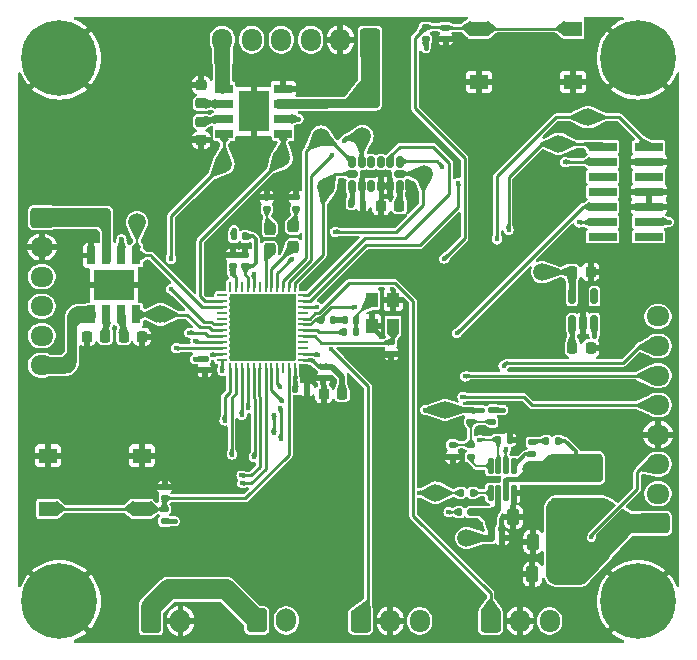
<source format=gbr>
%TF.GenerationSoftware,KiCad,Pcbnew,8.0.5*%
%TF.CreationDate,2024-10-23T10:25:23+02:00*%
%TF.ProjectId,Pojet_V-NOM_KiCAD,506f6a65-745f-4562-9d4e-4f4d5f4b6943,rev?*%
%TF.SameCoordinates,Original*%
%TF.FileFunction,Copper,L1,Top*%
%TF.FilePolarity,Positive*%
%FSLAX46Y46*%
G04 Gerber Fmt 4.6, Leading zero omitted, Abs format (unit mm)*
G04 Created by KiCad (PCBNEW 8.0.5) date 2024-10-23 10:25:23*
%MOMM*%
%LPD*%
G01*
G04 APERTURE LIST*
G04 Aperture macros list*
%AMRoundRect*
0 Rectangle with rounded corners*
0 $1 Rounding radius*
0 $2 $3 $4 $5 $6 $7 $8 $9 X,Y pos of 4 corners*
0 Add a 4 corners polygon primitive as box body*
4,1,4,$2,$3,$4,$5,$6,$7,$8,$9,$2,$3,0*
0 Add four circle primitives for the rounded corners*
1,1,$1+$1,$2,$3*
1,1,$1+$1,$4,$5*
1,1,$1+$1,$6,$7*
1,1,$1+$1,$8,$9*
0 Add four rect primitives between the rounded corners*
20,1,$1+$1,$2,$3,$4,$5,0*
20,1,$1+$1,$4,$5,$6,$7,0*
20,1,$1+$1,$6,$7,$8,$9,0*
20,1,$1+$1,$8,$9,$2,$3,0*%
G04 Aperture macros list end*
%TA.AperFunction,SMDPad,CuDef*%
%ADD10RoundRect,0.225000X-0.225000X-0.250000X0.225000X-0.250000X0.225000X0.250000X-0.225000X0.250000X0*%
%TD*%
%TA.AperFunction,SMDPad,CuDef*%
%ADD11RoundRect,0.140000X0.140000X0.170000X-0.140000X0.170000X-0.140000X-0.170000X0.140000X-0.170000X0*%
%TD*%
%TA.AperFunction,SMDPad,CuDef*%
%ADD12RoundRect,0.140000X-0.140000X-0.170000X0.140000X-0.170000X0.140000X0.170000X-0.140000X0.170000X0*%
%TD*%
%TA.AperFunction,SMDPad,CuDef*%
%ADD13RoundRect,0.135000X-0.185000X0.135000X-0.185000X-0.135000X0.185000X-0.135000X0.185000X0.135000X0*%
%TD*%
%TA.AperFunction,SMDPad,CuDef*%
%ADD14C,1.500000*%
%TD*%
%TA.AperFunction,SMDPad,CuDef*%
%ADD15RoundRect,0.237500X-0.237500X0.287500X-0.237500X-0.287500X0.237500X-0.287500X0.237500X0.287500X0*%
%TD*%
%TA.AperFunction,SMDPad,CuDef*%
%ADD16R,0.802000X1.505000*%
%TD*%
%TA.AperFunction,SMDPad,CuDef*%
%ADD17R,3.502000X2.613000*%
%TD*%
%TA.AperFunction,SMDPad,CuDef*%
%ADD18RoundRect,0.225000X0.250000X-0.225000X0.250000X0.225000X-0.250000X0.225000X-0.250000X-0.225000X0*%
%TD*%
%TA.AperFunction,ComponentPad*%
%ADD19RoundRect,0.250000X0.725000X-0.600000X0.725000X0.600000X-0.725000X0.600000X-0.725000X-0.600000X0*%
%TD*%
%TA.AperFunction,ComponentPad*%
%ADD20O,1.950000X1.700000*%
%TD*%
%TA.AperFunction,SMDPad,CuDef*%
%ADD21RoundRect,0.250000X0.250000X0.475000X-0.250000X0.475000X-0.250000X-0.475000X0.250000X-0.475000X0*%
%TD*%
%TA.AperFunction,SMDPad,CuDef*%
%ADD22RoundRect,0.225000X0.225000X0.250000X-0.225000X0.250000X-0.225000X-0.250000X0.225000X-0.250000X0*%
%TD*%
%TA.AperFunction,SMDPad,CuDef*%
%ADD23R,1.505000X0.802000*%
%TD*%
%TA.AperFunction,SMDPad,CuDef*%
%ADD24R,2.613000X3.502000*%
%TD*%
%TA.AperFunction,SMDPad,CuDef*%
%ADD25RoundRect,0.125000X0.125000X-0.537500X0.125000X0.537500X-0.125000X0.537500X-0.125000X-0.537500X0*%
%TD*%
%TA.AperFunction,SMDPad,CuDef*%
%ADD26RoundRect,0.140000X0.170000X-0.140000X0.170000X0.140000X-0.170000X0.140000X-0.170000X-0.140000X0*%
%TD*%
%TA.AperFunction,SMDPad,CuDef*%
%ADD27RoundRect,0.135000X0.185000X-0.135000X0.185000X0.135000X-0.185000X0.135000X-0.185000X-0.135000X0*%
%TD*%
%TA.AperFunction,SMDPad,CuDef*%
%ADD28R,1.550000X1.300000*%
%TD*%
%TA.AperFunction,SMDPad,CuDef*%
%ADD29RoundRect,0.150000X0.150000X-0.512500X0.150000X0.512500X-0.150000X0.512500X-0.150000X-0.512500X0*%
%TD*%
%TA.AperFunction,ComponentPad*%
%ADD30RoundRect,0.250000X-0.600000X-0.725000X0.600000X-0.725000X0.600000X0.725000X-0.600000X0.725000X0*%
%TD*%
%TA.AperFunction,ComponentPad*%
%ADD31O,1.700000X1.950000*%
%TD*%
%TA.AperFunction,SMDPad,CuDef*%
%ADD32R,2.400000X0.740000*%
%TD*%
%TA.AperFunction,SMDPad,CuDef*%
%ADD33R,1.000000X1.300000*%
%TD*%
%TA.AperFunction,ComponentPad*%
%ADD34C,0.800000*%
%TD*%
%TA.AperFunction,ComponentPad*%
%ADD35C,6.400000*%
%TD*%
%TA.AperFunction,SMDPad,CuDef*%
%ADD36RoundRect,0.135000X-0.135000X-0.185000X0.135000X-0.185000X0.135000X0.185000X-0.135000X0.185000X0*%
%TD*%
%TA.AperFunction,SMDPad,CuDef*%
%ADD37RoundRect,0.062500X0.375000X0.062500X-0.375000X0.062500X-0.375000X-0.062500X0.375000X-0.062500X0*%
%TD*%
%TA.AperFunction,SMDPad,CuDef*%
%ADD38RoundRect,0.062500X0.062500X0.375000X-0.062500X0.375000X-0.062500X-0.375000X0.062500X-0.375000X0*%
%TD*%
%TA.AperFunction,HeatsinkPad*%
%ADD39R,5.600000X5.600000*%
%TD*%
%TA.AperFunction,ComponentPad*%
%ADD40RoundRect,0.250000X-0.600000X-0.750000X0.600000X-0.750000X0.600000X0.750000X-0.600000X0.750000X0*%
%TD*%
%TA.AperFunction,ComponentPad*%
%ADD41O,1.700000X2.000000*%
%TD*%
%TA.AperFunction,SMDPad,CuDef*%
%ADD42RoundRect,0.140000X-0.170000X0.140000X-0.170000X-0.140000X0.170000X-0.140000X0.170000X0.140000X0*%
%TD*%
%TA.AperFunction,SMDPad,CuDef*%
%ADD43RoundRect,0.147500X-0.147500X-0.172500X0.147500X-0.172500X0.147500X0.172500X-0.147500X0.172500X0*%
%TD*%
%TA.AperFunction,SMDPad,CuDef*%
%ADD44RoundRect,0.225000X-0.250000X0.225000X-0.250000X-0.225000X0.250000X-0.225000X0.250000X0.225000X0*%
%TD*%
%TA.AperFunction,SMDPad,CuDef*%
%ADD45RoundRect,0.400000X1.900000X0.399999X-1.900000X0.399999X-1.900000X-0.399999X1.900000X-0.399999X0*%
%TD*%
%TA.AperFunction,ComponentPad*%
%ADD46RoundRect,0.250000X0.600000X0.725000X-0.600000X0.725000X-0.600000X-0.725000X0.600000X-0.725000X0*%
%TD*%
%TA.AperFunction,SMDPad,CuDef*%
%ADD47RoundRect,0.150000X0.150000X-0.325000X0.150000X0.325000X-0.150000X0.325000X-0.150000X-0.325000X0*%
%TD*%
%TA.AperFunction,SMDPad,CuDef*%
%ADD48RoundRect,0.150000X0.325000X-0.150000X0.325000X0.150000X-0.325000X0.150000X-0.325000X-0.150000X0*%
%TD*%
%TA.AperFunction,SMDPad,CuDef*%
%ADD49RoundRect,0.135000X0.135000X0.185000X-0.135000X0.185000X-0.135000X-0.185000X0.135000X-0.185000X0*%
%TD*%
%TA.AperFunction,ComponentPad*%
%ADD50RoundRect,0.250000X-0.725000X0.600000X-0.725000X-0.600000X0.725000X-0.600000X0.725000X0.600000X0*%
%TD*%
%TA.AperFunction,ViaPad*%
%ADD51C,0.450000*%
%TD*%
%TA.AperFunction,Conductor*%
%ADD52C,0.450000*%
%TD*%
%TA.AperFunction,Conductor*%
%ADD53C,0.200000*%
%TD*%
%TA.AperFunction,Conductor*%
%ADD54C,0.500000*%
%TD*%
%TA.AperFunction,Conductor*%
%ADD55C,1.700000*%
%TD*%
%TA.AperFunction,Conductor*%
%ADD56C,0.250000*%
%TD*%
%TA.AperFunction,Conductor*%
%ADD57C,0.600000*%
%TD*%
%TA.AperFunction,Conductor*%
%ADD58C,0.560000*%
%TD*%
%TA.AperFunction,Conductor*%
%ADD59C,0.640000*%
%TD*%
%TA.AperFunction,Conductor*%
%ADD60C,0.300000*%
%TD*%
G04 APERTURE END LIST*
D10*
%TO.P,C902,1*%
%TO.N,+3.3V*%
X88425000Y-63575000D03*
%TO.P,C902,2*%
%TO.N,GND*%
X89975000Y-63575000D03*
%TD*%
D11*
%TO.P,C1011,1*%
%TO.N,GND*%
X82495000Y-86117500D03*
%TO.P,C1011,2*%
%TO.N,+BATT*%
X81535000Y-86117500D03*
%TD*%
D12*
%TO.P,C4,1*%
%TO.N,+3.3V*%
X69720000Y-57850000D03*
%TO.P,C4,2*%
%TO.N,GND*%
X70680000Y-57850000D03*
%TD*%
%TO.P,C2,1*%
%TO.N,GND*%
X69150000Y-67680000D03*
%TO.P,C2,2*%
%TO.N,Net-(C2-Pad2)*%
X70110000Y-67680000D03*
%TD*%
D13*
%TO.P,R1009,1*%
%TO.N,Net-(C1008-Pad2)*%
X78285000Y-78237500D03*
%TO.P,R1009,2*%
%TO.N,GND*%
X78285000Y-79257500D03*
%TD*%
D14*
%TO.P,TP611,1,1*%
%TO.N,/acquisition/AG_SCLK*%
X67550000Y-56400000D03*
%TD*%
D15*
%TO.P,D1,1,K*%
%TO.N,Net-(D1-K)*%
X62800000Y-59925000D03*
%TO.P,D1,2,A*%
%TO.N,/controle/LED_GREEN*%
X62800000Y-61675000D03*
%TD*%
D16*
%TO.P,U801,1,OUT1*%
%TO.N,/Deplacement/Driver_Motor2/OUT1*%
X47705000Y-67200000D03*
%TO.P,U801,2,VM*%
%TO.N,+BATT*%
X48975000Y-67200000D03*
%TO.P,U801,3,VDD*%
X50245000Y-67200000D03*
%TO.P,U801,4,FWD*%
%TO.N,/Deplacement/FWD2*%
X51515000Y-67200000D03*
%TO.P,U801,5,REV*%
%TO.N,/Deplacement/VREF2*%
X51515000Y-62205000D03*
%TO.P,U801,6,VREF*%
%TO.N,+BATT*%
X50245000Y-62205000D03*
%TO.P,U801,7,OUT2*%
%TO.N,/Deplacement/Driver_Motor2/OUT2*%
X48975000Y-62205000D03*
%TO.P,U801,8,GND*%
%TO.N,GND*%
X47705000Y-62205000D03*
D17*
%TO.P,U801,9,GND*%
X49610000Y-64702500D03*
%TD*%
D18*
%TO.P,C701,1*%
%TO.N,GND*%
X57000000Y-52435000D03*
%TO.P,C701,2*%
%TO.N,+BATT*%
X57000000Y-50885000D03*
%TD*%
D15*
%TO.P,D2,1,K*%
%TO.N,Net-(D2-K)*%
X64800000Y-59725000D03*
%TO.P,D2,2,A*%
%TO.N,/controle/LED_RED*%
X64800000Y-61475000D03*
%TD*%
D19*
%TO.P,J3,1,Pin_1*%
%TO.N,+5V*%
X95680000Y-84870000D03*
D20*
%TO.P,J3,2,Pin_2*%
%TO.N,/acquisition/TX_LIDAR*%
X95680000Y-82370000D03*
%TO.P,J3,3,Pin_3*%
%TO.N,/acquisition/RX_LIDAR*%
X95680000Y-79870000D03*
%TO.P,J3,4,Pin_4*%
%TO.N,GND*%
X95680000Y-77370000D03*
%TO.P,J3,5,Pin_5*%
%TO.N,/acquisition/EN_MOT*%
X95680000Y-74870000D03*
%TO.P,J3,6,Pin_6*%
%TO.N,/acquisition/EN_LIDAR*%
X95680000Y-72370000D03*
%TO.P,J3,7,Pin_7*%
%TO.N,/acquisition/VIT_MOT_LIDAR*%
X95680000Y-69870000D03*
%TO.P,J3,8,Pin_8*%
%TO.N,unconnected-(J3-Pin_8-Pad8)*%
X95680000Y-67370000D03*
%TD*%
D21*
%TO.P,C1010,1*%
%TO.N,GND*%
X83435000Y-84347500D03*
%TO.P,C1010,2*%
%TO.N,+BATT*%
X81535000Y-84347500D03*
%TD*%
D14*
%TO.P,TP1003,1,1*%
%TO.N,Net-(IC1002-VCC)*%
X76835000Y-82297500D03*
%TD*%
D22*
%TO.P,C801,1*%
%TO.N,GND*%
X51975000Y-69100000D03*
%TO.P,C801,2*%
%TO.N,+BATT*%
X50425000Y-69100000D03*
%TD*%
D14*
%TO.P,TP703,1,1*%
%TO.N,/Deplacement/VREF1*%
X63800000Y-53970000D03*
%TD*%
D23*
%TO.P,U701,1,OUT1*%
%TO.N,/Deplacement/Driver_Motor1/OUT1*%
X58952500Y-48105000D03*
%TO.P,U701,2,VM*%
%TO.N,+BATT*%
X58952500Y-49375000D03*
%TO.P,U701,3,VDD*%
X58952500Y-50645000D03*
%TO.P,U701,4,FWD*%
%TO.N,/Deplacement/FWD1*%
X58952500Y-51915000D03*
%TO.P,U701,5,REV*%
%TO.N,/Deplacement/VREF1*%
X63947500Y-51915000D03*
%TO.P,U701,6,VREF*%
%TO.N,+BATT*%
X63947500Y-50645000D03*
%TO.P,U701,7,OUT2*%
%TO.N,/Deplacement/Driver_Motor1/OUT2*%
X63947500Y-49375000D03*
%TO.P,U701,8,GND*%
%TO.N,GND*%
X63947500Y-48105000D03*
D24*
%TO.P,U701,9,GND*%
X61450000Y-50010000D03*
%TD*%
D25*
%TO.P,IC1002,1,PG*%
%TO.N,Net-(IC1002-PG)*%
X81510000Y-82310000D03*
%TO.P,IC1002,2,IN*%
%TO.N,+BATT*%
X82160000Y-82310000D03*
%TO.P,IC1002,3,SW*%
%TO.N,Net-(IC1002-SW)*%
X82810000Y-82310000D03*
%TO.P,IC1002,4,GND*%
%TO.N,GND*%
X83460000Y-82310000D03*
%TO.P,IC1002,5,BST*%
%TO.N,Net-(IC1002-BST)*%
X83460000Y-80035000D03*
%TO.P,IC1002,6,EN/SYNC*%
%TO.N,Net-(IC1002-EN{slash}SYNC)*%
X82810000Y-80035000D03*
%TO.P,IC1002,7,VCC*%
%TO.N,Net-(IC1002-VCC)*%
X82160000Y-80035000D03*
%TO.P,IC1002,8,FB*%
%TO.N,Net-(IC1002-FB)*%
X81510000Y-80035000D03*
%TD*%
D26*
%TO.P,C202,1*%
%TO.N,+3.3V*%
X59660000Y-63120000D03*
%TO.P,C202,2*%
%TO.N,GND*%
X59660000Y-62160000D03*
%TD*%
D27*
%TO.P,R1011,1*%
%TO.N,Net-(IC1002-BST)*%
X84990000Y-79050000D03*
%TO.P,R1011,2*%
%TO.N,Net-(C1013-Pad1)*%
X84990000Y-78030000D03*
%TD*%
D28*
%TO.P,SW501,1,1*%
%TO.N,/controle/BTN_START*%
X80525000Y-43000000D03*
X88475000Y-43000000D03*
%TO.P,SW501,2,2*%
%TO.N,GND*%
X80525000Y-47500000D03*
X88475000Y-47500000D03*
%TD*%
D29*
%TO.P,PS901,1,VIN*%
%TO.N,+5V*%
X88400000Y-67925000D03*
%TO.P,PS901,2,GND*%
%TO.N,GND*%
X89350000Y-67925000D03*
%TO.P,PS901,3,STBY*%
%TO.N,+5V*%
X90300000Y-67925000D03*
%TO.P,PS901,4,N.C.*%
%TO.N,unconnected-(PS901-N.C.-Pad4)*%
X90300000Y-65650000D03*
%TO.P,PS901,5,VOUT*%
%TO.N,+3.3V*%
X88400000Y-65650000D03*
%TD*%
D27*
%TO.P,R501,1*%
%TO.N,+3.3V*%
X76000000Y-43910000D03*
%TO.P,R501,2*%
%TO.N,/controle/BTN_START*%
X76000000Y-42890000D03*
%TD*%
%TO.P,R3,1*%
%TO.N,Net-(D2-K)*%
X65050000Y-58310000D03*
%TO.P,R3,2*%
%TO.N,GND*%
X65050000Y-57290000D03*
%TD*%
D30*
%TO.P,J4,1,Pin_1*%
%TO.N,/acquisition/TOF1*%
X70500000Y-93150000D03*
D31*
%TO.P,J4,2,Pin_2*%
%TO.N,GND*%
X73000000Y-93150000D03*
%TO.P,J4,3,Pin_3*%
%TO.N,+5V*%
X75500000Y-93150000D03*
%TD*%
D32*
%TO.P,J1,1,NC*%
%TO.N,unconnected-(J1-NC-Pad1)*%
X94900000Y-60620000D03*
%TO.P,J1,2,NC*%
%TO.N,unconnected-(J1-NC-Pad2)*%
X91000000Y-60620000D03*
%TO.P,J1,3,VCC*%
%TO.N,+3.3V*%
X94900000Y-59350000D03*
%TO.P,J1,4,JTMS/SWDIO*%
%TO.N,/controle/SWDIO*%
X91000000Y-59350000D03*
%TO.P,J1,5,GND*%
%TO.N,GND*%
X94900000Y-58080000D03*
%TO.P,J1,6,JCLK/SWCLK*%
%TO.N,/controle/SWCLK*%
X91000000Y-58080000D03*
%TO.P,J1,7,GND*%
%TO.N,GND*%
X94900000Y-56810000D03*
%TO.P,J1,8,JTDO/SWO*%
%TO.N,unconnected-(J1-JTDO{slash}SWO-Pad8)*%
X91000000Y-56810000D03*
%TO.P,J1,9,JRCLK/NC*%
%TO.N,unconnected-(J1-JRCLK{slash}NC-Pad9)*%
X94900000Y-55540000D03*
%TO.P,J1,10,JTDI/NC*%
%TO.N,unconnected-(J1-JTDI{slash}NC-Pad10)*%
X91000000Y-55540000D03*
%TO.P,J1,11,GNDDetect*%
%TO.N,GND*%
X94900000Y-54270000D03*
%TO.P,J1,12,~{RST}*%
%TO.N,/controle/NRST*%
X91000000Y-54270000D03*
%TO.P,J1,13,VCP_RX*%
%TO.N,/controle/VCP_RX*%
X94900000Y-53000000D03*
%TO.P,J1,14,VCP_TX*%
%TO.N,/controle/VCP_TX*%
X91000000Y-53000000D03*
%TD*%
D33*
%TO.P,Y1,1,1*%
%TO.N,Net-(C2-Pad2)*%
X71450000Y-65950000D03*
%TO.P,Y1,2,2*%
%TO.N,GND*%
X71450000Y-68150000D03*
%TO.P,Y1,3,3*%
%TO.N,Net-(U1-PF0)*%
X73250000Y-68150000D03*
%TO.P,Y1,4,4*%
%TO.N,GND*%
X73250000Y-65950000D03*
%TD*%
D34*
%TO.P,H4,1,1*%
%TO.N,GND*%
X91600000Y-45500000D03*
X92302944Y-43802944D03*
X92302944Y-47197056D03*
X94000000Y-43100000D03*
D35*
X94000000Y-45500000D03*
D34*
X94000000Y-47900000D03*
X95697056Y-43802944D03*
X95697056Y-47197056D03*
X96400000Y-45500000D03*
%TD*%
D14*
%TO.P,TP603,1,1*%
%TO.N,/acquisition/AG_MISO*%
X70650000Y-52100000D03*
%TD*%
D36*
%TO.P,R1012,1*%
%TO.N,Net-(IC1002-EN{slash}SYNC)*%
X78825000Y-83947500D03*
%TO.P,R1012,2*%
%TO.N,+BATT*%
X79845000Y-83947500D03*
%TD*%
D34*
%TO.P,H2,1,1*%
%TO.N,GND*%
X42600000Y-91500000D03*
X43302944Y-89802944D03*
X43302944Y-93197056D03*
X45000000Y-89100000D03*
D35*
X45000000Y-91500000D03*
D34*
X45000000Y-93900000D03*
X46697056Y-89802944D03*
X46697056Y-93197056D03*
X47400000Y-91500000D03*
%TD*%
D12*
%TO.P,C1014,1*%
%TO.N,Net-(IC1002-VCC)*%
X82155000Y-77797500D03*
%TO.P,C1014,2*%
%TO.N,GND*%
X83115000Y-77797500D03*
%TD*%
D37*
%TO.P,U1,1,VBAT*%
%TO.N,+3.3V*%
X65637500Y-71050000D03*
%TO.P,U1,2,PC13*%
%TO.N,/controle/BTN_START*%
X65637500Y-70550000D03*
%TO.P,U1,3,PC14*%
%TO.N,unconnected-(U1-PC14-Pad3)*%
X65637500Y-70050000D03*
%TO.P,U1,4,PC15*%
%TO.N,unconnected-(U1-PC15-Pad4)*%
X65637500Y-69550000D03*
%TO.P,U1,5,PF0*%
%TO.N,Net-(U1-PF0)*%
X65637500Y-69050000D03*
%TO.P,U1,6,PF1*%
%TO.N,Net-(U1-PF1)*%
X65637500Y-68550000D03*
%TO.P,U1,7,PG10*%
%TO.N,/controle/NRST*%
X65637500Y-68050000D03*
%TO.P,U1,8,PA0*%
%TO.N,/acquisition/TOF2*%
X65637500Y-67550000D03*
%TO.P,U1,9,PA1*%
%TO.N,unconnected-(U1-PA1-Pad9)*%
X65637500Y-67050000D03*
%TO.P,U1,10,PA2*%
%TO.N,/acquisition/TOF1*%
X65637500Y-66550000D03*
%TO.P,U1,11,PA3*%
%TO.N,/acquisition/AG_INT1*%
X65637500Y-66050000D03*
%TO.P,U1,12,PA4*%
%TO.N,/acquisition/AG_INT2*%
X65637500Y-65550000D03*
D38*
%TO.P,U1,13,PA5*%
%TO.N,/acquisition/AG_SCLK*%
X64950000Y-64862500D03*
%TO.P,U1,14,PA6*%
%TO.N,/acquisition/AG_MISO*%
X64450000Y-64862500D03*
%TO.P,U1,15,PA7*%
%TO.N,/acquisition/AG_MOSI*%
X63950000Y-64862500D03*
%TO.P,U1,16,PC4*%
%TO.N,/acquisition/AG_CSN*%
X63450000Y-64862500D03*
%TO.P,U1,17,PB0*%
%TO.N,/controle/LED_RED*%
X62950000Y-64862500D03*
%TO.P,U1,18,PB1*%
%TO.N,/controle/LED_GREEN*%
X62450000Y-64862500D03*
%TO.P,U1,19,PB2*%
%TO.N,unconnected-(U1-PB2-Pad19)*%
X61950000Y-64862500D03*
%TO.P,U1,20,VREF+*%
%TO.N,+3.3V*%
X61450000Y-64862500D03*
%TO.P,U1,21,VDDA*%
%TO.N,Net-(U1-VDDA)*%
X60950000Y-64862500D03*
%TO.P,U1,22,PB10*%
%TO.N,unconnected-(U1-PB10-Pad22)*%
X60450000Y-64862500D03*
%TO.P,U1,23,VDD*%
%TO.N,+3.3V*%
X59950000Y-64862500D03*
%TO.P,U1,24,PB11*%
%TO.N,unconnected-(U1-PB11-Pad24)*%
X59450000Y-64862500D03*
D37*
%TO.P,U1,25,PB12*%
%TO.N,unconnected-(U1-PB12-Pad25)*%
X58762500Y-65550000D03*
%TO.P,U1,26,PB13*%
%TO.N,/Deplacement/VREF1*%
X58762500Y-66050000D03*
%TO.P,U1,27,PB14*%
%TO.N,/Deplacement/VREF2*%
X58762500Y-66550000D03*
%TO.P,U1,28,PB15*%
%TO.N,unconnected-(U1-PB15-Pad28)*%
X58762500Y-67050000D03*
%TO.P,U1,29,PC6*%
%TO.N,unconnected-(U1-PC6-Pad29)*%
X58762500Y-67550000D03*
%TO.P,U1,30,PA8*%
%TO.N,/Deplacement/FWD1*%
X58762500Y-68050000D03*
%TO.P,U1,31,PA9*%
%TO.N,/Deplacement/FWD2*%
X58762500Y-68550000D03*
%TO.P,U1,32,PA10*%
%TO.N,/acquisition/VIT_MOT_LIDAR*%
X58762500Y-69050000D03*
%TO.P,U1,33,PA11*%
%TO.N,/Deplacement/Encoder B phase 1*%
X58762500Y-69550000D03*
%TO.P,U1,34,PA12*%
%TO.N,/Deplacement/Encoder B phase 2*%
X58762500Y-70050000D03*
%TO.P,U1,35,VDD*%
%TO.N,+3.3V*%
X58762500Y-70550000D03*
%TO.P,U1,36,PA13*%
%TO.N,/controle/SWDIO*%
X58762500Y-71050000D03*
D38*
%TO.P,U1,37,PA14*%
%TO.N,/controle/SWCLK*%
X59450000Y-71737500D03*
%TO.P,U1,38,PA15*%
%TO.N,/acquisition/TX_LIDAR*%
X59950000Y-71737500D03*
%TO.P,U1,39,PC10*%
%TO.N,/acquisition/EN_LIDAR*%
X60450000Y-71737500D03*
%TO.P,U1,40,PC11*%
%TO.N,/acquisition/EN_MOT*%
X60950000Y-71737500D03*
%TO.P,U1,41,PB3*%
%TO.N,/acquisition/RX_LIDAR*%
X61450000Y-71737500D03*
%TO.P,U1,42,PB4*%
%TO.N,/Deplacement/Encoder A phase 1*%
X61950000Y-71737500D03*
%TO.P,U1,43,PB5*%
%TO.N,/Deplacement/Encoder A phase 2*%
X62450000Y-71737500D03*
%TO.P,U1,44,PB6*%
%TO.N,/controle/VCP_TX*%
X62950000Y-71737500D03*
%TO.P,U1,45,PB7*%
%TO.N,/controle/VCP_RX*%
X63450000Y-71737500D03*
%TO.P,U1,46,PB8*%
%TO.N,unconnected-(U1-PB8-Pad46)*%
X63950000Y-71737500D03*
%TO.P,U1,47,PB9*%
%TO.N,/controle/BTN_MODE*%
X64450000Y-71737500D03*
%TO.P,U1,48,VDD*%
%TO.N,+3.3V*%
X64950000Y-71737500D03*
D39*
%TO.P,U1,49,VSS*%
%TO.N,GND*%
X62200000Y-68300000D03*
%TD*%
D13*
%TO.P,R1008,1*%
%TO.N,+5V*%
X81635000Y-75287500D03*
%TO.P,R1008,2*%
%TO.N,Net-(C1008-Pad2)*%
X81635000Y-76307500D03*
%TD*%
D40*
%TO.P,BT1,1,+*%
%TO.N,Net-(BT1-+)*%
X52750000Y-93150000D03*
D41*
%TO.P,BT1,2,-*%
%TO.N,GND*%
X55250000Y-93150000D03*
%TD*%
D14*
%TO.P,TP604,1,1*%
%TO.N,/acquisition/AG_MOSI*%
X67150000Y-52150000D03*
%TD*%
%TO.P,TP804,1,1*%
%TO.N,/Deplacement/FWD2*%
X53552500Y-67200000D03*
%TD*%
%TO.P,TP803,1,1*%
%TO.N,/Deplacement/VREF2*%
X51570000Y-59400000D03*
%TD*%
%TO.P,TP901,1,1*%
%TO.N,+3.3V*%
X85860000Y-63620000D03*
%TD*%
%TO.P,TP504,1,1*%
%TO.N,/controle/VCP_TX*%
X87250000Y-52750000D03*
%TD*%
%TO.P,TP505,1,1*%
%TO.N,/controle/VCP_RX*%
X89750000Y-50500000D03*
%TD*%
D42*
%TO.P,C502,1*%
%TO.N,/controle/BTN_START*%
X77700000Y-42920000D03*
%TO.P,C502,2*%
%TO.N,GND*%
X77700000Y-43880000D03*
%TD*%
D40*
%TO.P,J6,1,Pin_1*%
%TO.N,Net-(BT1-+)*%
X61700000Y-93100000D03*
D41*
%TO.P,J6,2,Pin_2*%
%TO.N,+BATT*%
X64200000Y-93100000D03*
%TD*%
D42*
%TO.P,C5,1*%
%TO.N,+3.3V*%
X57300000Y-70980000D03*
%TO.P,C5,2*%
%TO.N,GND*%
X57300000Y-71940000D03*
%TD*%
D27*
%TO.P,R502,1*%
%TO.N,+3.3V*%
X53900000Y-84710000D03*
%TO.P,R502,2*%
%TO.N,/controle/BTN_MODE*%
X53900000Y-83690000D03*
%TD*%
D10*
%TO.P,C802,1*%
%TO.N,GND*%
X47325000Y-69100000D03*
%TO.P,C802,2*%
%TO.N,+BATT*%
X48875000Y-69100000D03*
%TD*%
D34*
%TO.P,H3,1,1*%
%TO.N,GND*%
X91600000Y-91500000D03*
X92302944Y-89802944D03*
X92302944Y-93197056D03*
X94000000Y-89100000D03*
D35*
X94000000Y-91500000D03*
D34*
X94000000Y-93900000D03*
X95697056Y-89802944D03*
X95697056Y-93197056D03*
X96400000Y-91500000D03*
%TD*%
D43*
%TO.P,L1,1*%
%TO.N,+3.3V*%
X59765000Y-60600000D03*
%TO.P,L1,2*%
%TO.N,Net-(U1-VDDA)*%
X60735000Y-60600000D03*
%TD*%
D44*
%TO.P,C702,1*%
%TO.N,GND*%
X57000000Y-47785000D03*
%TO.P,C702,2*%
%TO.N,+BATT*%
X57000000Y-49335000D03*
%TD*%
D10*
%TO.P,C901,1*%
%TO.N,+5V*%
X88425000Y-70075000D03*
%TO.P,C901,2*%
%TO.N,GND*%
X89975000Y-70075000D03*
%TD*%
D21*
%TO.P,C1009,1*%
%TO.N,+5V*%
X86940000Y-89210000D03*
%TO.P,C1009,2*%
%TO.N,GND*%
X85040000Y-89210000D03*
%TD*%
D45*
%TO.P,L1002,1,1*%
%TO.N,+5V*%
X88705000Y-83687500D03*
%TO.P,L1002,2,2*%
%TO.N,Net-(IC1002-SW)*%
X88705000Y-79787500D03*
%TD*%
D46*
%TO.P,J301,1,Pin_1*%
%TO.N,/Deplacement/Driver_Motor1/OUT2*%
X71290000Y-43940000D03*
D31*
%TO.P,J301,2,Pin_2*%
%TO.N,GND*%
X68790000Y-43940000D03*
%TO.P,J301,3,Pin_3*%
%TO.N,/Deplacement/Encoder B phase 1*%
X66290000Y-43940000D03*
%TO.P,J301,4,Pin_4*%
%TO.N,/Deplacement/Encoder A phase 1*%
X63790000Y-43940000D03*
%TO.P,J301,5,Pin_5*%
%TO.N,+3.3V*%
X61290000Y-43940000D03*
%TO.P,J301,6,Pin_6*%
%TO.N,/Deplacement/Driver_Motor1/OUT1*%
X58790000Y-43940000D03*
%TD*%
D14*
%TO.P,TP1002,1,1*%
%TO.N,+BATT*%
X79465000Y-86127500D03*
%TD*%
D47*
%TO.P,U2,1,Vdd_I/O*%
%TO.N,+3.3V*%
X69800000Y-56300000D03*
%TO.P,U2,2,GND*%
%TO.N,GND*%
X70600000Y-56300000D03*
%TO.P,U2,3,RES*%
%TO.N,unconnected-(U2-RES-Pad3)*%
X71400000Y-56300000D03*
%TO.P,U2,4,GND*%
%TO.N,GND*%
X72200000Y-56300000D03*
%TO.P,U2,5,GND*%
X73000000Y-56300000D03*
%TO.P,U2,6,Vs*%
%TO.N,+3.3V*%
X73800000Y-56300000D03*
D48*
%TO.P,U2,7,~{CS}*%
%TO.N,/acquisition/AG_CSN*%
X73800000Y-55300000D03*
D47*
%TO.P,U2,8,INT1*%
%TO.N,/acquisition/AG_INT1*%
X73800000Y-54300000D03*
%TO.P,U2,9,INT2*%
%TO.N,/acquisition/AG_INT2*%
X73000000Y-54300000D03*
%TO.P,U2,10,NC*%
%TO.N,unconnected-(U2-NC-Pad10)*%
X72200000Y-54300000D03*
%TO.P,U2,11,RES*%
%TO.N,unconnected-(U2-RES-Pad11)*%
X71400000Y-54300000D03*
%TO.P,U2,12,SDO/ADDR*%
%TO.N,/acquisition/AG_MISO*%
X70600000Y-54300000D03*
%TO.P,U2,13,SDA/SDI/SDIO*%
%TO.N,/acquisition/AG_MOSI*%
X69800000Y-54300000D03*
D48*
%TO.P,U2,14,SCL/SCLK*%
%TO.N,/acquisition/AG_SCLK*%
X69800000Y-55300000D03*
%TD*%
D14*
%TO.P,TP704,1,1*%
%TO.N,/Deplacement/FWD1*%
X58880000Y-54460000D03*
%TD*%
%TO.P,TP1001,1,1*%
%TO.N,+5V*%
X77645000Y-75287500D03*
%TD*%
D30*
%TO.P,J5,1,Pin_1*%
%TO.N,/acquisition/TOF2*%
X81500000Y-93150000D03*
D31*
%TO.P,J5,2,Pin_2*%
%TO.N,GND*%
X84000000Y-93150000D03*
%TO.P,J5,3,Pin_3*%
%TO.N,+5V*%
X86500000Y-93150000D03*
%TD*%
D12*
%TO.P,C7,1*%
%TO.N,+3.3V*%
X64980000Y-73540000D03*
%TO.P,C7,2*%
%TO.N,GND*%
X65940000Y-73540000D03*
%TD*%
D13*
%TO.P,R1007,1*%
%TO.N,Net-(C1008-Pad2)*%
X79835000Y-78247500D03*
%TO.P,R1007,2*%
%TO.N,Net-(IC1002-FB)*%
X79835000Y-79267500D03*
%TD*%
D26*
%TO.P,C1,1*%
%TO.N,GND*%
X73100000Y-70530000D03*
%TO.P,C1,2*%
%TO.N,Net-(U1-PF0)*%
X73100000Y-69570000D03*
%TD*%
D21*
%TO.P,C1012,1*%
%TO.N,+5V*%
X86985000Y-86447500D03*
%TO.P,C1012,2*%
%TO.N,GND*%
X85085000Y-86447500D03*
%TD*%
D12*
%TO.P,C203,1*%
%TO.N,/controle/NRST*%
X67170000Y-67675000D03*
%TO.P,C203,2*%
%TO.N,GND*%
X68130000Y-67675000D03*
%TD*%
%TO.P,C1013,1*%
%TO.N,Net-(C1013-Pad1)*%
X86220000Y-77910000D03*
%TO.P,C1013,2*%
%TO.N,Net-(IC1002-SW)*%
X87180000Y-77910000D03*
%TD*%
D28*
%TO.P,SW502,1,1*%
%TO.N,/controle/BTN_MODE*%
X51975000Y-83650000D03*
X44025000Y-83650000D03*
%TO.P,SW502,2,2*%
%TO.N,GND*%
X51975000Y-79150000D03*
X44025000Y-79150000D03*
%TD*%
D49*
%TO.P,R1010,1*%
%TO.N,Net-(IC1002-PG)*%
X79985000Y-82297500D03*
%TO.P,R1010,2*%
%TO.N,Net-(IC1002-VCC)*%
X78965000Y-82297500D03*
%TD*%
D22*
%TO.P,C3,1*%
%TO.N,+3.3V*%
X73775000Y-58050000D03*
%TO.P,C3,2*%
%TO.N,GND*%
X72225000Y-58050000D03*
%TD*%
D50*
%TO.P,J302,1,Pin_1*%
%TO.N,/Deplacement/Driver_Motor2/OUT2*%
X43510000Y-59000000D03*
D20*
%TO.P,J302,2,Pin_2*%
%TO.N,GND*%
X43510000Y-61500000D03*
%TO.P,J302,3,Pin_3*%
%TO.N,/Deplacement/Encoder B phase 2*%
X43510000Y-64000000D03*
%TO.P,J302,4,Pin_4*%
%TO.N,/Deplacement/Encoder A phase 2*%
X43510000Y-66500000D03*
%TO.P,J302,5,Pin_5*%
%TO.N,+3.3V*%
X43510000Y-69000000D03*
%TO.P,J302,6,Pin_6*%
%TO.N,/Deplacement/Driver_Motor2/OUT1*%
X43510000Y-71500000D03*
%TD*%
D27*
%TO.P,R2,1*%
%TO.N,Net-(D1-K)*%
X62550000Y-58300000D03*
%TO.P,R2,2*%
%TO.N,GND*%
X62550000Y-57280000D03*
%TD*%
D34*
%TO.P,H1,1,1*%
%TO.N,GND*%
X42600000Y-45500000D03*
X43302944Y-43802944D03*
X43302944Y-47197056D03*
X45000000Y-43100000D03*
D35*
X45000000Y-45500000D03*
D34*
X45000000Y-47900000D03*
X46697056Y-43802944D03*
X46697056Y-47197056D03*
X47400000Y-45500000D03*
%TD*%
D26*
%TO.P,C501,1*%
%TO.N,/controle/BTN_MODE*%
X53900000Y-82760000D03*
%TO.P,C501,2*%
%TO.N,GND*%
X53900000Y-81800000D03*
%TD*%
D42*
%TO.P,C6,1*%
%TO.N,+3.3V*%
X67350000Y-71620000D03*
%TO.P,C6,2*%
%TO.N,GND*%
X67350000Y-72580000D03*
%TD*%
%TO.P,C1008,1*%
%TO.N,+5V*%
X79785000Y-75317500D03*
%TO.P,C1008,2*%
%TO.N,Net-(C1008-Pad2)*%
X79785000Y-76277500D03*
%TD*%
D49*
%TO.P,R1,1*%
%TO.N,Net-(C2-Pad2)*%
X70130000Y-68690000D03*
%TO.P,R1,2*%
%TO.N,Net-(U1-PF1)*%
X69110000Y-68690000D03*
%TD*%
D14*
%TO.P,TP612,1,1*%
%TO.N,/acquisition/AG_CSN*%
X75880000Y-55310000D03*
%TD*%
D26*
%TO.P,C201,1*%
%TO.N,Net-(U1-VDDA)*%
X60750000Y-63130000D03*
%TO.P,C201,2*%
%TO.N,GND*%
X60750000Y-62170000D03*
%TD*%
D22*
%TO.P,C8,1*%
%TO.N,+3.3V*%
X68925000Y-73950000D03*
%TO.P,C8,2*%
%TO.N,GND*%
X67375000Y-73950000D03*
%TD*%
D51*
%TO.N,GND*%
X72200000Y-57200000D03*
X47277500Y-70760000D03*
X73200000Y-65050000D03*
X62200000Y-69700000D03*
X96460000Y-56810000D03*
X52000000Y-77400000D03*
X51110000Y-65700000D03*
X53900000Y-81030000D03*
X62450000Y-50010000D03*
X65940000Y-74270000D03*
X56650000Y-71940000D03*
X61450000Y-51410000D03*
X67350000Y-73100000D03*
X48110000Y-64700000D03*
X82495000Y-87207500D03*
X89350000Y-69050000D03*
X51110000Y-63700000D03*
X47702500Y-60900000D03*
X77700000Y-44650000D03*
X60450000Y-50010000D03*
X60450000Y-48610000D03*
X62200000Y-66900000D03*
X83690000Y-89210000D03*
X42350000Y-79150000D03*
X49610000Y-65700000D03*
X63600000Y-66900000D03*
X65000000Y-56800000D03*
X90000000Y-62550000D03*
X70600000Y-57150000D03*
X63600000Y-68300000D03*
X60800000Y-68300000D03*
X96420000Y-58080000D03*
X72400000Y-70600000D03*
X62450000Y-48610000D03*
X56075000Y-52285000D03*
X85070000Y-85160000D03*
X56050000Y-47710000D03*
X77385000Y-79247500D03*
X96450000Y-54270000D03*
X60450000Y-51410000D03*
X62450000Y-51410000D03*
X83085000Y-76897500D03*
X79150000Y-47400000D03*
X52920000Y-69100000D03*
X60750000Y-61580000D03*
X91000000Y-70100000D03*
X59660000Y-61560000D03*
X48110000Y-63700000D03*
X61450000Y-48610000D03*
X60800000Y-66900000D03*
X65250000Y-48110000D03*
X51110000Y-64700000D03*
X88500000Y-48600000D03*
X60800000Y-69700000D03*
X48110000Y-65700000D03*
X62550000Y-56800000D03*
X49610000Y-63700000D03*
X72150000Y-68900000D03*
X68600000Y-67675000D03*
X63600000Y-69700000D03*
X84735000Y-84347500D03*
X62200000Y-68300000D03*
X84585000Y-82297500D03*
%TO.N,+3.3V*%
X61450000Y-63790000D03*
X76000000Y-44650000D03*
X64975000Y-72710000D03*
X56450000Y-70980000D03*
X66440000Y-71120000D03*
X59650000Y-63770000D03*
X54760000Y-84710000D03*
X69800000Y-57250000D03*
X59765000Y-60050000D03*
X96590000Y-59350000D03*
X73800000Y-57280000D03*
X57891644Y-70608771D03*
X88400000Y-64600000D03*
%TO.N,+BATT*%
X65240000Y-50640000D03*
X50400000Y-68300000D03*
X82150000Y-83400000D03*
X48975000Y-68300000D03*
X80700000Y-86117500D03*
X80600000Y-83947500D03*
X50250000Y-60840000D03*
X81535000Y-85400000D03*
X57800000Y-49375000D03*
X57900000Y-50735000D03*
%TO.N,+5V*%
X80795000Y-75297500D03*
X82575000Y-75277500D03*
X75955000Y-75287500D03*
X88400000Y-69000000D03*
X88705000Y-84800000D03*
X87600000Y-84800000D03*
X90300000Y-69000000D03*
X88000000Y-89100000D03*
X89800000Y-84800000D03*
%TO.N,Net-(IC1002-VCC)*%
X75430000Y-82297500D03*
X80550000Y-77830000D03*
%TO.N,Net-(IC1002-EN{slash}SYNC)*%
X77930000Y-83940000D03*
X82785000Y-78597500D03*
%TO.N,/controle/SWCLK*%
X58980000Y-76180000D03*
X78650000Y-68800000D03*
%TO.N,/controle/VCP_RX*%
X82050000Y-60850000D03*
X63717500Y-73322500D03*
%TO.N,/controle/NRST*%
X87800000Y-54300000D03*
X70010000Y-66590000D03*
%TO.N,/controle/SWDIO*%
X89000000Y-59410000D03*
X58800000Y-71980000D03*
%TO.N,/controle/VCP_TX*%
X63820000Y-74490000D03*
X83031091Y-60021091D03*
%TO.N,/acquisition/EN_MOT*%
X61000000Y-75150000D03*
X63674805Y-75123578D03*
X63723924Y-77773894D03*
X79125000Y-74195000D03*
%TO.N,/acquisition/EN_LIDAR*%
X63173924Y-77240070D03*
X60450000Y-75700000D03*
X79360000Y-72450000D03*
X63173924Y-75700000D03*
%TO.N,/acquisition/VIT_MOT_LIDAR*%
X55960000Y-68740000D03*
X82600000Y-71552182D03*
%TO.N,/acquisition/RX_LIDAR*%
X61450000Y-79300000D03*
X90020000Y-86080000D03*
%TO.N,/acquisition/TX_LIDAR*%
X59600000Y-79070000D03*
%TO.N,/acquisition/TOF1*%
X66783603Y-66543603D03*
X68010000Y-70160000D03*
%TO.N,/Deplacement/Encoder B phase 1*%
X56510000Y-69450000D03*
%TO.N,/Deplacement/Encoder A phase 1*%
X60405134Y-80832952D03*
%TO.N,/Deplacement/Encoder A phase 2*%
X60478768Y-81478768D03*
%TO.N,/Deplacement/Encoder B phase 2*%
X54850000Y-70050000D03*
%TO.N,/controle/BTN_START*%
X77575000Y-62475000D03*
X66855330Y-70620000D03*
%TO.N,/acquisition/AG_MISO*%
X69070000Y-52520000D03*
X68100000Y-53700000D03*
%TO.N,/acquisition/AG_CSN*%
X68300000Y-60200000D03*
X64650000Y-62500000D03*
%TO.N,/Deplacement/FWD1*%
X54440000Y-65040000D03*
X54450000Y-62530000D03*
%TO.N,/acquisition/AG_INT1*%
X78775000Y-56050000D03*
X77427500Y-54702500D03*
%TD*%
D52*
%TO.N,GND*%
X68983008Y-67675000D02*
X68600000Y-67675000D01*
X73000000Y-57000000D02*
X73000000Y-56300000D01*
X67350000Y-73925000D02*
X67375000Y-73950000D01*
X85070000Y-85160000D02*
X85070000Y-86432500D01*
X73250000Y-65100000D02*
X73250000Y-65950000D01*
X63947500Y-48105000D02*
X65245000Y-48105000D01*
X70600000Y-57150000D02*
X70600000Y-57770000D01*
X79150000Y-47400000D02*
X80425000Y-47400000D01*
X72200000Y-58225000D02*
X72225000Y-58250000D01*
X65000000Y-56800000D02*
X65010000Y-56810000D01*
X82495000Y-86117500D02*
X82495000Y-87207500D01*
X56952500Y-47735000D02*
X56075000Y-47735000D01*
X83085000Y-76897500D02*
X83085000Y-77767500D01*
D53*
X80425000Y-47400000D02*
X80525000Y-47500000D01*
X56075000Y-47735000D02*
X56050000Y-47710000D01*
D52*
X70600000Y-57770000D02*
X70680000Y-57850000D01*
X47702500Y-60900000D02*
X47702500Y-62200000D01*
X67350000Y-72612500D02*
X67350000Y-73100000D01*
X89350000Y-67925000D02*
X89350000Y-69050000D01*
D53*
X73030000Y-70600000D02*
X73100000Y-70530000D01*
D52*
X65940000Y-74270000D02*
X65940000Y-73540000D01*
X56952500Y-52285000D02*
X56075000Y-52285000D01*
X67350000Y-73100000D02*
X67350000Y-73925000D01*
X94900000Y-58080000D02*
X96420000Y-58080000D01*
X72200000Y-57200000D02*
X72800000Y-57200000D01*
X70600000Y-57150000D02*
X70600000Y-56300000D01*
X72200000Y-56300000D02*
X72200000Y-57200000D01*
D53*
X62530000Y-57300000D02*
X62550000Y-57280000D01*
D52*
X52000000Y-77400000D02*
X52000000Y-79125000D01*
D53*
X47702500Y-62200000D02*
X47705000Y-62202500D01*
D52*
X56650000Y-71940000D02*
X57300000Y-71940000D01*
D53*
X89975000Y-62575000D02*
X90000000Y-62550000D01*
D52*
X72200000Y-57200000D02*
X72200000Y-58225000D01*
X51927500Y-69100000D02*
X52920000Y-69100000D01*
X72800000Y-57200000D02*
X73000000Y-57000000D01*
X72150000Y-68900000D02*
X71500000Y-68250000D01*
D53*
X94900000Y-54270000D02*
X94070000Y-54270000D01*
D52*
X53900000Y-81800000D02*
X53900000Y-81030000D01*
D54*
X68130000Y-67675000D02*
X69145000Y-67675000D01*
D52*
X89975000Y-63575000D02*
X89975000Y-62575000D01*
D53*
X83085000Y-77767500D02*
X83115000Y-77797500D01*
D52*
X42350000Y-79150000D02*
X44025000Y-79150000D01*
D53*
X70675000Y-56375000D02*
X70600000Y-56300000D01*
D52*
X88475000Y-47500000D02*
X88475000Y-48575000D01*
X65010000Y-56810000D02*
X65010000Y-57250000D01*
X71500000Y-68250000D02*
X71500000Y-68200000D01*
D54*
X69145000Y-67675000D02*
X69150000Y-67680000D01*
D53*
X96050000Y-77350000D02*
X96100000Y-77400000D01*
D52*
X94900000Y-56810000D02*
X96460000Y-56810000D01*
X62530000Y-56820000D02*
X62530000Y-57300000D01*
D53*
X88475000Y-48575000D02*
X88500000Y-48600000D01*
X85070000Y-86432500D02*
X85085000Y-86447500D01*
D52*
X77700000Y-43880000D02*
X77700000Y-44650000D01*
D53*
X78275000Y-79247500D02*
X78285000Y-79257500D01*
X90975000Y-70075000D02*
X91000000Y-70100000D01*
D52*
X96450000Y-54270000D02*
X94900000Y-54270000D01*
X59660000Y-61560000D02*
X59660000Y-62160000D01*
D53*
X72950000Y-93100000D02*
X73000000Y-93150000D01*
D52*
X73200000Y-65050000D02*
X73250000Y-65100000D01*
D53*
X65245000Y-48105000D02*
X65250000Y-48110000D01*
X82535000Y-86117500D02*
X82515000Y-86097500D01*
X52000000Y-79125000D02*
X51975000Y-79150000D01*
X71500000Y-68200000D02*
X71450000Y-68150000D01*
D52*
X72400000Y-70600000D02*
X73030000Y-70600000D01*
X77385000Y-79247500D02*
X78275000Y-79247500D01*
X60750000Y-61580000D02*
X60750000Y-62170000D01*
X47277500Y-70760000D02*
X47277500Y-69100000D01*
D53*
X84572500Y-82310000D02*
X84585000Y-82297500D01*
D52*
X83690000Y-89210000D02*
X85040000Y-89210000D01*
X84735000Y-84347500D02*
X83435000Y-84347500D01*
X89975000Y-70075000D02*
X90975000Y-70075000D01*
X83460000Y-82310000D02*
X84572500Y-82310000D01*
X62550000Y-56800000D02*
X62530000Y-56820000D01*
D53*
X65010000Y-57250000D02*
X65050000Y-57290000D01*
D55*
%TO.N,Net-(BT1-+)*%
X59070000Y-90470000D02*
X54270000Y-90470000D01*
X52750000Y-91990000D02*
X52750000Y-93150000D01*
X54270000Y-90470000D02*
X52750000Y-91990000D01*
X61700000Y-93100000D02*
X59070000Y-90470000D01*
D56*
%TO.N,Net-(U1-PF0)*%
X73100000Y-69570000D02*
X73070000Y-69600000D01*
X73250000Y-68150000D02*
X73250000Y-69420000D01*
X67170000Y-69600000D02*
X66620000Y-69050000D01*
X73070000Y-69600000D02*
X67170000Y-69600000D01*
X66620000Y-69050000D02*
X65637500Y-69050000D01*
X73250000Y-69420000D02*
X73100000Y-69570000D01*
D53*
%TO.N,Net-(C2-Pad2)*%
X70110000Y-67290000D02*
X71450000Y-65950000D01*
X70130000Y-67700000D02*
X70110000Y-67680000D01*
X70110000Y-67680000D02*
X70110000Y-67290000D01*
X70130000Y-68690000D02*
X70130000Y-67700000D01*
D56*
%TO.N,+3.3V*%
X58762500Y-70550000D02*
X57950415Y-70550000D01*
D52*
X59660000Y-63120000D02*
X59660000Y-63760000D01*
X69800000Y-57770000D02*
X69720000Y-57850000D01*
X69800000Y-56300000D02*
X69800000Y-57250000D01*
D56*
X61450000Y-63790000D02*
X61450000Y-64862500D01*
X64975000Y-72710000D02*
X64975000Y-73535000D01*
X66370000Y-71050000D02*
X66440000Y-71120000D01*
D52*
X76000000Y-43910000D02*
X76000000Y-44650000D01*
D56*
X65637500Y-71050000D02*
X66370000Y-71050000D01*
D52*
X88400000Y-64600000D02*
X88400000Y-63600000D01*
X88380000Y-63620000D02*
X88400000Y-63600000D01*
D56*
X64975000Y-73535000D02*
X64980000Y-73540000D01*
D52*
X59765000Y-60050000D02*
X59765000Y-60600000D01*
D56*
X59950000Y-64862500D02*
X59950000Y-64070000D01*
D52*
X85860000Y-63620000D02*
X88380000Y-63620000D01*
D56*
X59950000Y-64070000D02*
X59650000Y-63770000D01*
D54*
X68925000Y-72475000D02*
X68925000Y-73950000D01*
D52*
X53900000Y-84710000D02*
X54760000Y-84710000D01*
X69800000Y-57250000D02*
X69800000Y-57770000D01*
D53*
X88400000Y-63600000D02*
X88425000Y-63575000D01*
D56*
X64975000Y-72710000D02*
X64950000Y-72685000D01*
D52*
X73800000Y-57280000D02*
X73800000Y-58225000D01*
D54*
X67350000Y-71620000D02*
X68070000Y-71620000D01*
D53*
X88210000Y-64600000D02*
X88400000Y-64600000D01*
X59660000Y-63760000D02*
X59650000Y-63770000D01*
D57*
X88400000Y-65650000D02*
X88400000Y-63600000D01*
D56*
X57950415Y-70550000D02*
X57891644Y-70608771D01*
D52*
X96590000Y-59350000D02*
X94900000Y-59350000D01*
D56*
X64950000Y-72685000D02*
X64950000Y-71737500D01*
D52*
X57300000Y-70980000D02*
X56450000Y-70980000D01*
D54*
X68070000Y-71620000D02*
X68925000Y-72475000D01*
D56*
X66945000Y-71625000D02*
X67300000Y-71625000D01*
D52*
X73800000Y-58225000D02*
X73775000Y-58250000D01*
X73800000Y-56300000D02*
X73800000Y-57280000D01*
D56*
X66440000Y-71120000D02*
X66945000Y-71625000D01*
D58*
%TO.N,+BATT*%
X79475000Y-86117500D02*
X79465000Y-86127500D01*
D52*
X65240000Y-50640000D02*
X63952500Y-50640000D01*
X50400000Y-68300000D02*
X50400000Y-69077500D01*
D54*
X82160000Y-82310000D02*
X82160000Y-83722500D01*
D52*
X50400000Y-68300000D02*
X50400000Y-67355000D01*
D59*
X81135000Y-83947500D02*
X81535000Y-84347500D01*
D52*
X48975000Y-68300000D02*
X48975000Y-68952500D01*
D59*
X79845000Y-83947500D02*
X81135000Y-83947500D01*
D52*
X58952500Y-49375000D02*
X57032500Y-49375000D01*
D54*
X82160000Y-83722500D02*
X81535000Y-84347500D01*
D52*
X57150000Y-50735000D02*
X57000000Y-50885000D01*
X48975000Y-67200000D02*
X48975000Y-68952500D01*
X81535000Y-85400000D02*
X81535000Y-86117500D01*
X80700000Y-86117500D02*
X79475000Y-86117500D01*
D58*
X81535000Y-84347500D02*
X81535000Y-86117500D01*
D52*
X57032500Y-49375000D02*
X56947500Y-49290000D01*
D53*
X50245000Y-60845000D02*
X50250000Y-60840000D01*
D52*
X57900000Y-50735000D02*
X58785000Y-50735000D01*
D53*
X48975000Y-68952500D02*
X48827500Y-69100000D01*
D52*
X50245000Y-62205000D02*
X50245000Y-60845000D01*
D53*
X56947500Y-49290000D02*
X56952500Y-49285000D01*
D58*
X81535000Y-86117500D02*
X79475000Y-86117500D01*
D52*
X50400000Y-69077500D02*
X50377500Y-69100000D01*
D53*
X63952500Y-50640000D02*
X63947500Y-50645000D01*
D52*
X58785000Y-50735000D02*
X58875000Y-50645000D01*
X58875000Y-50645000D02*
X58952500Y-50645000D01*
X50400000Y-67355000D02*
X50245000Y-67200000D01*
X57900000Y-50735000D02*
X57150000Y-50735000D01*
D53*
%TO.N,+5V*%
X88395000Y-67920000D02*
X88400000Y-67925000D01*
X79755000Y-75287500D02*
X79785000Y-75317500D01*
D52*
X88400000Y-69000000D02*
X88395000Y-68995000D01*
D53*
X81625000Y-75297500D02*
X81635000Y-75287500D01*
D52*
X79785000Y-75317500D02*
X80775000Y-75317500D01*
X88400000Y-70060000D02*
X88420000Y-70080000D01*
X90300000Y-67925000D02*
X90300000Y-69000000D01*
X88395000Y-68995000D02*
X88395000Y-67920000D01*
D53*
X80775000Y-75317500D02*
X80795000Y-75297500D01*
D52*
X75955000Y-75287500D02*
X77645000Y-75287500D01*
D53*
X75600000Y-93050000D02*
X75500000Y-93150000D01*
D52*
X77645000Y-75287500D02*
X79755000Y-75287500D01*
X88400000Y-69000000D02*
X88400000Y-70060000D01*
D53*
X88420000Y-70080000D02*
X88425000Y-70075000D01*
X86995000Y-86437500D02*
X86985000Y-86447500D01*
D52*
X82565000Y-75287500D02*
X82575000Y-75277500D01*
X81635000Y-75287500D02*
X82565000Y-75287500D01*
D53*
%TO.N,Net-(C1008-Pad2)*%
X79825000Y-78237500D02*
X79835000Y-78247500D01*
X79835000Y-76327500D02*
X79785000Y-76277500D01*
X81605000Y-76277500D02*
X81635000Y-76307500D01*
X79835000Y-78247500D02*
X79835000Y-76327500D01*
X79785000Y-76277500D02*
X81605000Y-76277500D01*
X78285000Y-78237500D02*
X79825000Y-78237500D01*
D60*
%TO.N,Net-(IC1002-SW)*%
X87180000Y-77910000D02*
X87820000Y-77910000D01*
X88705000Y-78795000D02*
X88705000Y-79787500D01*
X87820000Y-77910000D02*
X88705000Y-78795000D01*
%TO.N,Net-(C1013-Pad1)*%
X85100000Y-77920000D02*
X84990000Y-78030000D01*
X86210000Y-77920000D02*
X85100000Y-77920000D01*
X86220000Y-77910000D02*
X86210000Y-77920000D01*
D53*
%TO.N,Net-(IC1002-VCC)*%
X80582500Y-77797500D02*
X82155000Y-77797500D01*
X75430000Y-82297500D02*
X76835000Y-82297500D01*
X82160000Y-80035000D02*
X82160000Y-77802500D01*
X80550000Y-77830000D02*
X80582500Y-77797500D01*
X82160000Y-77802500D02*
X82155000Y-77797500D01*
X78965000Y-82297500D02*
X76835000Y-82297500D01*
D56*
%TO.N,/controle/LED_GREEN*%
X62450000Y-62025000D02*
X62450000Y-64862500D01*
X62800000Y-61675000D02*
X62450000Y-62025000D01*
D53*
%TO.N,Net-(D1-K)*%
X62550000Y-59675000D02*
X62800000Y-59925000D01*
X62550000Y-58300000D02*
X62550000Y-59675000D01*
D56*
%TO.N,/controle/LED_RED*%
X64800000Y-61475000D02*
X62950000Y-63325000D01*
X62950000Y-63325000D02*
X62950000Y-64862500D01*
D53*
X63000000Y-64812500D02*
X62950000Y-64862500D01*
%TO.N,Net-(D2-K)*%
X65050000Y-59475000D02*
X64800000Y-59725000D01*
X65050000Y-58310000D02*
X65050000Y-59475000D01*
D60*
%TO.N,Net-(IC1002-BST)*%
X84990000Y-79050000D02*
X84445000Y-79050000D01*
X84445000Y-79050000D02*
X83460000Y-80035000D01*
D53*
%TO.N,Net-(IC1002-PG)*%
X79985000Y-82297500D02*
X81497500Y-82297500D01*
X81497500Y-82297500D02*
X81510000Y-82310000D01*
%TO.N,Net-(IC1002-FB)*%
X80295000Y-80035000D02*
X79835000Y-79575000D01*
X79835000Y-79575000D02*
X79835000Y-79267500D01*
X81510000Y-80035000D02*
X80295000Y-80035000D01*
%TO.N,Net-(IC1002-EN{slash}SYNC)*%
X82785000Y-80010000D02*
X82810000Y-80035000D01*
X78817500Y-83940000D02*
X78825000Y-83947500D01*
X77930000Y-83940000D02*
X78817500Y-83940000D01*
X82785000Y-78597500D02*
X82785000Y-80010000D01*
D56*
%TO.N,/controle/SWCLK*%
X58980000Y-74193604D02*
X59450000Y-73723604D01*
X91000000Y-58080000D02*
X89370000Y-58080000D01*
X89370000Y-58080000D02*
X78650000Y-68800000D01*
X58980000Y-76180000D02*
X58980000Y-74193604D01*
X90920000Y-58000000D02*
X91000000Y-58080000D01*
X59450000Y-73723604D02*
X59450000Y-71737500D01*
%TO.N,/controle/VCP_RX*%
X92400000Y-50500000D02*
X94900000Y-53000000D01*
X89750000Y-50500000D02*
X92400000Y-50500000D01*
X94900000Y-53000000D02*
X95800000Y-53000000D01*
X82050000Y-55500000D02*
X87050000Y-50500000D01*
X82050000Y-60850000D02*
X82050000Y-55500000D01*
X63717500Y-73322500D02*
X63450000Y-73055000D01*
X63450000Y-73055000D02*
X63450000Y-71737500D01*
X87050000Y-50500000D02*
X89750000Y-50500000D01*
%TO.N,/controle/NRST*%
X87800000Y-54300000D02*
X87830000Y-54270000D01*
X66250000Y-68050000D02*
X66625000Y-67675000D01*
X87830000Y-54270000D02*
X91000000Y-54270000D01*
X66250000Y-68050000D02*
X65637500Y-68050000D01*
X68010000Y-66590000D02*
X67170000Y-67430000D01*
X67170000Y-67430000D02*
X67170000Y-67675000D01*
X70010000Y-66590000D02*
X68010000Y-66590000D01*
X66625000Y-67675000D02*
X67170000Y-67675000D01*
%TO.N,/controle/SWDIO*%
X58800000Y-71980000D02*
X58762500Y-71942500D01*
X90170000Y-59350000D02*
X91000000Y-59350000D01*
X90110000Y-59410000D02*
X90170000Y-59350000D01*
X58762500Y-71942500D02*
X58762500Y-71050000D01*
X89000000Y-59410000D02*
X90110000Y-59410000D01*
%TO.N,/controle/VCP_TX*%
X85840000Y-52750000D02*
X87250000Y-52750000D01*
X83031091Y-55558909D02*
X85840000Y-52750000D01*
X87250000Y-52750000D02*
X90750000Y-52750000D01*
X90750000Y-52750000D02*
X91000000Y-53000000D01*
X62950000Y-73620000D02*
X62950000Y-71737500D01*
X63820000Y-74490000D02*
X62950000Y-73620000D01*
X83031091Y-60021091D02*
X83031091Y-55558909D01*
%TO.N,/acquisition/EN_MOT*%
X60950000Y-75100000D02*
X60950000Y-71737500D01*
X84325000Y-74195000D02*
X85000000Y-74870000D01*
X61000000Y-75150000D02*
X60950000Y-75100000D01*
X79125000Y-74195000D02*
X84325000Y-74195000D01*
X63674805Y-75123578D02*
X63723924Y-75172697D01*
X63723924Y-75172697D02*
X63723924Y-77773894D01*
X85000000Y-74870000D02*
X95680000Y-74870000D01*
%TO.N,/acquisition/EN_LIDAR*%
X63173924Y-77240070D02*
X63160000Y-77226146D01*
X79360000Y-72450000D02*
X79440000Y-72370000D01*
X79440000Y-72370000D02*
X95860000Y-72370000D01*
X95860000Y-72370000D02*
X95870000Y-72360000D01*
X63160000Y-77226146D02*
X63160000Y-75713924D01*
X60450000Y-75700000D02*
X60450000Y-71737500D01*
X63160000Y-75713924D02*
X63173924Y-75700000D01*
%TO.N,/acquisition/VIT_MOT_LIDAR*%
X57600000Y-69050000D02*
X58762500Y-69050000D01*
X57290000Y-68740000D02*
X57600000Y-69050000D01*
X94140000Y-69870000D02*
X95680000Y-69870000D01*
X92710000Y-71300000D02*
X94140000Y-69870000D01*
X55960000Y-68740000D02*
X57290000Y-68740000D01*
X82600000Y-71552182D02*
X82852182Y-71300000D01*
X82852182Y-71300000D02*
X92710000Y-71300000D01*
%TO.N,/acquisition/RX_LIDAR*%
X61450000Y-74282182D02*
X61450000Y-71737500D01*
X61550000Y-79200000D02*
X61550000Y-74382182D01*
X61450000Y-79300000D02*
X61550000Y-79200000D01*
X90020000Y-85880000D02*
X93920000Y-81980000D01*
X93920000Y-81980000D02*
X93920000Y-80540000D01*
X93920000Y-80540000D02*
X94600000Y-79860000D01*
X94600000Y-79860000D02*
X95870000Y-79860000D01*
X90020000Y-86080000D02*
X90020000Y-85880000D01*
X61550000Y-74382182D02*
X61450000Y-74282182D01*
%TO.N,/acquisition/TX_LIDAR*%
X59950000Y-73860000D02*
X59950000Y-71737500D01*
X59600000Y-79070000D02*
X59570000Y-79040000D01*
X59570000Y-79040000D02*
X59570000Y-74240000D01*
X59570000Y-74240000D02*
X59950000Y-73860000D01*
%TO.N,/acquisition/TOF1*%
X71140000Y-92510000D02*
X70500000Y-93150000D01*
X66777206Y-66550000D02*
X65637500Y-66550000D01*
X71140000Y-73290000D02*
X71140000Y-92510000D01*
X68010000Y-70160000D02*
X71140000Y-73290000D01*
X66783603Y-66543603D02*
X66777206Y-66550000D01*
%TO.N,/acquisition/TOF2*%
X66644314Y-67090000D02*
X66184314Y-67550000D01*
X74930000Y-66072893D02*
X73407107Y-64550000D01*
X69484314Y-64550000D02*
X66944314Y-67090000D01*
X74930000Y-84230000D02*
X74930000Y-66072893D01*
X81500000Y-90800000D02*
X74930000Y-84230000D01*
X73407107Y-64550000D02*
X69484314Y-64550000D01*
X81500000Y-93150000D02*
X81500000Y-90800000D01*
X66944314Y-67090000D02*
X66644314Y-67090000D01*
X66184314Y-67550000D02*
X65637500Y-67550000D01*
D53*
%TO.N,/Deplacement/Driver_Motor1/OUT2*%
X64132500Y-49560000D02*
X63947500Y-49375000D01*
D56*
%TO.N,/Deplacement/Encoder B phase 1*%
X56610000Y-69550000D02*
X58762500Y-69550000D01*
X56510000Y-69450000D02*
X56610000Y-69550000D01*
%TO.N,/Deplacement/Encoder A phase 1*%
X61930000Y-74125786D02*
X61930000Y-71757500D01*
X62000000Y-80093604D02*
X62000000Y-74195786D01*
X60405134Y-80832952D02*
X61260652Y-80832952D01*
X62000000Y-74195786D02*
X61930000Y-74125786D01*
X61260652Y-80832952D02*
X62000000Y-80093604D01*
X61930000Y-71757500D02*
X61950000Y-71737500D01*
%TO.N,/Deplacement/Encoder A phase 2*%
X62450000Y-80280000D02*
X61251232Y-81478768D01*
X62450000Y-71737500D02*
X62450000Y-80280000D01*
X61251232Y-81478768D02*
X60478768Y-81478768D01*
%TO.N,/Deplacement/Encoder B phase 2*%
X54850000Y-70050000D02*
X58762500Y-70050000D01*
D53*
%TO.N,/Deplacement/Driver_Motor2/OUT2*%
X48975000Y-61851000D02*
X48975000Y-62202500D01*
D60*
%TO.N,Net-(U1-VDDA)*%
X61400000Y-60600000D02*
X60735000Y-60600000D01*
X61650000Y-60850000D02*
X61400000Y-60600000D01*
D56*
X60750000Y-63135000D02*
X60750000Y-63867818D01*
X60950000Y-64067818D02*
X60950000Y-64862500D01*
D60*
X61370000Y-63130000D02*
X61650000Y-62850000D01*
D56*
X60750000Y-63867818D02*
X60950000Y-64067818D01*
D60*
X61650000Y-62850000D02*
X61650000Y-60850000D01*
X60750000Y-63130000D02*
X61370000Y-63130000D01*
D56*
%TO.N,Net-(U1-PF1)*%
X69110000Y-68690000D02*
X68970000Y-68550000D01*
X66990000Y-68690000D02*
X66850000Y-68550000D01*
X66850000Y-68550000D02*
X65637500Y-68550000D01*
X69110000Y-68690000D02*
X66990000Y-68690000D01*
%TO.N,/controle/BTN_START*%
X76000000Y-42890000D02*
X77670000Y-42890000D01*
X77700000Y-42920000D02*
X80445000Y-42920000D01*
X80525000Y-43000000D02*
X88475000Y-43000000D01*
X75100000Y-49751471D02*
X75100000Y-43790000D01*
X75100000Y-43790000D02*
X76000000Y-42890000D01*
X77575000Y-62475000D02*
X79300000Y-60750000D01*
X66855330Y-70620000D02*
X66785330Y-70550000D01*
X77670000Y-42890000D02*
X77700000Y-42920000D01*
X79300000Y-60750000D02*
X79300000Y-53951471D01*
X66785330Y-70550000D02*
X65637500Y-70550000D01*
X79300000Y-53951471D02*
X75100000Y-49751471D01*
X80445000Y-42920000D02*
X80525000Y-43000000D01*
%TO.N,/controle/BTN_MODE*%
X51975000Y-83650000D02*
X44025000Y-83650000D01*
X64410000Y-79090000D02*
X64410000Y-73070000D01*
X60740000Y-82760000D02*
X64410000Y-79090000D01*
X53900000Y-83690000D02*
X52015000Y-83690000D01*
X53900000Y-82760000D02*
X60740000Y-82760000D01*
X52015000Y-83690000D02*
X51975000Y-83650000D01*
X53900000Y-83690000D02*
X53900000Y-82760000D01*
X64450000Y-73030000D02*
X64410000Y-73070000D01*
X64450000Y-71737500D02*
X64450000Y-73030000D01*
%TO.N,/acquisition/AG_MISO*%
X64450000Y-64410614D02*
X64450000Y-64862500D01*
X70600000Y-52150000D02*
X70650000Y-52100000D01*
X70600000Y-54300000D02*
X70600000Y-52150000D01*
X66300000Y-55500000D02*
X66300000Y-62560614D01*
X69490000Y-52100000D02*
X70650000Y-52100000D01*
X69070000Y-52520000D02*
X69490000Y-52100000D01*
X66300000Y-62560614D02*
X64450000Y-64410614D01*
X68100000Y-53700000D02*
X66300000Y-55500000D01*
%TO.N,/acquisition/AG_CSN*%
X75800000Y-55300000D02*
X75800000Y-57900000D01*
X73800000Y-55300000D02*
X74274999Y-55300000D01*
X73915552Y-55300000D02*
X73800000Y-55300000D01*
X64650000Y-62500000D02*
X63450000Y-63700000D01*
X73500000Y-60200000D02*
X68300000Y-60200000D01*
X63450000Y-63700000D02*
X63450000Y-64862500D01*
X75800000Y-57900000D02*
X73500000Y-60200000D01*
X73800000Y-55300000D02*
X75800000Y-55300000D01*
%TO.N,/acquisition/AG_INT2*%
X70873700Y-60700000D02*
X66023700Y-65550000D01*
X66023700Y-65550000D02*
X65637500Y-65550000D01*
X78000000Y-57000000D02*
X74300000Y-60700000D01*
X76650000Y-53000000D02*
X78000000Y-54350000D01*
X73000000Y-53825001D02*
X73825001Y-53000000D01*
X73000000Y-54300000D02*
X73000000Y-53825001D01*
X73825001Y-53000000D02*
X76650000Y-53000000D01*
X74300000Y-60700000D02*
X70873700Y-60700000D01*
X78000000Y-54350000D02*
X78000000Y-57000000D01*
%TO.N,/Deplacement/FWD2*%
X57680000Y-68290000D02*
X57940000Y-68550000D01*
X56860000Y-68290000D02*
X57680000Y-68290000D01*
X53552500Y-67200000D02*
X51517500Y-67200000D01*
X51517500Y-67200000D02*
X51515000Y-67197500D01*
X53552500Y-67200000D02*
X53572500Y-67220000D01*
X55790000Y-67220000D02*
X56860000Y-68290000D01*
X53572500Y-67220000D02*
X55790000Y-67220000D01*
X57940000Y-68550000D02*
X58762500Y-68550000D01*
%TO.N,/Deplacement/FWD1*%
X58952500Y-54377500D02*
X58952500Y-51915000D01*
X54450000Y-58880000D02*
X58952500Y-54377500D01*
X54440000Y-65040000D02*
X57210000Y-67810000D01*
X58076396Y-68050000D02*
X58762500Y-68050000D01*
X54450000Y-62530000D02*
X54450000Y-58880000D01*
X57836396Y-67810000D02*
X58076396Y-68050000D01*
X57210000Y-67810000D02*
X57836396Y-67810000D01*
%TO.N,/Deplacement/VREF1*%
X63800000Y-54110000D02*
X56910000Y-61000000D01*
X63800000Y-53970000D02*
X63800000Y-54110000D01*
X63947500Y-51915000D02*
X63830000Y-52032500D01*
X63947500Y-53822500D02*
X63800000Y-53970000D01*
X56910000Y-61000000D02*
X56910000Y-65610000D01*
X56910000Y-65610000D02*
X57350000Y-66050000D01*
X63947500Y-51915000D02*
X63947500Y-53822500D01*
X57350000Y-66050000D02*
X58762500Y-66050000D01*
D53*
%TO.N,/Deplacement/VREF2*%
X51517500Y-62200000D02*
X51515000Y-62202500D01*
D56*
X51515000Y-62205000D02*
X52715000Y-62205000D01*
X57050000Y-66550000D02*
X58762500Y-66550000D01*
D53*
X51570000Y-62150000D02*
X51515000Y-62205000D01*
D56*
X52715000Y-62205000D02*
X52715000Y-62215000D01*
X51515000Y-62205000D02*
X51520000Y-62200000D01*
D53*
X51570000Y-59400000D02*
X51570000Y-62150000D01*
D56*
X52715000Y-62215000D02*
X57050000Y-66550000D01*
%TO.N,/acquisition/AG_INT1*%
X73875000Y-54225000D02*
X73800000Y-54300000D01*
X66250000Y-66050000D02*
X70960000Y-61340000D01*
X77427500Y-54702500D02*
X76950000Y-54225000D01*
X65637500Y-66050000D02*
X66250000Y-66050000D01*
X70960000Y-61340000D02*
X75520000Y-61340000D01*
X78775000Y-58085000D02*
X78775000Y-56050000D01*
X75520000Y-61340000D02*
X78775000Y-58085000D01*
X76950000Y-54225000D02*
X73875000Y-54225000D01*
%TO.N,/acquisition/AG_MOSI*%
X69800000Y-54300000D02*
X67650000Y-52150000D01*
X65900000Y-53400000D02*
X65900000Y-62394929D01*
X65900000Y-62394929D02*
X63950000Y-64344929D01*
X63950000Y-64344929D02*
X63950000Y-64862500D01*
X67150000Y-52150000D02*
X65900000Y-53400000D01*
X67650000Y-52150000D02*
X67150000Y-52150000D01*
%TO.N,/acquisition/AG_SCLK*%
X67300000Y-56300000D02*
X67300000Y-62161654D01*
X69800000Y-55300000D02*
X68300000Y-55300000D01*
X64950000Y-64511654D02*
X64950000Y-64862500D01*
X67300000Y-62161654D02*
X64950000Y-64511654D01*
X68300000Y-55300000D02*
X67300000Y-56300000D01*
%TD*%
%TA.AperFunction,Conductor*%
%TO.N,/Deplacement/Encoder A phase 1*%
G36*
X60846032Y-80705879D02*
G01*
X60853338Y-80711057D01*
X60855134Y-80717287D01*
X60855134Y-80948616D01*
X60851707Y-80956889D01*
X60846032Y-80960024D01*
X60500826Y-81038641D01*
X60491998Y-81037137D01*
X60487437Y-81031755D01*
X60456512Y-80957952D01*
X60406027Y-80837471D01*
X60405991Y-80828520D01*
X60487438Y-80634146D01*
X60493795Y-80627842D01*
X60500824Y-80627262D01*
X60846032Y-80705879D01*
G37*
%TD.AperFunction*%
%TD*%
%TA.AperFunction,Conductor*%
%TO.N,/Deplacement/VREF1*%
G36*
X63955761Y-51922282D02*
G01*
X64277935Y-52245259D01*
X64341631Y-52309114D01*
X64345048Y-52317392D01*
X64342986Y-52324010D01*
X64075988Y-52711933D01*
X64068474Y-52716806D01*
X64066350Y-52717000D01*
X63828650Y-52717000D01*
X63820377Y-52713573D01*
X63819012Y-52711933D01*
X63552013Y-52324010D01*
X63550145Y-52315253D01*
X63553367Y-52309115D01*
X63939218Y-51922302D01*
X63947485Y-51918866D01*
X63955761Y-51922282D01*
G37*
%TD.AperFunction*%
%TD*%
%TA.AperFunction,Conductor*%
%TO.N,/acquisition/AG_INT1*%
G36*
X78973803Y-56132303D02*
G01*
X78980109Y-56138661D01*
X78980689Y-56145692D01*
X78902073Y-56490898D01*
X78896895Y-56498204D01*
X78890665Y-56500000D01*
X78659335Y-56500000D01*
X78651062Y-56496573D01*
X78647927Y-56490898D01*
X78569310Y-56145690D01*
X78570814Y-56136864D01*
X78576193Y-56132304D01*
X78770480Y-56050893D01*
X78779431Y-56050857D01*
X78973803Y-56132303D01*
G37*
%TD.AperFunction*%
%TD*%
%TA.AperFunction,Conductor*%
%TO.N,+BATT*%
G36*
X64705138Y-50246191D02*
G01*
X65093890Y-50411968D01*
X65100155Y-50418364D01*
X65101000Y-50422729D01*
X65101000Y-50857388D01*
X65097573Y-50865661D01*
X65094041Y-50868084D01*
X64705186Y-51040441D01*
X64696234Y-51040661D01*
X64694983Y-51040092D01*
X63966021Y-50655304D01*
X63960305Y-50648411D01*
X63961136Y-50639495D01*
X63965984Y-50634630D01*
X64695062Y-50246627D01*
X64703974Y-50245766D01*
X64705138Y-50246191D01*
G37*
%TD.AperFunction*%
%TD*%
%TA.AperFunction,Conductor*%
%TO.N,/acquisition/AG_MOSI*%
G36*
X69383129Y-53701792D02*
G01*
X69742168Y-53822612D01*
X69748916Y-53828499D01*
X69750068Y-53832443D01*
X69799761Y-54291967D01*
X69797244Y-54300561D01*
X69792576Y-54304047D01*
X69509676Y-54420288D01*
X69500721Y-54420263D01*
X69494970Y-54415092D01*
X69434074Y-54304047D01*
X69203699Y-53883950D01*
X69202726Y-53875048D01*
X69205683Y-53870053D01*
X69371128Y-53704608D01*
X69379400Y-53701182D01*
X69383129Y-53701792D01*
G37*
%TD.AperFunction*%
%TD*%
%TA.AperFunction,Conductor*%
%TO.N,Net-(U1-PF0)*%
G36*
X73372507Y-69013427D02*
G01*
X73375894Y-69020728D01*
X73409315Y-69421789D01*
X73406587Y-69430319D01*
X73402499Y-69433411D01*
X73108291Y-69567228D01*
X73099342Y-69567534D01*
X73094310Y-69563885D01*
X72888764Y-69306866D01*
X72886273Y-69298265D01*
X72888927Y-69292053D01*
X73121492Y-69014190D01*
X73129430Y-69010046D01*
X73130464Y-69010000D01*
X73364234Y-69010000D01*
X73372507Y-69013427D01*
G37*
%TD.AperFunction*%
%TD*%
%TA.AperFunction,Conductor*%
%TO.N,Net-(C1008-Pad2)*%
G36*
X78529386Y-77981267D02*
G01*
X78868119Y-78134389D01*
X78874246Y-78140919D01*
X78875000Y-78145050D01*
X78875000Y-78329949D01*
X78871573Y-78338222D01*
X78868119Y-78340610D01*
X78529388Y-78493731D01*
X78520438Y-78494016D01*
X78515937Y-78490968D01*
X78375505Y-78337500D01*
X78291226Y-78245397D01*
X78288170Y-78236982D01*
X78291227Y-78229602D01*
X78515939Y-77984029D01*
X78524051Y-77980240D01*
X78529386Y-77981267D01*
G37*
%TD.AperFunction*%
%TD*%
%TA.AperFunction,Conductor*%
%TO.N,/acquisition/VIT_MOT_LIDAR*%
G36*
X56400898Y-68612927D02*
G01*
X56408204Y-68618105D01*
X56410000Y-68624335D01*
X56410000Y-68855664D01*
X56406573Y-68863937D01*
X56400898Y-68867072D01*
X56055692Y-68945689D01*
X56046864Y-68944185D01*
X56042303Y-68938803D01*
X56011378Y-68865000D01*
X55960893Y-68744519D01*
X55960857Y-68735568D01*
X56042304Y-68541194D01*
X56048661Y-68534890D01*
X56055690Y-68534310D01*
X56400898Y-68612927D01*
G37*
%TD.AperFunction*%
%TD*%
%TA.AperFunction,Conductor*%
%TO.N,Net-(C1008-Pad2)*%
G36*
X80016719Y-76011920D02*
G01*
X80368208Y-76174361D01*
X80374281Y-76180943D01*
X80375000Y-76184982D01*
X80375000Y-76370017D01*
X80371573Y-76378290D01*
X80368208Y-76380638D01*
X80016722Y-76543078D01*
X80007775Y-76543438D01*
X80002829Y-76539951D01*
X79790246Y-76284991D01*
X79787581Y-76276444D01*
X79790246Y-76270008D01*
X80002830Y-76015047D01*
X80010758Y-76010890D01*
X80016719Y-76011920D01*
G37*
%TD.AperFunction*%
%TD*%
%TA.AperFunction,Conductor*%
%TO.N,Net-(IC1002-EN{slash}SYNC)*%
G36*
X82983194Y-78679548D02*
G01*
X82989500Y-78685906D01*
X82989890Y-78693664D01*
X82887483Y-79039125D01*
X82881846Y-79046083D01*
X82876265Y-79047500D01*
X82693735Y-79047500D01*
X82685462Y-79044073D01*
X82682517Y-79039125D01*
X82580109Y-78693664D01*
X82581044Y-78684758D01*
X82586803Y-78679549D01*
X82780480Y-78598393D01*
X82789431Y-78598357D01*
X82983194Y-78679548D01*
G37*
%TD.AperFunction*%
%TD*%
%TA.AperFunction,Conductor*%
%TO.N,/controle/SWCLK*%
G36*
X59103938Y-75733427D02*
G01*
X59107073Y-75739102D01*
X59185689Y-76084307D01*
X59184185Y-76093135D01*
X59178803Y-76097696D01*
X58984522Y-76179105D01*
X58975567Y-76179142D01*
X58975478Y-76179105D01*
X58781196Y-76097696D01*
X58774890Y-76091338D01*
X58774310Y-76084309D01*
X58852927Y-75739101D01*
X58858105Y-75731796D01*
X58864335Y-75730000D01*
X59095665Y-75730000D01*
X59103938Y-75733427D01*
G37*
%TD.AperFunction*%
%TD*%
%TA.AperFunction,Conductor*%
%TO.N,/acquisition/AG_CSN*%
G36*
X75597473Y-54627905D02*
G01*
X75597650Y-54628310D01*
X75879133Y-55305509D01*
X75879144Y-55314464D01*
X75879133Y-55314491D01*
X75597714Y-55991537D01*
X75591374Y-55997861D01*
X75582419Y-55997850D01*
X75581871Y-55997605D01*
X74388650Y-55428178D01*
X74382659Y-55421522D01*
X74381989Y-55417619D01*
X74381989Y-55182492D01*
X74385416Y-55174219D01*
X74388791Y-55171866D01*
X75581951Y-54622173D01*
X75590898Y-54621825D01*
X75597473Y-54627905D01*
G37*
%TD.AperFunction*%
%TD*%
%TA.AperFunction,Conductor*%
%TO.N,Net-(IC1002-FB)*%
G36*
X81266459Y-79791433D02*
G01*
X81502676Y-80026710D01*
X81506119Y-80034977D01*
X81502709Y-80043257D01*
X81502676Y-80043290D01*
X81266459Y-80278566D01*
X81258179Y-80281976D01*
X81252182Y-80280309D01*
X81015680Y-80138408D01*
X81010349Y-80131213D01*
X81010000Y-80128375D01*
X81010000Y-79941625D01*
X81013427Y-79933352D01*
X81015680Y-79931592D01*
X81252183Y-79789689D01*
X81261040Y-79788372D01*
X81266459Y-79791433D01*
G37*
%TD.AperFunction*%
%TD*%
%TA.AperFunction,Conductor*%
%TO.N,/controle/BTN_MODE*%
G36*
X51207378Y-83006180D02*
G01*
X51965292Y-83641031D01*
X51969434Y-83648970D01*
X51966748Y-83657513D01*
X51965292Y-83658969D01*
X51207378Y-84293819D01*
X51198835Y-84296505D01*
X51192513Y-84293952D01*
X50554348Y-83778511D01*
X50550066Y-83770647D01*
X50550000Y-83769409D01*
X50550000Y-83530590D01*
X50553427Y-83522317D01*
X50554348Y-83521488D01*
X51192513Y-83006046D01*
X51201103Y-83003515D01*
X51207378Y-83006180D01*
G37*
%TD.AperFunction*%
%TD*%
%TA.AperFunction,Conductor*%
%TO.N,+BATT*%
G36*
X50256799Y-67221171D02*
G01*
X50644474Y-67949632D01*
X50645830Y-67955741D01*
X50625581Y-68342412D01*
X50621726Y-68350494D01*
X50613897Y-68353500D01*
X50181726Y-68353500D01*
X50173453Y-68350073D01*
X50171620Y-68347693D01*
X49944443Y-67957445D01*
X49943244Y-67948573D01*
X49943703Y-67947190D01*
X50235618Y-67222297D01*
X50241887Y-67215903D01*
X50250842Y-67215815D01*
X50256799Y-67221171D01*
G37*
%TD.AperFunction*%
%TD*%
%TA.AperFunction,Conductor*%
%TO.N,/controle/SWCLK*%
G36*
X89805276Y-57711625D02*
G01*
X90595257Y-57955000D01*
X90964707Y-58068819D01*
X90971604Y-58074529D01*
X90972443Y-58083445D01*
X90966733Y-58090342D01*
X90964707Y-58091181D01*
X89805290Y-58448370D01*
X89796374Y-58447531D01*
X89795385Y-58446944D01*
X89435240Y-58208469D01*
X89430234Y-58201044D01*
X89430000Y-58198714D01*
X89430000Y-57961285D01*
X89433427Y-57953012D01*
X89435240Y-57951530D01*
X89795386Y-57713054D01*
X89804175Y-57711344D01*
X89805276Y-57711625D01*
G37*
%TD.AperFunction*%
%TD*%
%TA.AperFunction,Conductor*%
%TO.N,+BATT*%
G36*
X57914593Y-50508843D02*
G01*
X57922436Y-50513162D01*
X57925000Y-50520471D01*
X57925000Y-50953379D01*
X57921573Y-50961652D01*
X57919323Y-50963409D01*
X57406305Y-51271488D01*
X57397449Y-51272810D01*
X57392097Y-51269819D01*
X57380071Y-51258046D01*
X57005386Y-50891252D01*
X57001873Y-50883017D01*
X57003353Y-50877194D01*
X57246214Y-50441786D01*
X57253237Y-50436231D01*
X57257722Y-50435858D01*
X57914593Y-50508843D01*
G37*
%TD.AperFunction*%
%TD*%
%TA.AperFunction,Conductor*%
%TO.N,Net-(C2-Pad2)*%
G36*
X70230723Y-68103427D02*
G01*
X70233111Y-68106881D01*
X70386231Y-68445611D01*
X70386516Y-68454561D01*
X70383468Y-68459062D01*
X70137898Y-68683772D01*
X70129482Y-68686829D01*
X70122102Y-68683772D01*
X69876531Y-68459062D01*
X69872740Y-68450948D01*
X69873767Y-68445614D01*
X70026889Y-68106880D01*
X70033419Y-68100753D01*
X70037550Y-68100000D01*
X70222450Y-68100000D01*
X70230723Y-68103427D01*
G37*
%TD.AperFunction*%
%TD*%
%TA.AperFunction,Conductor*%
%TO.N,+3.3V*%
G36*
X66647726Y-71037659D02*
G01*
X66653108Y-71042220D01*
X66841615Y-71341907D01*
X66843119Y-71350735D01*
X66839984Y-71356410D01*
X66676410Y-71519984D01*
X66668137Y-71523411D01*
X66661907Y-71521615D01*
X66362220Y-71333108D01*
X66357042Y-71325802D01*
X66357621Y-71318772D01*
X66437435Y-71123829D01*
X66443741Y-71117472D01*
X66443757Y-71117465D01*
X66638772Y-71037622D01*
X66647726Y-71037659D01*
G37*
%TD.AperFunction*%
%TD*%
%TA.AperFunction,Conductor*%
%TO.N,/acquisition/EN_LIDAR*%
G36*
X63176116Y-75699918D02*
G01*
X63372373Y-75782155D01*
X63378678Y-75788512D01*
X63379151Y-75795974D01*
X63287324Y-76138559D01*
X63281872Y-76145663D01*
X63276023Y-76147230D01*
X63044663Y-76147230D01*
X63036390Y-76143803D01*
X63033174Y-76137741D01*
X62988946Y-75907948D01*
X62951589Y-75713847D01*
X62953390Y-75705077D01*
X62960867Y-75700148D01*
X62963022Y-75699937D01*
X63171546Y-75699010D01*
X63176116Y-75699918D01*
G37*
%TD.AperFunction*%
%TD*%
%TA.AperFunction,Conductor*%
%TO.N,/acquisition/AG_CSN*%
G36*
X76560468Y-55591841D02*
G01*
X76560941Y-55592038D01*
X76567265Y-55598378D01*
X76567254Y-55607333D01*
X76566740Y-55608411D01*
X75928318Y-56787956D01*
X75921366Y-56793601D01*
X75918028Y-56794087D01*
X75682866Y-56794087D01*
X75674593Y-56790660D01*
X75672031Y-56786803D01*
X75191475Y-55607771D01*
X75191526Y-55598818D01*
X75197818Y-55592553D01*
X75875510Y-55310865D01*
X75884462Y-55310855D01*
X76560468Y-55591841D01*
G37*
%TD.AperFunction*%
%TD*%
%TA.AperFunction,Conductor*%
%TO.N,Net-(C1008-Pad2)*%
G36*
X79603921Y-77993877D02*
G01*
X79828772Y-78239602D01*
X79831829Y-78248018D01*
X79828772Y-78255398D01*
X79604203Y-78500813D01*
X79596089Y-78504604D01*
X79590505Y-78503461D01*
X79251634Y-78340686D01*
X79245660Y-78334015D01*
X79245000Y-78330140D01*
X79245000Y-78145249D01*
X79248427Y-78136976D01*
X79252132Y-78134477D01*
X79590724Y-77991001D01*
X79599679Y-77990930D01*
X79603921Y-77993877D01*
G37*
%TD.AperFunction*%
%TD*%
%TA.AperFunction,Conductor*%
%TO.N,/controle/NRST*%
G36*
X66947466Y-67405890D02*
G01*
X67164273Y-67666558D01*
X67166929Y-67675110D01*
X67164023Y-67681812D01*
X66938133Y-67935974D01*
X66930076Y-67939882D01*
X66922400Y-67937585D01*
X66703463Y-67774502D01*
X66702179Y-67773392D01*
X66537710Y-67608923D01*
X66534283Y-67600650D01*
X66537710Y-67592377D01*
X66540938Y-67590093D01*
X66933433Y-67402811D01*
X66942375Y-67402343D01*
X66947466Y-67405890D01*
G37*
%TD.AperFunction*%
%TD*%
%TA.AperFunction,Conductor*%
%TO.N,Net-(U1-VDDA)*%
G36*
X60981106Y-62863109D02*
G01*
X61331923Y-62977369D01*
X61338729Y-62983190D01*
X61340000Y-62988494D01*
X61340000Y-63271505D01*
X61336573Y-63279778D01*
X61331923Y-63282630D01*
X60981110Y-63396889D01*
X60972183Y-63396193D01*
X60968502Y-63393258D01*
X60755246Y-63137491D01*
X60752581Y-63128944D01*
X60755246Y-63122508D01*
X60968503Y-62866740D01*
X60976431Y-62862583D01*
X60981106Y-62863109D01*
G37*
%TD.AperFunction*%
%TD*%
%TA.AperFunction,Conductor*%
%TO.N,/Deplacement/FWD1*%
G36*
X54573938Y-62083427D02*
G01*
X54577073Y-62089102D01*
X54655689Y-62434307D01*
X54654185Y-62443135D01*
X54648803Y-62447696D01*
X54454522Y-62529105D01*
X54445567Y-62529142D01*
X54445478Y-62529105D01*
X54251196Y-62447696D01*
X54244890Y-62441338D01*
X54244310Y-62434309D01*
X54322927Y-62089101D01*
X54328105Y-62081796D01*
X54334335Y-62080000D01*
X54565665Y-62080000D01*
X54573938Y-62083427D01*
G37*
%TD.AperFunction*%
%TD*%
%TA.AperFunction,Conductor*%
%TO.N,/controle/BTN_START*%
G36*
X79756799Y-42355695D02*
G01*
X80514925Y-42990723D01*
X80519067Y-42998662D01*
X80516381Y-43007205D01*
X80514624Y-43008905D01*
X79757584Y-43601550D01*
X79748957Y-43603951D01*
X79742716Y-43601184D01*
X79104044Y-43048499D01*
X79100030Y-43040494D01*
X79100000Y-43039652D01*
X79100000Y-42801168D01*
X79103427Y-42792895D01*
X79105086Y-42791517D01*
X79742681Y-42355010D01*
X79751441Y-42353165D01*
X79756799Y-42355695D01*
G37*
%TD.AperFunction*%
%TD*%
%TA.AperFunction,Conductor*%
%TO.N,Net-(C2-Pad2)*%
G36*
X70117491Y-67685246D02*
G01*
X70237398Y-67785224D01*
X70372771Y-67898097D01*
X70376930Y-67906027D01*
X70376113Y-67911499D01*
X70232969Y-68262716D01*
X70226673Y-68269084D01*
X70222134Y-68270000D01*
X70037124Y-68270000D01*
X70028851Y-68266573D01*
X70026730Y-68263671D01*
X69844968Y-67911919D01*
X69844214Y-67902996D01*
X69847867Y-67897563D01*
X70102508Y-67685246D01*
X70111056Y-67682581D01*
X70117491Y-67685246D01*
G37*
%TD.AperFunction*%
%TD*%
%TA.AperFunction,Conductor*%
%TO.N,/Deplacement/VREF2*%
G36*
X51924009Y-61809512D02*
G01*
X52311933Y-62076512D01*
X52316806Y-62084026D01*
X52317000Y-62086150D01*
X52317000Y-62323849D01*
X52313573Y-62332122D01*
X52311933Y-62333487D01*
X51924010Y-62600486D01*
X51915253Y-62602354D01*
X51909114Y-62599131D01*
X51641439Y-62332122D01*
X51522302Y-62213281D01*
X51518866Y-62205015D01*
X51522282Y-62196738D01*
X51909115Y-61810867D01*
X51917392Y-61807451D01*
X51924009Y-61809512D01*
G37*
%TD.AperFunction*%
%TD*%
%TA.AperFunction,Conductor*%
%TO.N,+5V*%
G36*
X88405721Y-67937400D02*
G01*
X88410011Y-67941756D01*
X88695207Y-68447579D01*
X88696536Y-68455365D01*
X88621711Y-68877840D01*
X88616894Y-68885389D01*
X88610190Y-68887500D01*
X88180021Y-68887500D01*
X88171748Y-68884073D01*
X88168460Y-68877598D01*
X88100639Y-68441608D01*
X88102097Y-68433909D01*
X88389718Y-67941599D01*
X88396849Y-67936185D01*
X88405721Y-67937400D01*
G37*
%TD.AperFunction*%
%TD*%
%TA.AperFunction,Conductor*%
%TO.N,/controle/SWDIO*%
G36*
X58887375Y-71540886D02*
G01*
X58890187Y-71545416D01*
X59004386Y-71883573D01*
X59003786Y-71892507D01*
X58997823Y-71898107D01*
X58802194Y-71980080D01*
X58797620Y-71980989D01*
X58588408Y-71980059D01*
X58580150Y-71976595D01*
X58576760Y-71968307D01*
X58576875Y-71966723D01*
X58636079Y-71547523D01*
X58640629Y-71539810D01*
X58647664Y-71537459D01*
X58879102Y-71537459D01*
X58887375Y-71540886D01*
G37*
%TD.AperFunction*%
%TD*%
%TA.AperFunction,Conductor*%
%TO.N,/controle/BTN_MODE*%
G36*
X54131437Y-82493753D02*
G01*
X54482588Y-82632080D01*
X54489030Y-82638301D01*
X54490000Y-82642966D01*
X54490000Y-82877033D01*
X54486573Y-82885306D01*
X54482588Y-82887919D01*
X54131438Y-83026245D01*
X54122485Y-83026089D01*
X54118164Y-83022852D01*
X53996581Y-82877033D01*
X53905246Y-82767491D01*
X53902581Y-82758944D01*
X53905246Y-82752508D01*
X54118165Y-82497146D01*
X54126094Y-82492988D01*
X54131437Y-82493753D01*
G37*
%TD.AperFunction*%
%TD*%
%TA.AperFunction,Conductor*%
%TO.N,/controle/BTN_MODE*%
G36*
X54025906Y-83153427D02*
G01*
X54028184Y-83156643D01*
X54166178Y-83444578D01*
X54166663Y-83453520D01*
X54163372Y-83458405D01*
X53907745Y-83684160D01*
X53899275Y-83687068D01*
X53892255Y-83684160D01*
X53636627Y-83458405D01*
X53632694Y-83450360D01*
X53633820Y-83444580D01*
X53771816Y-83156642D01*
X53778482Y-83150664D01*
X53782367Y-83150000D01*
X54017633Y-83150000D01*
X54025906Y-83153427D01*
G37*
%TD.AperFunction*%
%TD*%
%TA.AperFunction,Conductor*%
%TO.N,/controle/VCP_TX*%
G36*
X83155029Y-59574518D02*
G01*
X83158164Y-59580193D01*
X83236780Y-59925398D01*
X83235276Y-59934226D01*
X83229894Y-59938787D01*
X83035613Y-60020196D01*
X83026658Y-60020233D01*
X83026569Y-60020196D01*
X82832287Y-59938787D01*
X82825981Y-59932429D01*
X82825401Y-59925400D01*
X82904018Y-59580192D01*
X82909196Y-59572887D01*
X82915426Y-59571091D01*
X83146756Y-59571091D01*
X83155029Y-59574518D01*
G37*
%TD.AperFunction*%
%TD*%
%TA.AperFunction,Conductor*%
%TO.N,+BATT*%
G36*
X48980497Y-67213575D02*
G01*
X48985328Y-67218406D01*
X49373335Y-67947492D01*
X49374197Y-67956406D01*
X49373721Y-67957691D01*
X49203071Y-68346502D01*
X49196608Y-68352701D01*
X49192357Y-68353500D01*
X48757643Y-68353500D01*
X48749370Y-68350073D01*
X48746929Y-68346502D01*
X48576278Y-67957691D01*
X48576091Y-67948738D01*
X48576656Y-67947508D01*
X48964672Y-67218405D01*
X48971583Y-67212713D01*
X48980497Y-67213575D01*
G37*
%TD.AperFunction*%
%TD*%
%TA.AperFunction,Conductor*%
%TO.N,/acquisition/AG_SCLK*%
G36*
X68441590Y-55188301D02*
G01*
X68442625Y-55193112D01*
X68442625Y-55424147D01*
X68442502Y-55425840D01*
X68301464Y-56389993D01*
X68296876Y-56397683D01*
X68289887Y-56400000D01*
X67556828Y-56400000D01*
X67548555Y-56396573D01*
X67546013Y-56392764D01*
X67267309Y-55717561D01*
X67267320Y-55708606D01*
X67273312Y-55702432D01*
X68426115Y-55182446D01*
X68435065Y-55182169D01*
X68441590Y-55188301D01*
G37*
%TD.AperFunction*%
%TD*%
%TA.AperFunction,Conductor*%
%TO.N,Net-(IC1002-BST)*%
G36*
X84751612Y-78795512D02*
G01*
X84755670Y-78798321D01*
X84917941Y-78971594D01*
X84983318Y-79041403D01*
X84986472Y-79049784D01*
X84983425Y-79057282D01*
X84759401Y-79303070D01*
X84751295Y-79306876D01*
X84745352Y-79305567D01*
X84520843Y-79188716D01*
X84517972Y-79186611D01*
X84319501Y-78988140D01*
X84316074Y-78979867D01*
X84319501Y-78971594D01*
X84323300Y-78969056D01*
X84742659Y-78795509D01*
X84751612Y-78795512D01*
G37*
%TD.AperFunction*%
%TD*%
%TA.AperFunction,Conductor*%
%TO.N,Net-(IC1002-VCC)*%
G36*
X82162491Y-77802746D02*
G01*
X82287771Y-77907204D01*
X82417530Y-78015396D01*
X82421689Y-78023326D01*
X82420712Y-78029170D01*
X82263100Y-78380588D01*
X82256588Y-78386734D01*
X82252425Y-78387500D01*
X82067390Y-78387500D01*
X82059117Y-78384073D01*
X82056825Y-78380827D01*
X81889558Y-78029274D01*
X81889098Y-78020331D01*
X81892628Y-78015263D01*
X82147508Y-77802746D01*
X82156056Y-77800081D01*
X82162491Y-77802746D01*
G37*
%TD.AperFunction*%
%TD*%
%TA.AperFunction,Conductor*%
%TO.N,+3.3V*%
G36*
X57904376Y-70384968D02*
G01*
X58319351Y-70424002D01*
X58327266Y-70428189D01*
X58329954Y-70435651D01*
X58329954Y-70667094D01*
X58326527Y-70675367D01*
X58322620Y-70677949D01*
X58065443Y-70781376D01*
X57988677Y-70812249D01*
X57988448Y-70812341D01*
X57979493Y-70812249D01*
X57973291Y-70806008D01*
X57918549Y-70675367D01*
X57891562Y-70610963D01*
X57890654Y-70606393D01*
X57891587Y-70396565D01*
X57895051Y-70388308D01*
X57903339Y-70384918D01*
X57904376Y-70384968D01*
G37*
%TD.AperFunction*%
%TD*%
%TA.AperFunction,Conductor*%
%TO.N,Net-(IC1002-SW)*%
G36*
X90711971Y-79112381D02*
G01*
X90790618Y-79128024D01*
X90835308Y-79146535D01*
X90891626Y-79184166D01*
X90925833Y-79218373D01*
X90963462Y-79274688D01*
X90981976Y-79319387D01*
X90997617Y-79398019D01*
X91000000Y-79422210D01*
X91000000Y-81088175D01*
X90997621Y-81112348D01*
X90982004Y-81190923D01*
X90963517Y-81235592D01*
X90925946Y-81291878D01*
X90891784Y-81326084D01*
X90835548Y-81363724D01*
X90790901Y-81382267D01*
X90712342Y-81397983D01*
X90688173Y-81400392D01*
X85759912Y-81406599D01*
X83060000Y-81410000D01*
X83060000Y-81709620D01*
X83060000Y-81734199D01*
X83059500Y-81744377D01*
X83059500Y-82590294D01*
X83057118Y-82614484D01*
X83045781Y-82671481D01*
X83027266Y-82716181D01*
X83000481Y-82756268D01*
X82966269Y-82790479D01*
X82931975Y-82813394D01*
X82926179Y-82817267D01*
X82881482Y-82835781D01*
X82850981Y-82841848D01*
X82834192Y-82845188D01*
X82785808Y-82845188D01*
X82738518Y-82835781D01*
X82693822Y-82817267D01*
X82653727Y-82790477D01*
X82619522Y-82756272D01*
X82592730Y-82716175D01*
X82574218Y-82671481D01*
X82562881Y-82614484D01*
X82560500Y-82590302D01*
X82560500Y-82247284D01*
X82560499Y-82247270D01*
X82560499Y-81744368D01*
X82560000Y-81734210D01*
X82560000Y-81307082D01*
X82562332Y-81283147D01*
X82571687Y-81235592D01*
X82577647Y-81205294D01*
X82595779Y-81160994D01*
X82632669Y-81105024D01*
X82666231Y-81070894D01*
X82721571Y-81033069D01*
X82765560Y-81014195D01*
X82843159Y-80997570D01*
X82867032Y-80994840D01*
X83280161Y-80987896D01*
X83750000Y-80980000D01*
X84220000Y-80530000D01*
X84205980Y-80186512D01*
X84207637Y-80160643D01*
X84221972Y-80076475D01*
X84241012Y-80028549D01*
X84288349Y-79957493D01*
X84304897Y-79937541D01*
X84535125Y-79712668D01*
X84553563Y-79697819D01*
X84618857Y-79654824D01*
X84662451Y-79636853D01*
X84677572Y-79633792D01*
X84739066Y-79621346D01*
X84762622Y-79618885D01*
X85222492Y-79615021D01*
X85711410Y-79610913D01*
X85711412Y-79610912D01*
X85820000Y-79610000D01*
X85902844Y-79539793D01*
X85902846Y-79539792D01*
X86191470Y-79295195D01*
X86317728Y-79188195D01*
X86335503Y-79175636D01*
X86385480Y-79146537D01*
X86397698Y-79139423D01*
X86438408Y-79124493D01*
X86471836Y-79118557D01*
X86509269Y-79111910D01*
X86530949Y-79110000D01*
X90687789Y-79110000D01*
X90711971Y-79112381D01*
G37*
%TD.AperFunction*%
%TD*%
%TA.AperFunction,Conductor*%
%TO.N,/controle/BTN_START*%
G36*
X77477878Y-42653793D02*
G01*
X77481430Y-42656661D01*
X77694739Y-42912491D01*
X77697405Y-42921039D01*
X77694723Y-42927495D01*
X77481618Y-43181985D01*
X77473679Y-43186127D01*
X77467624Y-43185039D01*
X77116676Y-43018174D01*
X77110676Y-43011527D01*
X77110000Y-43007608D01*
X77110000Y-42773605D01*
X77113427Y-42765332D01*
X77118213Y-42762437D01*
X77468960Y-42652986D01*
X77477878Y-42653793D01*
G37*
%TD.AperFunction*%
%TD*%
%TA.AperFunction,Conductor*%
%TO.N,/controle/VCP_TX*%
G36*
X87547615Y-52062066D02*
G01*
X87548085Y-52062274D01*
X88743262Y-52621845D01*
X88749301Y-52628455D01*
X88750000Y-52632440D01*
X88750000Y-52867559D01*
X88746573Y-52875832D01*
X88743261Y-52878155D01*
X87548085Y-53437725D01*
X87539139Y-53438130D01*
X87532528Y-53432090D01*
X87532320Y-53431620D01*
X87250865Y-52754489D01*
X87250855Y-52745536D01*
X87532321Y-52068377D01*
X87538660Y-52062055D01*
X87547615Y-52062066D01*
G37*
%TD.AperFunction*%
%TD*%
%TA.AperFunction,Conductor*%
%TO.N,+3.3V*%
G36*
X66436041Y-70898707D02*
G01*
X66440027Y-70906725D01*
X66440055Y-70907476D01*
X66440989Y-71117620D01*
X66440080Y-71122194D01*
X66358486Y-71316918D01*
X66352128Y-71323224D01*
X66343173Y-71323187D01*
X66343012Y-71323118D01*
X66010941Y-71178065D01*
X66004731Y-71171613D01*
X66003924Y-71167343D01*
X66003924Y-70935922D01*
X66007351Y-70927649D01*
X66014820Y-70924250D01*
X66427552Y-70895856D01*
X66436041Y-70898707D01*
G37*
%TD.AperFunction*%
%TD*%
%TA.AperFunction,Conductor*%
%TO.N,/controle/SWDIO*%
G36*
X89440898Y-59282927D02*
G01*
X89448204Y-59288105D01*
X89450000Y-59294335D01*
X89450000Y-59525664D01*
X89446573Y-59533937D01*
X89440898Y-59537072D01*
X89095692Y-59615689D01*
X89086864Y-59614185D01*
X89082303Y-59608803D01*
X89051378Y-59535000D01*
X89000893Y-59414519D01*
X89000857Y-59405568D01*
X89082304Y-59211194D01*
X89088661Y-59204890D01*
X89095690Y-59204310D01*
X89440898Y-59282927D01*
G37*
%TD.AperFunction*%
%TD*%
%TA.AperFunction,Conductor*%
%TO.N,/acquisition/AG_CSN*%
G36*
X74188584Y-55013993D02*
G01*
X74567800Y-55172000D01*
X74574119Y-55178345D01*
X74575000Y-55182800D01*
X74575000Y-55417199D01*
X74571573Y-55425472D01*
X74567800Y-55427999D01*
X74188586Y-55586005D01*
X74179631Y-55586024D01*
X74177050Y-55584553D01*
X73965072Y-55425000D01*
X73811418Y-55309347D01*
X73806870Y-55301635D01*
X73809107Y-55292964D01*
X73811417Y-55290653D01*
X74177052Y-55015445D01*
X74185721Y-55013209D01*
X74188584Y-55013993D01*
G37*
%TD.AperFunction*%
%TD*%
%TA.AperFunction,Conductor*%
%TO.N,Net-(IC1002-EN{slash}SYNC)*%
G36*
X82886046Y-79125927D02*
G01*
X82888235Y-79128962D01*
X83041438Y-79434960D01*
X83042078Y-79443892D01*
X83041869Y-79444468D01*
X82820647Y-80008837D01*
X82814437Y-80015289D01*
X82805484Y-80015460D01*
X82799032Y-80009250D01*
X82798929Y-80009007D01*
X82754797Y-79901408D01*
X82571206Y-79453790D01*
X82570999Y-79445460D01*
X82682245Y-79130306D01*
X82688230Y-79123645D01*
X82693278Y-79122500D01*
X82877773Y-79122500D01*
X82886046Y-79125927D01*
G37*
%TD.AperFunction*%
%TD*%
%TA.AperFunction,Conductor*%
%TO.N,+3.3V*%
G36*
X74024655Y-57128427D02*
G01*
X74027556Y-57133230D01*
X74205472Y-57706167D01*
X74204652Y-57715084D01*
X74201487Y-57718868D01*
X73782189Y-58045401D01*
X73773556Y-58047781D01*
X73767811Y-58045401D01*
X73349040Y-57719279D01*
X73344618Y-57711492D01*
X73345348Y-57705749D01*
X73572075Y-57132398D01*
X73578304Y-57125964D01*
X73582955Y-57125000D01*
X74016382Y-57125000D01*
X74024655Y-57128427D01*
G37*
%TD.AperFunction*%
%TD*%
%TA.AperFunction,Conductor*%
%TO.N,+5V*%
G36*
X82214593Y-75061343D02*
G01*
X82222436Y-75065662D01*
X82225000Y-75072971D01*
X82225000Y-75502028D01*
X82221573Y-75510301D01*
X82214592Y-75513656D01*
X81826956Y-75556727D01*
X81818355Y-75554235D01*
X81816029Y-75551736D01*
X81638572Y-75294137D01*
X81636701Y-75285380D01*
X81638572Y-75280863D01*
X81816030Y-75023261D01*
X81823544Y-75018394D01*
X81826949Y-75018272D01*
X82214593Y-75061343D01*
G37*
%TD.AperFunction*%
%TD*%
%TA.AperFunction,Conductor*%
%TO.N,/Deplacement/VREF2*%
G36*
X51671724Y-61054927D02*
G01*
X51673424Y-61057082D01*
X51912499Y-61446794D01*
X51913904Y-61455638D01*
X51912854Y-61458409D01*
X51525810Y-62185686D01*
X51518899Y-62191379D01*
X51509985Y-62190517D01*
X51504955Y-62185296D01*
X51152664Y-61459144D01*
X51152136Y-61450205D01*
X51154050Y-61446733D01*
X51466487Y-61055893D01*
X51474330Y-61051572D01*
X51475626Y-61051500D01*
X51663451Y-61051500D01*
X51671724Y-61054927D01*
G37*
%TD.AperFunction*%
%TD*%
%TA.AperFunction,Conductor*%
%TO.N,/controle/LED_GREEN*%
G36*
X62338708Y-61593203D02*
G01*
X62794887Y-61673104D01*
X62802444Y-61677907D01*
X62802767Y-61678392D01*
X63115538Y-62174766D01*
X63117049Y-62183592D01*
X63113169Y-62189958D01*
X62768173Y-62480049D01*
X62588915Y-62630780D01*
X62578265Y-62639735D01*
X62570735Y-62642480D01*
X62336700Y-62642480D01*
X62328427Y-62639053D01*
X62325000Y-62630780D01*
X62325000Y-61604729D01*
X62328427Y-61596456D01*
X62336700Y-61593029D01*
X62338708Y-61593203D01*
G37*
%TD.AperFunction*%
%TD*%
%TA.AperFunction,Conductor*%
%TO.N,+5V*%
G36*
X80364820Y-75091167D02*
G01*
X80372577Y-75095638D01*
X80375000Y-75102767D01*
X80375000Y-75532232D01*
X80371573Y-75540505D01*
X80364819Y-75543833D01*
X79962540Y-75596512D01*
X79953892Y-75594188D01*
X79951036Y-75591009D01*
X79787724Y-75323598D01*
X79786336Y-75314751D01*
X79787724Y-75311402D01*
X79951036Y-75043989D01*
X79958272Y-75038715D01*
X79962537Y-75038487D01*
X80364820Y-75091167D01*
G37*
%TD.AperFunction*%
%TD*%
%TA.AperFunction,Conductor*%
%TO.N,/controle/NRST*%
G36*
X87813460Y-54077121D02*
G01*
X88234156Y-54143443D01*
X88241794Y-54148115D01*
X88244033Y-54154999D01*
X88244033Y-54386421D01*
X88240606Y-54394694D01*
X88235852Y-54397579D01*
X87896287Y-54504661D01*
X87887366Y-54503881D01*
X87881977Y-54498025D01*
X87835212Y-54386421D01*
X87799918Y-54302192D01*
X87799010Y-54297622D01*
X87799939Y-54088625D01*
X87803403Y-54080369D01*
X87811691Y-54076979D01*
X87813460Y-54077121D01*
G37*
%TD.AperFunction*%
%TD*%
%TA.AperFunction,Conductor*%
%TO.N,Net-(U1-PF1)*%
G36*
X68878403Y-68426626D02*
G01*
X69007114Y-68572367D01*
X69104160Y-68682255D01*
X69107068Y-68690725D01*
X69104160Y-68697745D01*
X68878405Y-68953372D01*
X68870360Y-68957305D01*
X68864578Y-68956178D01*
X68576643Y-68818183D01*
X68570664Y-68811517D01*
X68570000Y-68807632D01*
X68570000Y-68572367D01*
X68573427Y-68564094D01*
X68576641Y-68561816D01*
X68864579Y-68423820D01*
X68873520Y-68423336D01*
X68878403Y-68426626D01*
G37*
%TD.AperFunction*%
%TD*%
%TA.AperFunction,Conductor*%
%TO.N,+5V*%
G36*
X77356300Y-74598913D02*
G01*
X77362363Y-74605118D01*
X77644133Y-75283009D01*
X77644144Y-75291964D01*
X77644133Y-75291991D01*
X77362363Y-75969881D01*
X77356023Y-75976205D01*
X77347348Y-75976306D01*
X76152489Y-75515388D01*
X76146004Y-75509213D01*
X76145000Y-75504472D01*
X76145000Y-75070527D01*
X76148427Y-75062254D01*
X76152489Y-75059611D01*
X77347350Y-74598693D01*
X77356300Y-74598913D01*
G37*
%TD.AperFunction*%
%TD*%
%TA.AperFunction,Conductor*%
%TO.N,Net-(U1-PF0)*%
G36*
X73257127Y-68158929D02*
G01*
X73259279Y-68161081D01*
X73744590Y-68792957D01*
X73746912Y-68801606D01*
X73744671Y-68807104D01*
X73378510Y-69295320D01*
X73370805Y-69299882D01*
X73369150Y-69300000D01*
X73130850Y-69300000D01*
X73122577Y-69296573D01*
X73121490Y-69295320D01*
X72755328Y-68807104D01*
X72753106Y-68798429D01*
X72755409Y-68792957D01*
X73240721Y-68161081D01*
X73248478Y-68156607D01*
X73257127Y-68158929D01*
G37*
%TD.AperFunction*%
%TD*%
%TA.AperFunction,Conductor*%
%TO.N,/controle/VCP_TX*%
G36*
X63598092Y-74088384D02*
G01*
X63897779Y-74276891D01*
X63902957Y-74284197D01*
X63902377Y-74291228D01*
X63822564Y-74486169D01*
X63816258Y-74492527D01*
X63816169Y-74492564D01*
X63621228Y-74572377D01*
X63612273Y-74572340D01*
X63606891Y-74567779D01*
X63418384Y-74268092D01*
X63416880Y-74259264D01*
X63420013Y-74253591D01*
X63583590Y-74090014D01*
X63591862Y-74086588D01*
X63598092Y-74088384D01*
G37*
%TD.AperFunction*%
%TD*%
%TA.AperFunction,Conductor*%
%TO.N,/acquisition/EN_LIDAR*%
G36*
X95088607Y-71670153D02*
G01*
X95674601Y-72362441D01*
X95677331Y-72370970D01*
X95674601Y-72377559D01*
X95088607Y-73069846D01*
X95080647Y-73073947D01*
X95074612Y-73072834D01*
X93877968Y-72498186D01*
X93871994Y-72491515D01*
X93871333Y-72487639D01*
X93871333Y-72252360D01*
X93874760Y-72244087D01*
X93877964Y-72241815D01*
X95074614Y-71667164D01*
X95083553Y-71666673D01*
X95088607Y-71670153D01*
G37*
%TD.AperFunction*%
%TD*%
%TA.AperFunction,Conductor*%
%TO.N,+BATT*%
G36*
X58204998Y-48976659D02*
G01*
X58854727Y-49322434D01*
X58934093Y-49364672D01*
X58939786Y-49371583D01*
X58938924Y-49380497D01*
X58934093Y-49385328D01*
X58205007Y-49773335D01*
X58196093Y-49774197D01*
X58194808Y-49773721D01*
X57805998Y-49603071D01*
X57799799Y-49596608D01*
X57799000Y-49592357D01*
X57799000Y-49157642D01*
X57802427Y-49149369D01*
X57805995Y-49146929D01*
X58194809Y-48976277D01*
X58203761Y-48976091D01*
X58204998Y-48976659D01*
G37*
%TD.AperFunction*%
%TD*%
%TA.AperFunction,Conductor*%
%TO.N,+BATT*%
G36*
X82401894Y-83408569D02*
G01*
X82405321Y-83416842D01*
X82404689Y-83420636D01*
X82038653Y-84488445D01*
X82032728Y-84495160D01*
X82024211Y-84495854D01*
X81541992Y-84350606D01*
X81535058Y-84344939D01*
X81533821Y-84341295D01*
X81417678Y-83631443D01*
X81419724Y-83622727D01*
X81424508Y-83618849D01*
X81907746Y-83406133D01*
X81912460Y-83405142D01*
X82393621Y-83405142D01*
X82401894Y-83408569D01*
G37*
%TD.AperFunction*%
%TD*%
%TA.AperFunction,Conductor*%
%TO.N,/controle/VCP_RX*%
G36*
X82173938Y-60403427D02*
G01*
X82177073Y-60409102D01*
X82255689Y-60754307D01*
X82254185Y-60763135D01*
X82248803Y-60767696D01*
X82054522Y-60849105D01*
X82045567Y-60849142D01*
X82045478Y-60849105D01*
X81851196Y-60767696D01*
X81844890Y-60761338D01*
X81844310Y-60754309D01*
X81922927Y-60409101D01*
X81928105Y-60401796D01*
X81934335Y-60400000D01*
X82165665Y-60400000D01*
X82173938Y-60403427D01*
G37*
%TD.AperFunction*%
%TD*%
%TA.AperFunction,Conductor*%
%TO.N,/controle/BTN_START*%
G36*
X77811410Y-62075015D02*
G01*
X77974984Y-62238589D01*
X77978411Y-62246862D01*
X77976615Y-62253092D01*
X77788108Y-62552779D01*
X77780802Y-62557957D01*
X77773771Y-62557377D01*
X77578830Y-62477564D01*
X77572472Y-62471258D01*
X77572435Y-62471169D01*
X77492622Y-62276228D01*
X77492659Y-62267273D01*
X77497220Y-62261891D01*
X77523770Y-62245191D01*
X77796907Y-62073383D01*
X77805735Y-62071880D01*
X77811410Y-62075015D01*
G37*
%TD.AperFunction*%
%TD*%
%TA.AperFunction,Conductor*%
%TO.N,/controle/BTN_MODE*%
G36*
X53907296Y-82764825D02*
G01*
X54172847Y-82976814D01*
X54177175Y-82984653D01*
X54176180Y-82990840D01*
X54028131Y-83313183D01*
X54021564Y-83319271D01*
X54017499Y-83320000D01*
X53782501Y-83320000D01*
X53774228Y-83316573D01*
X53771869Y-83313183D01*
X53623819Y-82990840D01*
X53623480Y-82981892D01*
X53627149Y-82976816D01*
X53892702Y-82764825D01*
X53901304Y-82762343D01*
X53907296Y-82764825D01*
G37*
%TD.AperFunction*%
%TD*%
%TA.AperFunction,Conductor*%
%TO.N,/acquisition/AG_INT1*%
G36*
X74105034Y-53964121D02*
G01*
X74393195Y-54096865D01*
X74399276Y-54103439D01*
X74400000Y-54107492D01*
X74400000Y-54343985D01*
X74396573Y-54352258D01*
X74395111Y-54353498D01*
X74107558Y-54559352D01*
X74098836Y-54561382D01*
X74093020Y-54558624D01*
X73807777Y-54307720D01*
X73803828Y-54299683D01*
X73806712Y-54291216D01*
X74091351Y-53967029D01*
X74099384Y-53963074D01*
X74105034Y-53964121D01*
G37*
%TD.AperFunction*%
%TD*%
%TA.AperFunction,Conductor*%
%TO.N,+5V*%
G36*
X88625318Y-69153427D02*
G01*
X88627925Y-69157398D01*
X88854650Y-69730746D01*
X88854506Y-69739699D01*
X88850959Y-69744279D01*
X88432189Y-70070401D01*
X88423556Y-70072781D01*
X88417811Y-70070401D01*
X87998512Y-69743868D01*
X87994090Y-69736081D01*
X87994527Y-69731167D01*
X88172444Y-69158230D01*
X88178171Y-69151346D01*
X88183618Y-69150000D01*
X88617045Y-69150000D01*
X88625318Y-69153427D01*
G37*
%TD.AperFunction*%
%TD*%
%TA.AperFunction,Conductor*%
%TO.N,/controle/VCP_RX*%
G36*
X63577707Y-72984857D02*
G01*
X63794702Y-73109513D01*
X63800169Y-73116605D01*
X63799691Y-73124117D01*
X63719362Y-73318982D01*
X63713041Y-73325325D01*
X63712978Y-73325351D01*
X63520229Y-73404263D01*
X63511274Y-73404226D01*
X63505064Y-73398094D01*
X63332102Y-72999661D01*
X63331951Y-72990707D01*
X63338175Y-72984270D01*
X63342834Y-72983302D01*
X63571879Y-72983302D01*
X63577707Y-72984857D01*
G37*
%TD.AperFunction*%
%TD*%
%TA.AperFunction,Conductor*%
%TO.N,/Deplacement/FWD1*%
G36*
X54647726Y-64957659D02*
G01*
X54653108Y-64962220D01*
X54841615Y-65261907D01*
X54843119Y-65270735D01*
X54839984Y-65276410D01*
X54676410Y-65439984D01*
X54668137Y-65443411D01*
X54661907Y-65441615D01*
X54362220Y-65253108D01*
X54357042Y-65245802D01*
X54357621Y-65238772D01*
X54437435Y-65043829D01*
X54443741Y-65037472D01*
X54443757Y-65037465D01*
X54638772Y-64957622D01*
X54647726Y-64957659D01*
G37*
%TD.AperFunction*%
%TD*%
%TA.AperFunction,Conductor*%
%TO.N,/Deplacement/FWD1*%
G36*
X59077949Y-52977848D02*
G01*
X59080489Y-52981652D01*
X59568449Y-54162195D01*
X59568442Y-54171150D01*
X59562127Y-54177468D01*
X58884491Y-54459133D01*
X58875536Y-54459144D01*
X58875509Y-54459133D01*
X58198993Y-54177934D01*
X58192669Y-54171594D01*
X58192680Y-54162639D01*
X58193159Y-54161627D01*
X58647825Y-53310692D01*
X58824195Y-52980607D01*
X58831116Y-52974925D01*
X58834514Y-52974421D01*
X59069676Y-52974421D01*
X59077949Y-52977848D01*
G37*
%TD.AperFunction*%
%TD*%
%TA.AperFunction,Conductor*%
%TO.N,/acquisition/TX_LIDAR*%
G36*
X59694695Y-78629394D02*
G01*
X59697580Y-78634148D01*
X59804661Y-78973712D01*
X59803881Y-78982633D01*
X59798025Y-78988022D01*
X59602194Y-79070080D01*
X59597620Y-79070989D01*
X59388627Y-79070060D01*
X59380369Y-79066596D01*
X59376979Y-79058308D01*
X59377122Y-79056538D01*
X59443443Y-78635845D01*
X59448116Y-78628206D01*
X59455000Y-78625967D01*
X59686422Y-78625967D01*
X59694695Y-78629394D01*
G37*
%TD.AperFunction*%
%TD*%
%TA.AperFunction,Conductor*%
%TO.N,/acquisition/RX_LIDAR*%
G36*
X61671573Y-78879839D02*
G01*
X61675000Y-78888112D01*
X61675000Y-79288351D01*
X61671573Y-79296624D01*
X61663352Y-79300051D01*
X61452379Y-79300989D01*
X61447805Y-79300080D01*
X61254052Y-79218892D01*
X61247746Y-79212534D01*
X61247783Y-79203579D01*
X61248282Y-79202535D01*
X61421680Y-78882537D01*
X61428635Y-78876897D01*
X61431967Y-78876412D01*
X61663300Y-78876412D01*
X61671573Y-78879839D01*
G37*
%TD.AperFunction*%
%TD*%
%TA.AperFunction,Conductor*%
%TO.N,/acquisition/EN_MOT*%
G36*
X63847862Y-77327321D02*
G01*
X63850997Y-77332996D01*
X63929613Y-77678201D01*
X63928109Y-77687029D01*
X63922727Y-77691590D01*
X63728446Y-77772999D01*
X63719491Y-77773036D01*
X63719402Y-77772999D01*
X63525120Y-77691590D01*
X63518814Y-77685232D01*
X63518234Y-77678203D01*
X63596851Y-77332995D01*
X63602029Y-77325690D01*
X63608259Y-77323894D01*
X63839589Y-77323894D01*
X63847862Y-77327321D01*
G37*
%TD.AperFunction*%
%TD*%
%TA.AperFunction,Conductor*%
%TO.N,/Deplacement/FWD1*%
G36*
X58960761Y-51922282D02*
G01*
X59282935Y-52245259D01*
X59346631Y-52309114D01*
X59350048Y-52317392D01*
X59347986Y-52324010D01*
X59080988Y-52711933D01*
X59073474Y-52716806D01*
X59071350Y-52717000D01*
X58833650Y-52717000D01*
X58825377Y-52713573D01*
X58824012Y-52711933D01*
X58557013Y-52324010D01*
X58555145Y-52315253D01*
X58558367Y-52309115D01*
X58944218Y-51922302D01*
X58952485Y-51918866D01*
X58960761Y-51922282D01*
G37*
%TD.AperFunction*%
%TD*%
%TA.AperFunction,Conductor*%
%TO.N,+3.3V*%
G36*
X59667296Y-63124825D02*
G01*
X59934650Y-63338253D01*
X59938978Y-63346093D01*
X59938899Y-63349279D01*
X59886600Y-63670182D01*
X59881887Y-63677796D01*
X59875052Y-63680000D01*
X59444948Y-63680000D01*
X59436675Y-63676573D01*
X59433400Y-63670182D01*
X59428896Y-63642548D01*
X59381100Y-63349276D01*
X59383152Y-63340562D01*
X59385345Y-63338256D01*
X59652702Y-63124825D01*
X59661304Y-63122343D01*
X59667296Y-63124825D01*
G37*
%TD.AperFunction*%
%TD*%
%TA.AperFunction,Conductor*%
%TO.N,+5V*%
G36*
X90305902Y-67937091D02*
G01*
X90310102Y-67941291D01*
X90597865Y-68433846D01*
X90599304Y-68441671D01*
X90526630Y-68877723D01*
X90521890Y-68885321D01*
X90515089Y-68887500D01*
X90084911Y-68887500D01*
X90076638Y-68884073D01*
X90073370Y-68877723D01*
X90000695Y-68441671D01*
X90002133Y-68433847D01*
X90289898Y-67941290D01*
X90297030Y-67935876D01*
X90305902Y-67937091D01*
G37*
%TD.AperFunction*%
%TD*%
%TA.AperFunction,Conductor*%
%TO.N,Net-(D1-K)*%
G36*
X62653425Y-58930902D02*
G01*
X63162063Y-59438183D01*
X63165501Y-59446451D01*
X63163078Y-59453597D01*
X62806389Y-59917686D01*
X62798630Y-59922157D01*
X62791038Y-59920556D01*
X62331835Y-59641651D01*
X62326543Y-59634427D01*
X62326386Y-59629626D01*
X62448297Y-58937156D01*
X62453107Y-58929604D01*
X62459820Y-58927486D01*
X62645163Y-58927486D01*
X62653425Y-58930902D01*
G37*
%TD.AperFunction*%
%TD*%
%TA.AperFunction,Conductor*%
%TO.N,+BATT*%
G36*
X79762558Y-85439703D02*
G01*
X79763142Y-85439965D01*
X80693390Y-85889307D01*
X80699348Y-85895990D01*
X80700000Y-85899841D01*
X80700000Y-86335296D01*
X80696573Y-86343569D01*
X80693567Y-86345743D01*
X79763253Y-86814743D01*
X79754323Y-86815408D01*
X79747539Y-86809563D01*
X79747182Y-86808787D01*
X79554714Y-86345743D01*
X79465865Y-86131989D01*
X79465855Y-86123036D01*
X79747264Y-85446014D01*
X79753603Y-85439692D01*
X79762558Y-85439703D01*
G37*
%TD.AperFunction*%
%TD*%
%TA.AperFunction,Conductor*%
%TO.N,+BATT*%
G36*
X58205183Y-50303886D02*
G01*
X58205770Y-50304153D01*
X58931924Y-50635165D01*
X58938030Y-50641715D01*
X58937717Y-50650664D01*
X58932568Y-50656139D01*
X58203772Y-51043992D01*
X58195822Y-51045104D01*
X57808247Y-50961983D01*
X57800876Y-50956897D01*
X57799000Y-50950543D01*
X57799000Y-50517104D01*
X57802427Y-50508831D01*
X57805303Y-50506723D01*
X58194941Y-50304152D01*
X58203860Y-50303377D01*
X58205183Y-50303886D01*
G37*
%TD.AperFunction*%
%TD*%
%TA.AperFunction,Conductor*%
%TO.N,/Deplacement/FWD2*%
G36*
X51924009Y-66804512D02*
G01*
X52311933Y-67071512D01*
X52316806Y-67079026D01*
X52317000Y-67081150D01*
X52317000Y-67318849D01*
X52313573Y-67327122D01*
X52311933Y-67328487D01*
X51924010Y-67595486D01*
X51915253Y-67597354D01*
X51909114Y-67594131D01*
X51641439Y-67327122D01*
X51522302Y-67208281D01*
X51518866Y-67200015D01*
X51522282Y-67191738D01*
X51909115Y-66805867D01*
X51917392Y-66802451D01*
X51924009Y-66804512D01*
G37*
%TD.AperFunction*%
%TD*%
%TA.AperFunction,Conductor*%
%TO.N,+3.3V*%
G36*
X65173803Y-72792303D02*
G01*
X65180109Y-72798661D01*
X65180689Y-72805692D01*
X65102073Y-73150898D01*
X65096895Y-73158204D01*
X65090665Y-73160000D01*
X64859335Y-73160000D01*
X64851062Y-73156573D01*
X64847927Y-73150898D01*
X64769310Y-72805690D01*
X64770814Y-72796864D01*
X64776193Y-72792304D01*
X64970480Y-72710893D01*
X64979431Y-72710857D01*
X65173803Y-72792303D01*
G37*
%TD.AperFunction*%
%TD*%
%TA.AperFunction,Conductor*%
%TO.N,/controle/BTN_START*%
G36*
X76244091Y-42633108D02*
G01*
X76582468Y-42762128D01*
X76588978Y-42768277D01*
X76590000Y-42773060D01*
X76590000Y-43006939D01*
X76586573Y-43015212D01*
X76582468Y-43017871D01*
X76244093Y-43146890D01*
X76235142Y-43146636D01*
X76231293Y-43143856D01*
X76006227Y-42897898D01*
X76003170Y-42889482D01*
X76006227Y-42882102D01*
X76231293Y-42636142D01*
X76239407Y-42632352D01*
X76244091Y-42633108D01*
G37*
%TD.AperFunction*%
%TD*%
%TA.AperFunction,Conductor*%
%TO.N,/acquisition/RX_LIDAR*%
G36*
X94856165Y-79402248D02*
G01*
X95672205Y-79864477D01*
X95677715Y-79871536D01*
X95677484Y-79878516D01*
X95392522Y-80694080D01*
X95386558Y-80700760D01*
X95379211Y-80701700D01*
X94176632Y-80464321D01*
X94170625Y-80461115D01*
X94004464Y-80294954D01*
X94001037Y-80286681D01*
X94004287Y-80278590D01*
X94841956Y-79404334D01*
X94850153Y-79400732D01*
X94856165Y-79402248D01*
G37*
%TD.AperFunction*%
%TD*%
%TA.AperFunction,Conductor*%
%TO.N,Net-(C1013-Pad1)*%
G36*
X85992428Y-77637336D02*
G01*
X85996908Y-77640647D01*
X86215022Y-77902815D01*
X86217679Y-77911367D01*
X86215314Y-77917416D01*
X86008555Y-78187131D01*
X86000802Y-78191612D01*
X85995297Y-78191018D01*
X85667728Y-78072789D01*
X85661110Y-78066757D01*
X85660000Y-78061784D01*
X85660000Y-77777846D01*
X85663427Y-77769573D01*
X85667256Y-77767023D01*
X85983474Y-77637305D01*
X85992428Y-77637336D01*
G37*
%TD.AperFunction*%
%TD*%
%TA.AperFunction,Conductor*%
%TO.N,Net-(IC1002-PG)*%
G36*
X81266339Y-82060133D02*
G01*
X81502781Y-82301606D01*
X81506120Y-82309915D01*
X81502607Y-82318152D01*
X81502573Y-82318184D01*
X81266578Y-82547424D01*
X81258256Y-82550731D01*
X81252223Y-82548952D01*
X81015497Y-82400937D01*
X81010299Y-82393646D01*
X81010000Y-82391017D01*
X81010000Y-82204266D01*
X81013427Y-82195993D01*
X81015862Y-82194126D01*
X81252146Y-82058177D01*
X81261024Y-82057022D01*
X81266339Y-82060133D01*
G37*
%TD.AperFunction*%
%TD*%
%TA.AperFunction,Conductor*%
%TO.N,/Deplacement/FWD2*%
G36*
X53269971Y-66517909D02*
G01*
X53270179Y-66518379D01*
X53551633Y-67195509D01*
X53551644Y-67204464D01*
X53551633Y-67204491D01*
X53270179Y-67881620D01*
X53263839Y-67887944D01*
X53254884Y-67887933D01*
X53254414Y-67887725D01*
X52059239Y-67328155D01*
X52053199Y-67321544D01*
X52052500Y-67317559D01*
X52052500Y-67082440D01*
X52055927Y-67074167D01*
X52059235Y-67071846D01*
X53254414Y-66512273D01*
X53263360Y-66511869D01*
X53269971Y-66517909D01*
G37*
%TD.AperFunction*%
%TD*%
%TA.AperFunction,Conductor*%
%TO.N,/Deplacement/FWD1*%
G36*
X58198341Y-54177631D02*
G01*
X58876211Y-54457437D01*
X58882551Y-54463761D01*
X58882562Y-54463788D01*
X59162323Y-55141550D01*
X59162312Y-55150505D01*
X59155972Y-55156829D01*
X59155435Y-55157035D01*
X57910692Y-55600569D01*
X57901749Y-55600118D01*
X57898492Y-55597821D01*
X57732233Y-55431562D01*
X57728806Y-55423289D01*
X57729522Y-55419262D01*
X58182894Y-54184412D01*
X58188962Y-54177828D01*
X58197909Y-54177463D01*
X58198341Y-54177631D01*
G37*
%TD.AperFunction*%
%TD*%
%TA.AperFunction,Conductor*%
%TO.N,+BATT*%
G36*
X81542532Y-84355720D02*
G01*
X81543953Y-84357141D01*
X82011868Y-84913295D01*
X82014572Y-84921831D01*
X82014099Y-84924262D01*
X81817539Y-85564235D01*
X81811835Y-85571138D01*
X81806355Y-85572500D01*
X81263645Y-85572500D01*
X81255372Y-85569073D01*
X81252461Y-85564235D01*
X81055900Y-84924260D01*
X81056746Y-84915347D01*
X81058125Y-84913303D01*
X81526047Y-84357140D01*
X81533996Y-84353016D01*
X81542532Y-84355720D01*
G37*
%TD.AperFunction*%
%TD*%
%TA.AperFunction,Conductor*%
%TO.N,/acquisition/EN_LIDAR*%
G36*
X79372168Y-72225560D02*
G01*
X79782926Y-72244485D01*
X79791032Y-72248289D01*
X79794087Y-72256173D01*
X79794087Y-72487557D01*
X79790660Y-72495830D01*
X79787347Y-72498154D01*
X79457144Y-72652705D01*
X79448198Y-72653108D01*
X79441587Y-72647068D01*
X79441393Y-72646630D01*
X79423069Y-72602901D01*
X79359918Y-72452192D01*
X79359010Y-72447622D01*
X79359945Y-72237195D01*
X79363409Y-72228939D01*
X79371697Y-72225549D01*
X79372168Y-72225560D01*
G37*
%TD.AperFunction*%
%TD*%
%TA.AperFunction,Conductor*%
%TO.N,/Deplacement/Driver_Motor2/OUT2*%
G36*
X49071971Y-58202381D02*
G01*
X49150618Y-58218024D01*
X49195308Y-58236535D01*
X49251626Y-58274166D01*
X49285833Y-58308373D01*
X49323462Y-58364688D01*
X49341976Y-58409387D01*
X49357617Y-58488019D01*
X49360000Y-58512210D01*
X49360000Y-62637789D01*
X49357617Y-62661980D01*
X49341976Y-62740612D01*
X49323462Y-62785311D01*
X49285836Y-62841623D01*
X49251623Y-62875836D01*
X49195311Y-62913462D01*
X49150612Y-62931976D01*
X49071980Y-62947617D01*
X49047789Y-62950000D01*
X48922211Y-62950000D01*
X48898020Y-62947617D01*
X48819387Y-62931976D01*
X48774689Y-62913462D01*
X48718373Y-62875833D01*
X48684166Y-62841626D01*
X48646535Y-62785308D01*
X48628024Y-62740618D01*
X48612381Y-62661971D01*
X48610000Y-62637789D01*
X48610000Y-60224263D01*
X48610000Y-60100000D01*
X48522132Y-60012132D01*
X48522129Y-60012128D01*
X48397871Y-59887870D01*
X48397867Y-59887867D01*
X48310000Y-59800000D01*
X48185740Y-59800000D01*
X43022211Y-59800000D01*
X42998020Y-59797617D01*
X42919387Y-59781976D01*
X42874689Y-59763462D01*
X42818373Y-59725833D01*
X42784166Y-59691626D01*
X42746535Y-59635308D01*
X42728024Y-59590618D01*
X42712381Y-59511971D01*
X42710000Y-59487789D01*
X42710000Y-58512210D01*
X42712381Y-58488029D01*
X42728025Y-58409379D01*
X42746534Y-58364693D01*
X42784168Y-58308370D01*
X42818370Y-58274168D01*
X42874693Y-58236534D01*
X42919379Y-58218025D01*
X42998028Y-58202381D01*
X43022211Y-58200000D01*
X49047789Y-58200000D01*
X49071971Y-58202381D01*
G37*
%TD.AperFunction*%
%TD*%
%TA.AperFunction,Conductor*%
%TO.N,+5V*%
G36*
X79616445Y-75040846D02*
G01*
X79618663Y-75043498D01*
X79781621Y-75310330D01*
X79783009Y-75319177D01*
X79780606Y-75323940D01*
X79565271Y-75581094D01*
X79557333Y-75585236D01*
X79553983Y-75585050D01*
X79204382Y-75514396D01*
X79196952Y-75509398D01*
X79195000Y-75502928D01*
X79195000Y-75073523D01*
X79198427Y-75065250D01*
X79206002Y-75061845D01*
X79607984Y-75037917D01*
X79616445Y-75040846D01*
G37*
%TD.AperFunction*%
%TD*%
%TA.AperFunction,Conductor*%
%TO.N,+3.3V*%
G36*
X69174655Y-73028427D02*
G01*
X69177556Y-73033230D01*
X69355472Y-73606167D01*
X69354652Y-73615084D01*
X69351487Y-73618868D01*
X68932189Y-73945401D01*
X68923556Y-73947781D01*
X68917811Y-73945401D01*
X68498512Y-73618868D01*
X68494090Y-73611081D01*
X68494527Y-73606167D01*
X68672444Y-73033230D01*
X68678171Y-73026346D01*
X68683618Y-73025000D01*
X69166382Y-73025000D01*
X69174655Y-73028427D01*
G37*
%TD.AperFunction*%
%TD*%
%TA.AperFunction,Conductor*%
%TO.N,/acquisition/AG_MOSI*%
G36*
X67686842Y-51629698D02*
G01*
X67688256Y-51631415D01*
X68471844Y-52792467D01*
X68473632Y-52801241D01*
X68470419Y-52807285D01*
X68304220Y-52973484D01*
X68295947Y-52976911D01*
X68295163Y-52976885D01*
X67160905Y-52900732D01*
X67152880Y-52896758D01*
X67149989Y-52889070D01*
X67149297Y-52154152D01*
X67152715Y-52145879D01*
X67670298Y-51629675D01*
X67678574Y-51626260D01*
X67686842Y-51629698D01*
G37*
%TD.AperFunction*%
%TD*%
%TA.AperFunction,Conductor*%
%TO.N,/acquisition/AG_INT1*%
G36*
X77205592Y-54300884D02*
G01*
X77505279Y-54489391D01*
X77510457Y-54496697D01*
X77509877Y-54503728D01*
X77430064Y-54698669D01*
X77423758Y-54705027D01*
X77423669Y-54705064D01*
X77228728Y-54784877D01*
X77219773Y-54784840D01*
X77214391Y-54780279D01*
X77025884Y-54480592D01*
X77024380Y-54471764D01*
X77027513Y-54466091D01*
X77191090Y-54302514D01*
X77199362Y-54299088D01*
X77205592Y-54300884D01*
G37*
%TD.AperFunction*%
%TD*%
%TA.AperFunction,Conductor*%
%TO.N,Net-(IC1002-VCC)*%
G36*
X77132536Y-81609757D02*
G01*
X77133183Y-81610050D01*
X78328438Y-82194292D01*
X78334366Y-82201003D01*
X78335000Y-82204803D01*
X78335000Y-82390196D01*
X78331573Y-82398469D01*
X78328438Y-82400707D01*
X77133183Y-82984949D01*
X77124245Y-82985504D01*
X77117534Y-82979576D01*
X77117241Y-82978929D01*
X77065915Y-82855448D01*
X76835865Y-82301989D01*
X76835855Y-82293036D01*
X77117241Y-81616069D01*
X77123581Y-81609746D01*
X77132536Y-81609757D01*
G37*
%TD.AperFunction*%
%TD*%
%TA.AperFunction,Conductor*%
%TO.N,Net-(C1008-Pad2)*%
G36*
X79792758Y-76281586D02*
G01*
X80075507Y-76466975D01*
X80080547Y-76474376D01*
X80079930Y-76481166D01*
X79937966Y-76830208D01*
X79931675Y-76836580D01*
X79927128Y-76837500D01*
X79741270Y-76837500D01*
X79732997Y-76834073D01*
X79731528Y-76832280D01*
X79531309Y-76531266D01*
X79529581Y-76522479D01*
X79532985Y-76516311D01*
X79778279Y-76282894D01*
X79786634Y-76279675D01*
X79792758Y-76281586D01*
G37*
%TD.AperFunction*%
%TD*%
%TA.AperFunction,Conductor*%
%TO.N,/Deplacement/VREF1*%
G36*
X64072513Y-52502766D02*
G01*
X64075265Y-52507123D01*
X64489194Y-53672527D01*
X64488734Y-53681470D01*
X64482660Y-53687247D01*
X63804491Y-53969133D01*
X63795536Y-53969144D01*
X63795509Y-53969133D01*
X63119645Y-53688205D01*
X63113321Y-53681865D01*
X63113332Y-53672910D01*
X63114117Y-53671360D01*
X63819086Y-52504986D01*
X63826298Y-52499679D01*
X63829099Y-52499339D01*
X64064240Y-52499339D01*
X64072513Y-52502766D01*
G37*
%TD.AperFunction*%
%TD*%
%TA.AperFunction,Conductor*%
%TO.N,/acquisition/AG_CSN*%
G36*
X64451228Y-62417622D02*
G01*
X64646169Y-62497435D01*
X64652527Y-62503741D01*
X64652564Y-62503830D01*
X64732377Y-62698771D01*
X64732340Y-62707726D01*
X64727779Y-62713108D01*
X64428092Y-62901615D01*
X64419264Y-62903119D01*
X64413589Y-62899984D01*
X64250015Y-62736410D01*
X64246588Y-62728137D01*
X64248384Y-62721907D01*
X64436891Y-62422220D01*
X64444197Y-62417042D01*
X64451228Y-62417622D01*
G37*
%TD.AperFunction*%
%TD*%
%TA.AperFunction,Conductor*%
%TO.N,Net-(IC1002-VCC)*%
G36*
X82260564Y-79125927D02*
G01*
X82263042Y-79129584D01*
X82398547Y-79445152D01*
X82398662Y-79454106D01*
X82398621Y-79454208D01*
X82170825Y-80009607D01*
X82164515Y-80015961D01*
X82155560Y-80015992D01*
X82149206Y-80009682D01*
X82149175Y-80009607D01*
X81921378Y-79454208D01*
X81921408Y-79445254D01*
X82056958Y-79129583D01*
X82063371Y-79123334D01*
X82067709Y-79122500D01*
X82252291Y-79122500D01*
X82260564Y-79125927D01*
G37*
%TD.AperFunction*%
%TD*%
%TA.AperFunction,Conductor*%
%TO.N,+3.3V*%
G36*
X65100407Y-72953427D02*
G01*
X65102968Y-72957282D01*
X65158441Y-73093389D01*
X65246113Y-73308500D01*
X65246062Y-73317455D01*
X65242771Y-73321902D01*
X64987493Y-73534752D01*
X64978944Y-73537418D01*
X64972507Y-73534752D01*
X64717066Y-73321768D01*
X64712907Y-73313838D01*
X64713622Y-73308625D01*
X64847132Y-72957540D01*
X64853276Y-72951026D01*
X64858068Y-72950000D01*
X65092134Y-72950000D01*
X65100407Y-72953427D01*
G37*
%TD.AperFunction*%
%TD*%
%TA.AperFunction,Conductor*%
%TO.N,/controle/BTN_START*%
G36*
X75994482Y-42888106D02*
G01*
X76001967Y-42893021D01*
X76003114Y-42895156D01*
X76107898Y-43150404D01*
X76107870Y-43159359D01*
X76102783Y-43165060D01*
X75654707Y-43415477D01*
X75645813Y-43416522D01*
X75640726Y-43413537D01*
X75476197Y-43249008D01*
X75472770Y-43240735D01*
X75474027Y-43235459D01*
X75676025Y-42836023D01*
X75682815Y-42830189D01*
X75688652Y-42829812D01*
X75994482Y-42888106D01*
G37*
%TD.AperFunction*%
%TD*%
%TA.AperFunction,Conductor*%
%TO.N,Net-(IC1002-FB)*%
G36*
X79843571Y-79272393D02*
G01*
X80136603Y-79449260D01*
X80141915Y-79456469D01*
X80141608Y-79463120D01*
X80070993Y-79666158D01*
X80068215Y-79670588D01*
X79936786Y-79802017D01*
X79928513Y-79805444D01*
X79920422Y-79802196D01*
X79649643Y-79542975D01*
X79646037Y-79534778D01*
X79648207Y-79527732D01*
X79828001Y-79275615D01*
X79835593Y-79270871D01*
X79843571Y-79272393D01*
G37*
%TD.AperFunction*%
%TD*%
%TA.AperFunction,Conductor*%
%TO.N,+3.3V*%
G36*
X88082567Y-63148963D02*
G01*
X88420551Y-63568240D01*
X88423075Y-63576832D01*
X88421110Y-63582173D01*
X88118809Y-64025664D01*
X88111317Y-64030570D01*
X88105585Y-64030221D01*
X87533144Y-63847598D01*
X87526304Y-63841818D01*
X87525000Y-63836451D01*
X87525000Y-63402505D01*
X87528427Y-63394232D01*
X87531818Y-63391872D01*
X88068581Y-63145670D01*
X88077529Y-63145337D01*
X88082567Y-63148963D01*
G37*
%TD.AperFunction*%
%TD*%
%TA.AperFunction,Conductor*%
%TO.N,Net-(C2-Pad2)*%
G36*
X70188983Y-67086164D02*
G01*
X70189430Y-67086588D01*
X70319803Y-67216961D01*
X70322904Y-67222490D01*
X70377633Y-67449337D01*
X70376242Y-67458183D01*
X70373734Y-67461082D01*
X70118781Y-67672826D01*
X70110227Y-67675475D01*
X70102305Y-67671300D01*
X70101937Y-67670831D01*
X69901693Y-67402011D01*
X69899500Y-67393330D01*
X69902378Y-67387200D01*
X70172462Y-67087033D01*
X70180541Y-67083177D01*
X70188983Y-67086164D01*
G37*
%TD.AperFunction*%
%TD*%
%TA.AperFunction,Conductor*%
%TO.N,/acquisition/EN_LIDAR*%
G36*
X60573938Y-75253427D02*
G01*
X60577073Y-75259102D01*
X60655689Y-75604307D01*
X60654185Y-75613135D01*
X60648803Y-75617696D01*
X60454522Y-75699105D01*
X60445567Y-75699142D01*
X60445478Y-75699105D01*
X60251196Y-75617696D01*
X60244890Y-75611338D01*
X60244310Y-75604309D01*
X60322927Y-75259101D01*
X60328105Y-75251796D01*
X60334335Y-75250000D01*
X60565665Y-75250000D01*
X60573938Y-75253427D01*
G37*
%TD.AperFunction*%
%TD*%
%TA.AperFunction,Conductor*%
%TO.N,/Deplacement/VREF1*%
G36*
X63119223Y-53687995D02*
G01*
X63796211Y-53967437D01*
X63802551Y-53973761D01*
X63802562Y-53973788D01*
X64082635Y-54652304D01*
X64082624Y-54661259D01*
X64076494Y-54667494D01*
X62918961Y-55171938D01*
X62910008Y-55172101D01*
X62906014Y-55169485D01*
X62739730Y-55003201D01*
X62736303Y-54994928D01*
X62736745Y-54991742D01*
X62830263Y-54661259D01*
X63103513Y-53695626D01*
X63109062Y-53688601D01*
X63117956Y-53687556D01*
X63119223Y-53687995D01*
G37*
%TD.AperFunction*%
%TD*%
%TA.AperFunction,Conductor*%
%TO.N,/Deplacement/Encoder B phase 1*%
G36*
X56606420Y-69247783D02*
G01*
X56607472Y-69248287D01*
X56927462Y-69421680D01*
X56933103Y-69428635D01*
X56933588Y-69431967D01*
X56933588Y-69663300D01*
X56930161Y-69671573D01*
X56921888Y-69675000D01*
X56521648Y-69675000D01*
X56513375Y-69671573D01*
X56509948Y-69663352D01*
X56509948Y-69663300D01*
X56509010Y-69452376D01*
X56509918Y-69447808D01*
X56591107Y-69254051D01*
X56597465Y-69247746D01*
X56606420Y-69247783D01*
G37*
%TD.AperFunction*%
%TD*%
%TA.AperFunction,Conductor*%
%TO.N,+3.3V*%
G36*
X59856998Y-63687957D02*
G01*
X59862826Y-63693291D01*
X60015316Y-63982530D01*
X60065955Y-64078579D01*
X60066782Y-64087496D01*
X60061062Y-64094386D01*
X60055605Y-64095736D01*
X59827519Y-64095736D01*
X59822705Y-64094700D01*
X59574213Y-63982530D01*
X59568083Y-63976003D01*
X59568210Y-63967407D01*
X59648138Y-63773515D01*
X59654456Y-63767175D01*
X59848044Y-63687920D01*
X59856998Y-63687957D01*
G37*
%TD.AperFunction*%
%TD*%
%TA.AperFunction,Conductor*%
%TO.N,Net-(IC1002-VCC)*%
G36*
X81938543Y-77525101D02*
G01*
X82150173Y-77790201D01*
X82152656Y-77798804D01*
X82150173Y-77804799D01*
X81938543Y-78069898D01*
X81930703Y-78074226D01*
X81923893Y-78072922D01*
X81601194Y-77900803D01*
X81595507Y-77893886D01*
X81595000Y-77890480D01*
X81595000Y-77704519D01*
X81598427Y-77696246D01*
X81601192Y-77694197D01*
X81923893Y-77522076D01*
X81932805Y-77521207D01*
X81938543Y-77525101D01*
G37*
%TD.AperFunction*%
%TD*%
%TA.AperFunction,Conductor*%
%TO.N,Net-(IC1002-EN{slash}SYNC)*%
G36*
X78371625Y-83837517D02*
G01*
X78378583Y-83843154D01*
X78380000Y-83848735D01*
X78380000Y-84031264D01*
X78376573Y-84039537D01*
X78371625Y-84042482D01*
X78026164Y-84144890D01*
X78017258Y-84143955D01*
X78012048Y-84138194D01*
X77930893Y-83944519D01*
X77930857Y-83935568D01*
X78012049Y-83741803D01*
X78018406Y-83735499D01*
X78026163Y-83735109D01*
X78371625Y-83837517D01*
G37*
%TD.AperFunction*%
%TD*%
%TA.AperFunction,Conductor*%
%TO.N,Net-(C2-Pad2)*%
G36*
X70960666Y-65747290D02*
G01*
X71444124Y-65946579D01*
X71450467Y-65952900D01*
X71451321Y-65956386D01*
X71506304Y-66590749D01*
X71503605Y-66599287D01*
X71498280Y-66602881D01*
X70673984Y-66872034D01*
X70665055Y-66871344D01*
X70662079Y-66869185D01*
X70531337Y-66738443D01*
X70527910Y-66730170D01*
X70528856Y-66725561D01*
X70945455Y-65753497D01*
X70951863Y-65747245D01*
X70960666Y-65747290D01*
G37*
%TD.AperFunction*%
%TD*%
%TA.AperFunction,Conductor*%
%TO.N,+3.3V*%
G36*
X87352511Y-63392111D02*
G01*
X87358996Y-63398286D01*
X87360000Y-63403027D01*
X87360000Y-63836972D01*
X87356573Y-63845245D01*
X87352511Y-63847888D01*
X86157651Y-64308806D01*
X86148699Y-64308586D01*
X86142636Y-64302381D01*
X85860865Y-63624489D01*
X85860855Y-63615536D01*
X86142637Y-62937616D01*
X86148976Y-62931294D01*
X86157649Y-62931193D01*
X87352511Y-63392111D01*
G37*
%TD.AperFunction*%
%TD*%
%TA.AperFunction,Conductor*%
%TO.N,+BATT*%
G36*
X80955005Y-85834836D02*
G01*
X80961773Y-85840700D01*
X80963011Y-85845938D01*
X80963011Y-86389192D01*
X80959584Y-86397465D01*
X80955168Y-86400238D01*
X79762436Y-86816769D01*
X79753496Y-86816261D01*
X79747775Y-86810214D01*
X79732736Y-86774034D01*
X79465865Y-86131989D01*
X79465855Y-86123036D01*
X79747838Y-85444633D01*
X79754177Y-85438311D01*
X79762334Y-85438024D01*
X80955005Y-85834836D01*
G37*
%TD.AperFunction*%
%TD*%
%TA.AperFunction,Conductor*%
%TO.N,Net-(IC1002-VCC)*%
G36*
X75871625Y-82195017D02*
G01*
X75878583Y-82200654D01*
X75880000Y-82206235D01*
X75880000Y-82388764D01*
X75876573Y-82397037D01*
X75871625Y-82399982D01*
X75526164Y-82502390D01*
X75517258Y-82501455D01*
X75512048Y-82495694D01*
X75430893Y-82302019D01*
X75430857Y-82293068D01*
X75512049Y-82099303D01*
X75518406Y-82092999D01*
X75526163Y-82092609D01*
X75871625Y-82195017D01*
G37*
%TD.AperFunction*%
%TD*%
%TA.AperFunction,Conductor*%
%TO.N,Net-(IC1002-EN{slash}SYNC)*%
G36*
X78595921Y-83681329D02*
G01*
X78819242Y-83939682D01*
X78822060Y-83948182D01*
X78819077Y-83955171D01*
X78591693Y-84207148D01*
X78583606Y-84210995D01*
X78577137Y-84209431D01*
X78290830Y-84043381D01*
X78285393Y-84036266D01*
X78285000Y-84033260D01*
X78285000Y-83846953D01*
X78288427Y-83838680D01*
X78291106Y-83836677D01*
X78581479Y-83678702D01*
X78590384Y-83677759D01*
X78595921Y-83681329D01*
G37*
%TD.AperFunction*%
%TD*%
%TA.AperFunction,Conductor*%
%TO.N,/acquisition/RX_LIDAR*%
G36*
X90119839Y-85620028D02*
G01*
X90120745Y-85620844D01*
X90284172Y-85784271D01*
X90287599Y-85792544D01*
X90287472Y-85794264D01*
X90246478Y-86070051D01*
X90241872Y-86077731D01*
X90234942Y-86080031D01*
X90024191Y-86080691D01*
X90015907Y-86077290D01*
X90015844Y-86077227D01*
X89868287Y-85928352D01*
X89864897Y-85920064D01*
X89867507Y-85912750D01*
X90103385Y-85621748D01*
X90111255Y-85617481D01*
X90119839Y-85620028D01*
G37*
%TD.AperFunction*%
%TD*%
%TA.AperFunction,Conductor*%
%TO.N,Net-(IC1002-PG)*%
G36*
X80230690Y-82032131D02*
G01*
X80519031Y-82194146D01*
X80524565Y-82201186D01*
X80525000Y-82204346D01*
X80525000Y-82390653D01*
X80521573Y-82398926D01*
X80519031Y-82400853D01*
X80230690Y-82562868D01*
X80221799Y-82563933D01*
X80216189Y-82560413D01*
X80073573Y-82398926D01*
X79990838Y-82305243D01*
X79987931Y-82296775D01*
X79990838Y-82289756D01*
X80216190Y-82034585D01*
X80224234Y-82030653D01*
X80230690Y-82032131D01*
G37*
%TD.AperFunction*%
%TD*%
%TA.AperFunction,Conductor*%
%TO.N,/acquisition/VIT_MOT_LIDAR*%
G36*
X82938524Y-71181433D02*
G01*
X82944735Y-71187884D01*
X82945543Y-71192156D01*
X82945543Y-71421552D01*
X82943673Y-71427897D01*
X82813155Y-71630101D01*
X82805789Y-71635194D01*
X82798866Y-71634573D01*
X82603517Y-71554044D01*
X82597174Y-71547723D01*
X82518394Y-71355295D01*
X82518431Y-71346342D01*
X82524788Y-71340036D01*
X82929573Y-71181264D01*
X82938524Y-71181433D01*
G37*
%TD.AperFunction*%
%TD*%
%TA.AperFunction,Conductor*%
%TO.N,/acquisition/AG_MISO*%
G36*
X70725473Y-53528427D02*
G01*
X70728000Y-53532200D01*
X70886005Y-53911413D01*
X70886024Y-53920368D01*
X70884553Y-53922949D01*
X70609348Y-54288580D01*
X70601635Y-54293129D01*
X70592964Y-54290892D01*
X70590652Y-54288580D01*
X70315446Y-53922949D01*
X70313209Y-53914278D01*
X70313992Y-53911417D01*
X70472000Y-53532199D01*
X70478345Y-53525881D01*
X70482800Y-53525000D01*
X70717200Y-53525000D01*
X70725473Y-53528427D01*
G37*
%TD.AperFunction*%
%TD*%
%TA.AperFunction,Conductor*%
%TO.N,/controle/BTN_START*%
G36*
X87707378Y-42356180D02*
G01*
X88465292Y-42991031D01*
X88469434Y-42998970D01*
X88466748Y-43007513D01*
X88465292Y-43008969D01*
X87707378Y-43643819D01*
X87698835Y-43646505D01*
X87692513Y-43643952D01*
X87054348Y-43128511D01*
X87050066Y-43120647D01*
X87050000Y-43119409D01*
X87050000Y-42880590D01*
X87053427Y-42872317D01*
X87054348Y-42871488D01*
X87692513Y-42356046D01*
X87701103Y-42353515D01*
X87707378Y-42356180D01*
G37*
%TD.AperFunction*%
%TD*%
%TA.AperFunction,Conductor*%
%TO.N,+3.3V*%
G36*
X59988543Y-60053427D02*
G01*
X59991774Y-60059567D01*
X60058505Y-60419438D01*
X60056644Y-60428197D01*
X60052932Y-60431656D01*
X59770931Y-60597511D01*
X59762063Y-60598751D01*
X59759069Y-60597511D01*
X59477067Y-60431656D01*
X59471673Y-60424508D01*
X59471494Y-60419442D01*
X59538226Y-60059567D01*
X59543104Y-60052057D01*
X59549730Y-60050000D01*
X59980270Y-60050000D01*
X59988543Y-60053427D01*
G37*
%TD.AperFunction*%
%TD*%
%TA.AperFunction,Conductor*%
%TO.N,/controle/BTN_START*%
G36*
X66851371Y-70398707D02*
G01*
X66855357Y-70406725D01*
X66855385Y-70407476D01*
X66856319Y-70617620D01*
X66855410Y-70622194D01*
X66773816Y-70816918D01*
X66767458Y-70823224D01*
X66758503Y-70823187D01*
X66758342Y-70823118D01*
X66426271Y-70678065D01*
X66420061Y-70671613D01*
X66419254Y-70667343D01*
X66419254Y-70435922D01*
X66422681Y-70427649D01*
X66430150Y-70424250D01*
X66842882Y-70395856D01*
X66851371Y-70398707D01*
G37*
%TD.AperFunction*%
%TD*%
%TA.AperFunction,Conductor*%
%TO.N,/Deplacement/Encoder A phase 2*%
G36*
X60919666Y-81351695D02*
G01*
X60926972Y-81356873D01*
X60928768Y-81363103D01*
X60928768Y-81594432D01*
X60925341Y-81602705D01*
X60919666Y-81605840D01*
X60574460Y-81684457D01*
X60565632Y-81682953D01*
X60561071Y-81677571D01*
X60530146Y-81603768D01*
X60479661Y-81483287D01*
X60479625Y-81474336D01*
X60561072Y-81279962D01*
X60567429Y-81273658D01*
X60574458Y-81273078D01*
X60919666Y-81351695D01*
G37*
%TD.AperFunction*%
%TD*%
%TA.AperFunction,Conductor*%
%TO.N,/Deplacement/Driver_Motor2/OUT1*%
G36*
X47416922Y-66500779D02*
G01*
X47551885Y-66515986D01*
X47578948Y-66522163D01*
X47700533Y-66564708D01*
X47725543Y-66576751D01*
X47834616Y-66645286D01*
X47856323Y-66662598D01*
X47947401Y-66753676D01*
X47964714Y-66775385D01*
X48033246Y-66884453D01*
X48045293Y-66909470D01*
X48087835Y-67031047D01*
X48094014Y-67058119D01*
X48109220Y-67193077D01*
X48110000Y-67206960D01*
X48110000Y-67216874D01*
X48108939Y-67233060D01*
X48089130Y-67383517D01*
X48080752Y-67414783D01*
X48025814Y-67547417D01*
X48009629Y-67575451D01*
X47922235Y-67689345D01*
X47899345Y-67712235D01*
X47785451Y-67799629D01*
X47757417Y-67815814D01*
X47624783Y-67870752D01*
X47593517Y-67879130D01*
X47459807Y-67896734D01*
X47443058Y-67898939D01*
X47426874Y-67900000D01*
X46760000Y-67900000D01*
X46460000Y-68200000D01*
X46460000Y-68412131D01*
X46460000Y-71193907D01*
X46459403Y-71206061D01*
X46441982Y-71382934D01*
X46437240Y-71406775D01*
X46387424Y-71570998D01*
X46378121Y-71593456D01*
X46297227Y-71744798D01*
X46283722Y-71765010D01*
X46174854Y-71897666D01*
X46157666Y-71914854D01*
X46025010Y-72023722D01*
X46004798Y-72037227D01*
X45853456Y-72118121D01*
X45830998Y-72127424D01*
X45666775Y-72177240D01*
X45642934Y-72181982D01*
X45466061Y-72199403D01*
X45453907Y-72200000D01*
X43666960Y-72200000D01*
X43653077Y-72199220D01*
X43518119Y-72184014D01*
X43491047Y-72177835D01*
X43369470Y-72135293D01*
X43344453Y-72123246D01*
X43235385Y-72054714D01*
X43213676Y-72037401D01*
X43122598Y-71946323D01*
X43105285Y-71924614D01*
X43036751Y-71815543D01*
X43024708Y-71790533D01*
X42982163Y-71668948D01*
X42975986Y-71641885D01*
X42961564Y-71513881D01*
X42961564Y-71486117D01*
X42975986Y-71358112D01*
X42982162Y-71331053D01*
X43024709Y-71209463D01*
X43036749Y-71184459D01*
X43105289Y-71075379D01*
X43122594Y-71053680D01*
X43213680Y-70962594D01*
X43235379Y-70945289D01*
X43344459Y-70876749D01*
X43369463Y-70864709D01*
X43491053Y-70822162D01*
X43518112Y-70815986D01*
X43653077Y-70800779D01*
X43666960Y-70800000D01*
X44977158Y-70800000D01*
X45260000Y-70800000D01*
X45660000Y-70400000D01*
X45660000Y-68650000D01*
X45660000Y-67506092D01*
X45660597Y-67493938D01*
X45668393Y-67414783D01*
X45678018Y-67317056D01*
X45682757Y-67293232D01*
X45732577Y-67128994D01*
X45741875Y-67106549D01*
X45822775Y-66955195D01*
X45836272Y-66934995D01*
X45945149Y-66802328D01*
X45962328Y-66785149D01*
X46094995Y-66676272D01*
X46115195Y-66662775D01*
X46266549Y-66581875D01*
X46288994Y-66572577D01*
X46453232Y-66522757D01*
X46477056Y-66518018D01*
X46653939Y-66500597D01*
X46666093Y-66500000D01*
X47403040Y-66500000D01*
X47416922Y-66500779D01*
G37*
%TD.AperFunction*%
%TD*%
%TA.AperFunction,Conductor*%
%TO.N,+3.3V*%
G36*
X67929135Y-71369223D02*
G01*
X67937142Y-71373230D01*
X67940000Y-71380893D01*
X67940000Y-71859106D01*
X67936573Y-71867379D01*
X67929134Y-71870776D01*
X67527106Y-71899492D01*
X67518609Y-71896664D01*
X67516287Y-71893920D01*
X67352724Y-71626098D01*
X67351336Y-71617251D01*
X67352724Y-71613902D01*
X67499706Y-71373230D01*
X67516287Y-71346078D01*
X67523523Y-71340804D01*
X67527102Y-71340507D01*
X67929135Y-71369223D01*
G37*
%TD.AperFunction*%
%TD*%
%TA.AperFunction,Conductor*%
%TO.N,Net-(IC1002-VCC)*%
G36*
X78733810Y-82034586D02*
G01*
X78959160Y-82289755D01*
X78962068Y-82298225D01*
X78959160Y-82305245D01*
X78733810Y-82560413D01*
X78725765Y-82564346D01*
X78719309Y-82562868D01*
X78430969Y-82400853D01*
X78425435Y-82393813D01*
X78425000Y-82390653D01*
X78425000Y-82204346D01*
X78428427Y-82196073D01*
X78430969Y-82194146D01*
X78719310Y-82032130D01*
X78728200Y-82031066D01*
X78733810Y-82034586D01*
G37*
%TD.AperFunction*%
%TD*%
%TA.AperFunction,Conductor*%
%TO.N,/controle/NRST*%
G36*
X89805276Y-53901625D02*
G01*
X90595257Y-54145000D01*
X90964707Y-54258819D01*
X90971604Y-54264529D01*
X90972443Y-54273445D01*
X90966733Y-54280342D01*
X90964707Y-54281181D01*
X89805290Y-54638370D01*
X89796374Y-54637531D01*
X89795385Y-54636944D01*
X89435240Y-54398469D01*
X89430234Y-54391044D01*
X89430000Y-54388714D01*
X89430000Y-54151285D01*
X89433427Y-54143012D01*
X89435240Y-54141530D01*
X89795386Y-53903054D01*
X89804175Y-53901344D01*
X89805276Y-53901625D01*
G37*
%TD.AperFunction*%
%TD*%
%TA.AperFunction,Conductor*%
%TO.N,+3.3V*%
G36*
X57131107Y-70703311D02*
G01*
X57133963Y-70706490D01*
X57297275Y-70973902D01*
X57298663Y-70982749D01*
X57297275Y-70986098D01*
X57133963Y-71253509D01*
X57126727Y-71258784D01*
X57122459Y-71259012D01*
X56720181Y-71206333D01*
X56712423Y-71201861D01*
X56710000Y-71194732D01*
X56710000Y-70765267D01*
X56713427Y-70756994D01*
X56720178Y-70753667D01*
X57122460Y-70700987D01*
X57131107Y-70703311D01*
G37*
%TD.AperFunction*%
%TD*%
%TA.AperFunction,Conductor*%
%TO.N,/Deplacement/VREF2*%
G36*
X52127948Y-59630915D02*
G01*
X52251429Y-59682241D01*
X52257753Y-59688581D01*
X52257742Y-59697536D01*
X52257449Y-59698183D01*
X51673208Y-60893438D01*
X51666497Y-60899366D01*
X51662697Y-60900000D01*
X51477303Y-60900000D01*
X51469030Y-60896573D01*
X51466792Y-60893438D01*
X50882550Y-59698183D01*
X50881995Y-59689245D01*
X50887923Y-59682534D01*
X50888563Y-59682244D01*
X51565510Y-59400865D01*
X51574462Y-59400855D01*
X52127948Y-59630915D01*
G37*
%TD.AperFunction*%
%TD*%
%TA.AperFunction,Conductor*%
%TO.N,+3.3V*%
G36*
X61648803Y-63872303D02*
G01*
X61655109Y-63878661D01*
X61655689Y-63885692D01*
X61577073Y-64230898D01*
X61571895Y-64238204D01*
X61565665Y-64240000D01*
X61334335Y-64240000D01*
X61326062Y-64236573D01*
X61322927Y-64230898D01*
X61244310Y-63885690D01*
X61245814Y-63876864D01*
X61251193Y-63872304D01*
X61445480Y-63790893D01*
X61454431Y-63790857D01*
X61648803Y-63872303D01*
G37*
%TD.AperFunction*%
%TD*%
%TA.AperFunction,Conductor*%
%TO.N,/Deplacement/Driver_Motor1/OUT2*%
G36*
X71850629Y-43182395D02*
G01*
X71929489Y-43198128D01*
X71974291Y-43216747D01*
X72030697Y-43254577D01*
X72064925Y-43288961D01*
X72102496Y-43345538D01*
X72120910Y-43390429D01*
X72136279Y-43469347D01*
X72138565Y-43493617D01*
X72111416Y-49430230D01*
X72108947Y-49454290D01*
X72093102Y-49532481D01*
X72074566Y-49576906D01*
X72037035Y-49632885D01*
X72002974Y-49666906D01*
X71979200Y-49682806D01*
X71946950Y-49704373D01*
X71902501Y-49722856D01*
X71876156Y-49728161D01*
X71824284Y-49738608D01*
X71800236Y-49741047D01*
X63549420Y-49768952D01*
X63525362Y-49766680D01*
X63447095Y-49751480D01*
X63402550Y-49733324D01*
X63346293Y-49696285D01*
X63312014Y-49662545D01*
X63274090Y-49606888D01*
X63255229Y-49562638D01*
X63238787Y-49484622D01*
X63236132Y-49460601D01*
X63235518Y-49411514D01*
X63233950Y-49286054D01*
X63236066Y-49261652D01*
X63250963Y-49182235D01*
X63269200Y-49137013D01*
X63306666Y-49079982D01*
X63340929Y-49045287D01*
X63397494Y-49007106D01*
X63442479Y-48988307D01*
X63521710Y-48972418D01*
X63546081Y-48970000D01*
X69130364Y-48970000D01*
X69130370Y-48970000D01*
X69280000Y-48970000D01*
X69550356Y-48611001D01*
X70438198Y-47432066D01*
X70438199Y-47432062D01*
X70500000Y-47350000D01*
X70444556Y-43496635D01*
X70446631Y-43472197D01*
X70447161Y-43469347D01*
X70461411Y-43392668D01*
X70479606Y-43347368D01*
X70517051Y-43290222D01*
X70551323Y-43255454D01*
X70552621Y-43254577D01*
X70607919Y-43217194D01*
X70652954Y-43198350D01*
X70685602Y-43191794D01*
X70732266Y-43182426D01*
X70756675Y-43180000D01*
X71826378Y-43180000D01*
X71850629Y-43182395D01*
G37*
%TD.AperFunction*%
%TD*%
%TA.AperFunction,Conductor*%
%TO.N,/controle/SWCLK*%
G36*
X78886410Y-68400015D02*
G01*
X79049984Y-68563589D01*
X79053411Y-68571862D01*
X79051615Y-68578092D01*
X78863108Y-68877779D01*
X78855802Y-68882957D01*
X78848771Y-68882377D01*
X78653830Y-68802564D01*
X78647472Y-68796258D01*
X78647435Y-68796169D01*
X78567622Y-68601228D01*
X78567659Y-68592273D01*
X78572220Y-68586891D01*
X78598770Y-68570191D01*
X78871907Y-68398383D01*
X78880735Y-68396880D01*
X78886410Y-68400015D01*
G37*
%TD.AperFunction*%
%TD*%
%TA.AperFunction,Conductor*%
%TO.N,/acquisition/TOF2*%
G36*
X81627211Y-91328427D02*
G01*
X81628496Y-91329952D01*
X82271511Y-92240764D01*
X82273483Y-92249499D01*
X82270822Y-92255143D01*
X81508869Y-93140692D01*
X81500875Y-93144728D01*
X81492369Y-93141930D01*
X81491131Y-93140692D01*
X80729177Y-92255143D01*
X80726379Y-92246637D01*
X80728487Y-92240766D01*
X81371504Y-91329952D01*
X81379075Y-91325170D01*
X81381062Y-91325000D01*
X81618938Y-91325000D01*
X81627211Y-91328427D01*
G37*
%TD.AperFunction*%
%TD*%
%TA.AperFunction,Conductor*%
%TO.N,/acquisition/AG_MOSI*%
G36*
X66468360Y-51867639D02*
G01*
X67146211Y-52147437D01*
X67152551Y-52153761D01*
X67152562Y-52153788D01*
X67432348Y-52831608D01*
X67432337Y-52840563D01*
X67425997Y-52846887D01*
X67425518Y-52847073D01*
X66184724Y-53296513D01*
X66175778Y-53296108D01*
X66172466Y-53293785D01*
X66006214Y-53127533D01*
X66002787Y-53119260D01*
X66003486Y-53115275D01*
X66100634Y-52847073D01*
X66452927Y-51874479D01*
X66458966Y-51867870D01*
X66467912Y-51867465D01*
X66468360Y-51867639D01*
G37*
%TD.AperFunction*%
%TD*%
%TA.AperFunction,Conductor*%
%TO.N,/controle/VCP_RX*%
G36*
X94364307Y-52283776D02*
G01*
X95043563Y-52625127D01*
X95049416Y-52631904D01*
X95049129Y-52640033D01*
X94905171Y-52989857D01*
X94898853Y-52996204D01*
X94889899Y-52996225D01*
X94193206Y-52707323D01*
X94022908Y-52636705D01*
X94016579Y-52630370D01*
X94016582Y-52621415D01*
X94019114Y-52617627D01*
X94179983Y-52456759D01*
X94350784Y-52285957D01*
X94359056Y-52282531D01*
X94364307Y-52283776D01*
G37*
%TD.AperFunction*%
%TD*%
%TA.AperFunction,Conductor*%
%TO.N,Net-(IC1002-SW)*%
G36*
X87410522Y-77633080D02*
G01*
X87732506Y-77757113D01*
X87738994Y-77763285D01*
X87740000Y-77768031D01*
X87740000Y-78051968D01*
X87736573Y-78060241D01*
X87732506Y-78062886D01*
X87410525Y-78186918D01*
X87401573Y-78186694D01*
X87397176Y-78183300D01*
X87184825Y-77917297D01*
X87182343Y-77908696D01*
X87184825Y-77902703D01*
X87397177Y-77636698D01*
X87405015Y-77632372D01*
X87410522Y-77633080D01*
G37*
%TD.AperFunction*%
%TD*%
%TA.AperFunction,Conductor*%
%TO.N,+3.3V*%
G36*
X88431114Y-63578761D02*
G01*
X88659467Y-63756593D01*
X88851751Y-63906337D01*
X88856173Y-63914124D01*
X88855863Y-63918598D01*
X88702324Y-64491330D01*
X88696872Y-64498433D01*
X88691023Y-64500000D01*
X88109732Y-64500000D01*
X88101459Y-64496573D01*
X88098228Y-64490430D01*
X87976529Y-63833257D01*
X87978392Y-63824499D01*
X87982334Y-63820909D01*
X88418230Y-63577775D01*
X88427123Y-63576739D01*
X88431114Y-63578761D01*
G37*
%TD.AperFunction*%
%TD*%
%TA.AperFunction,Conductor*%
%TO.N,+BATT*%
G36*
X57344363Y-48905603D02*
G01*
X57917840Y-49146986D01*
X57924135Y-49153353D01*
X57925000Y-49157769D01*
X57925000Y-49591169D01*
X57921573Y-49599442D01*
X57916507Y-49602421D01*
X57343693Y-49765709D01*
X57334798Y-49764681D01*
X57331255Y-49761646D01*
X57198494Y-49591169D01*
X57004597Y-49342188D01*
X57002218Y-49333556D01*
X57004597Y-49327812D01*
X57330597Y-48909198D01*
X57338383Y-48904777D01*
X57344363Y-48905603D01*
G37*
%TD.AperFunction*%
%TD*%
%TA.AperFunction,Conductor*%
%TO.N,+3.3V*%
G36*
X76007743Y-43915838D02*
G01*
X76265237Y-44143241D01*
X76269170Y-44151285D01*
X76269065Y-44153731D01*
X76226484Y-44440021D01*
X76221877Y-44447700D01*
X76214911Y-44450000D01*
X75785089Y-44450000D01*
X75776816Y-44446573D01*
X75773516Y-44440021D01*
X75762726Y-44367479D01*
X75730934Y-44153729D01*
X75733107Y-44145044D01*
X75734754Y-44143247D01*
X75992256Y-43915838D01*
X76000725Y-43912931D01*
X76007743Y-43915838D01*
G37*
%TD.AperFunction*%
%TD*%
%TA.AperFunction,Conductor*%
%TO.N,/controle/VCP_RX*%
G36*
X90047615Y-49812066D02*
G01*
X90048085Y-49812274D01*
X91243262Y-50371845D01*
X91249301Y-50378455D01*
X91250000Y-50382440D01*
X91250000Y-50617559D01*
X91246573Y-50625832D01*
X91243261Y-50628155D01*
X90048085Y-51187725D01*
X90039139Y-51188130D01*
X90032528Y-51182090D01*
X90032320Y-51181620D01*
X89750865Y-50504489D01*
X89750855Y-50495536D01*
X90032321Y-49818377D01*
X90038660Y-49812055D01*
X90047615Y-49812066D01*
G37*
%TD.AperFunction*%
%TD*%
%TA.AperFunction,Conductor*%
%TO.N,/Deplacement/Driver_Motor1/OUT1*%
G36*
X58799008Y-43336684D02*
G01*
X58925365Y-43351883D01*
X58952453Y-43358289D01*
X59072324Y-43401333D01*
X59097305Y-43413625D01*
X59204545Y-43482329D01*
X59226157Y-43499888D01*
X59315363Y-43590790D01*
X59332510Y-43612726D01*
X59399185Y-43721243D01*
X59411005Y-43746451D01*
X59451783Y-43867105D01*
X59457679Y-43894312D01*
X59470181Y-44017804D01*
X59471215Y-44028015D01*
X59471837Y-44041946D01*
X59427186Y-47881974D01*
X59425954Y-47898027D01*
X59406815Y-48032320D01*
X59398198Y-48063274D01*
X59348376Y-48180652D01*
X59332096Y-48208352D01*
X59331816Y-48208713D01*
X59253785Y-48308988D01*
X59230933Y-48331575D01*
X59129396Y-48408709D01*
X59101507Y-48424667D01*
X58983558Y-48473122D01*
X58952504Y-48481379D01*
X58826016Y-48497907D01*
X58793983Y-48497920D01*
X58666828Y-48481409D01*
X58635952Y-48473253D01*
X58517182Y-48424795D01*
X58489414Y-48409024D01*
X58386963Y-48331844D01*
X58364142Y-48309504D01*
X58284796Y-48208713D01*
X58268439Y-48181287D01*
X58217466Y-48063574D01*
X58208657Y-48032886D01*
X58188224Y-47898058D01*
X58186853Y-47882124D01*
X58186850Y-47881974D01*
X58104934Y-44031937D01*
X58105440Y-44017820D01*
X58117758Y-43885691D01*
X58123573Y-43858033D01*
X58163237Y-43738911D01*
X58175161Y-43713295D01*
X58240775Y-43606251D01*
X58258191Y-43584002D01*
X58346343Y-43494599D01*
X58368348Y-43476869D01*
X58474459Y-43409755D01*
X58499901Y-43397473D01*
X58618460Y-43356133D01*
X58646025Y-43349932D01*
X58770965Y-43336508D01*
X58799008Y-43336684D01*
G37*
%TD.AperFunction*%
%TD*%
%TA.AperFunction,Conductor*%
%TO.N,/controle/VCP_TX*%
G36*
X86967454Y-52067957D02*
G01*
X86967895Y-52068897D01*
X87248842Y-52744806D01*
X87248853Y-52753761D01*
X87248845Y-52753780D01*
X86967768Y-53431383D01*
X86961433Y-53437712D01*
X86952478Y-53437707D01*
X86951792Y-53437396D01*
X85866483Y-52902881D01*
X85863379Y-52900658D01*
X85699223Y-52736502D01*
X85695796Y-52728229D01*
X85699223Y-52719956D01*
X85702059Y-52717870D01*
X86951661Y-52063024D01*
X86960579Y-52062220D01*
X86967454Y-52067957D01*
G37*
%TD.AperFunction*%
%TD*%
%TA.AperFunction,Conductor*%
%TO.N,/acquisition/EN_LIDAR*%
G36*
X63284296Y-76796267D02*
G01*
X63287324Y-76801511D01*
X63379151Y-77144095D01*
X63377983Y-77152973D01*
X63372372Y-77157915D01*
X63176118Y-77240150D01*
X63171544Y-77241059D01*
X62963026Y-77240132D01*
X62954768Y-77236668D01*
X62951378Y-77228380D01*
X62951589Y-77226221D01*
X63033174Y-76802329D01*
X63038103Y-76794852D01*
X63044663Y-76792840D01*
X63276023Y-76792840D01*
X63284296Y-76796267D01*
G37*
%TD.AperFunction*%
%TD*%
%TA.AperFunction,Conductor*%
%TO.N,Net-(IC1002-BST)*%
G36*
X83709039Y-79452748D02*
G01*
X83779834Y-79501554D01*
X83781466Y-79502914D01*
X83986059Y-79707507D01*
X83989486Y-79715780D01*
X83987521Y-79722270D01*
X83715313Y-80130583D01*
X83707873Y-80135566D01*
X83701137Y-80134918D01*
X83470041Y-80040116D01*
X83463688Y-80033805D01*
X83463626Y-80024929D01*
X83691542Y-79458016D01*
X83697808Y-79451619D01*
X83706762Y-79451525D01*
X83709039Y-79452748D01*
G37*
%TD.AperFunction*%
%TD*%
%TA.AperFunction,Conductor*%
%TO.N,/controle/BTN_MODE*%
G36*
X53664857Y-83433363D02*
G01*
X53668706Y-83436143D01*
X53893772Y-83682102D01*
X53896829Y-83690518D01*
X53893772Y-83697898D01*
X53668706Y-83943856D01*
X53660592Y-83947647D01*
X53655906Y-83946890D01*
X53317532Y-83817871D01*
X53311022Y-83811722D01*
X53310000Y-83806939D01*
X53310000Y-83573060D01*
X53313427Y-83564787D01*
X53317532Y-83562128D01*
X53655907Y-83433109D01*
X53664857Y-83433363D01*
G37*
%TD.AperFunction*%
%TD*%
%TA.AperFunction,Conductor*%
%TO.N,/acquisition/EN_MOT*%
G36*
X63886735Y-75123519D02*
G01*
X63894991Y-75126983D01*
X63898381Y-75135271D01*
X63898304Y-75136562D01*
X63850121Y-75553451D01*
X63845767Y-75561276D01*
X63838498Y-75563808D01*
X63607049Y-75563808D01*
X63598776Y-75560381D01*
X63596086Y-75556194D01*
X63595064Y-75553451D01*
X63470857Y-75220212D01*
X63471178Y-75211265D01*
X63477295Y-75205339D01*
X63672613Y-75123496D01*
X63677181Y-75122588D01*
X63886735Y-75123519D01*
G37*
%TD.AperFunction*%
%TD*%
%TA.AperFunction,Conductor*%
%TO.N,+3.3V*%
G36*
X69807923Y-56307669D02*
G01*
X69808609Y-56308355D01*
X70096128Y-56620792D01*
X70099209Y-56629201D01*
X70099060Y-56630638D01*
X70026630Y-57065223D01*
X70021890Y-57072821D01*
X70015089Y-57075000D01*
X69584911Y-57075000D01*
X69576638Y-57071573D01*
X69573370Y-57065223D01*
X69500939Y-56630636D01*
X69502959Y-56621915D01*
X69503860Y-56620804D01*
X69791391Y-56308354D01*
X69799515Y-56304588D01*
X69807923Y-56307669D01*
G37*
%TD.AperFunction*%
%TD*%
%TA.AperFunction,Conductor*%
%TO.N,/acquisition/AG_CSN*%
G36*
X68740898Y-60072927D02*
G01*
X68748204Y-60078105D01*
X68750000Y-60084335D01*
X68750000Y-60315664D01*
X68746573Y-60323937D01*
X68740898Y-60327072D01*
X68395692Y-60405689D01*
X68386864Y-60404185D01*
X68382303Y-60398803D01*
X68351378Y-60325000D01*
X68300893Y-60204519D01*
X68300857Y-60195568D01*
X68382304Y-60001194D01*
X68388661Y-59994890D01*
X68395690Y-59994310D01*
X68740898Y-60072927D01*
G37*
%TD.AperFunction*%
%TD*%
%TA.AperFunction,Conductor*%
%TO.N,/acquisition/VIT_MOT_LIDAR*%
G36*
X95089483Y-69171183D02*
G01*
X95676383Y-69864187D01*
X95679115Y-69872715D01*
X95678500Y-69875607D01*
X95393246Y-70692009D01*
X95387282Y-70698689D01*
X95378342Y-70699195D01*
X95377752Y-70698971D01*
X94040579Y-70149254D01*
X94036755Y-70146706D01*
X93871761Y-69981712D01*
X93868334Y-69973439D01*
X93871761Y-69965166D01*
X93873576Y-69963683D01*
X94023882Y-69864187D01*
X95074098Y-69168987D01*
X95082887Y-69167279D01*
X95089483Y-69171183D01*
G37*
%TD.AperFunction*%
%TD*%
%TA.AperFunction,Conductor*%
%TO.N,+3.3V*%
G36*
X70021084Y-57263427D02*
G01*
X70024511Y-57271700D01*
X70024501Y-57272179D01*
X70000492Y-57857864D01*
X69996729Y-57865990D01*
X69988323Y-57869075D01*
X69988015Y-57869059D01*
X69724499Y-57851303D01*
X69716866Y-57847752D01*
X69477004Y-57599128D01*
X69473726Y-57590795D01*
X69474239Y-57587573D01*
X69572459Y-57268259D01*
X69578167Y-57261360D01*
X69583642Y-57260000D01*
X70012811Y-57260000D01*
X70021084Y-57263427D01*
G37*
%TD.AperFunction*%
%TD*%
%TA.AperFunction,Conductor*%
%TO.N,Net-(D1-K)*%
G36*
X62557743Y-58305838D02*
G01*
X62812913Y-58531188D01*
X62816846Y-58539233D01*
X62815368Y-58545689D01*
X62653354Y-58834031D01*
X62646314Y-58839565D01*
X62643154Y-58840000D01*
X62456846Y-58840000D01*
X62448573Y-58836573D01*
X62446646Y-58834031D01*
X62284631Y-58545689D01*
X62283566Y-58536798D01*
X62287084Y-58531190D01*
X62542256Y-58305838D01*
X62550725Y-58302931D01*
X62557743Y-58305838D01*
G37*
%TD.AperFunction*%
%TD*%
%TA.AperFunction,Conductor*%
%TO.N,Net-(C1013-Pad1)*%
G36*
X85568589Y-77769718D02*
G01*
X85576775Y-77773348D01*
X85580000Y-77781414D01*
X85580000Y-78063358D01*
X85576573Y-78071631D01*
X85574298Y-78073404D01*
X85283546Y-78247009D01*
X85274686Y-78248308D01*
X85270419Y-78246240D01*
X84997807Y-78036767D01*
X84993335Y-78029009D01*
X84995301Y-78020853D01*
X85160248Y-77781414D01*
X85171407Y-77765214D01*
X85178922Y-77760346D01*
X85181327Y-77760156D01*
X85568589Y-77769718D01*
G37*
%TD.AperFunction*%
%TD*%
%TA.AperFunction,Conductor*%
%TO.N,/acquisition/EN_MOT*%
G36*
X79565898Y-74067927D02*
G01*
X79573204Y-74073105D01*
X79575000Y-74079335D01*
X79575000Y-74310664D01*
X79571573Y-74318937D01*
X79565898Y-74322072D01*
X79220692Y-74400689D01*
X79211864Y-74399185D01*
X79207303Y-74393803D01*
X79176378Y-74320000D01*
X79125893Y-74199519D01*
X79125857Y-74190568D01*
X79207304Y-73996194D01*
X79213661Y-73989890D01*
X79220690Y-73989310D01*
X79565898Y-74067927D01*
G37*
%TD.AperFunction*%
%TD*%
%TA.AperFunction,Conductor*%
%TO.N,+3.3V*%
G36*
X67128159Y-71353757D02*
G01*
X67131104Y-71356292D01*
X67290424Y-71548123D01*
X67343037Y-71611472D01*
X67345686Y-71620026D01*
X67341511Y-71627948D01*
X67341278Y-71628136D01*
X67076822Y-71836543D01*
X67068203Y-71838973D01*
X67062532Y-71836693D01*
X66736532Y-71590675D01*
X66731993Y-71582956D01*
X66734241Y-71574288D01*
X66735300Y-71573070D01*
X66900269Y-71408101D01*
X66905739Y-71405017D01*
X67119309Y-71352409D01*
X67128159Y-71353757D01*
G37*
%TD.AperFunction*%
%TD*%
%TA.AperFunction,Conductor*%
%TO.N,+3.3V*%
G36*
X65074572Y-72268400D02*
G01*
X65077504Y-72273305D01*
X65179841Y-72613807D01*
X65178940Y-72622717D01*
X65173158Y-72627966D01*
X64977194Y-72710080D01*
X64972620Y-72710989D01*
X64763774Y-72710061D01*
X64755516Y-72706597D01*
X64752126Y-72698309D01*
X64752289Y-72696417D01*
X64823356Y-72274729D01*
X64828110Y-72267140D01*
X64834893Y-72264973D01*
X65066299Y-72264973D01*
X65074572Y-72268400D01*
G37*
%TD.AperFunction*%
%TD*%
%TA.AperFunction,Conductor*%
%TO.N,/acquisition/AG_MISO*%
G36*
X69306410Y-52120015D02*
G01*
X69469984Y-52283589D01*
X69473411Y-52291862D01*
X69471615Y-52298092D01*
X69283108Y-52597779D01*
X69275802Y-52602957D01*
X69268771Y-52602377D01*
X69073830Y-52522564D01*
X69067472Y-52516258D01*
X69067435Y-52516169D01*
X68987622Y-52321228D01*
X68987659Y-52312273D01*
X68992220Y-52306891D01*
X69018770Y-52290191D01*
X69291907Y-52118383D01*
X69300735Y-52116880D01*
X69306410Y-52120015D01*
G37*
%TD.AperFunction*%
%TD*%
%TA.AperFunction,Conductor*%
%TO.N,/controle/BTN_MODE*%
G36*
X44807486Y-83006047D02*
G01*
X45445652Y-83521488D01*
X45449934Y-83529352D01*
X45450000Y-83530590D01*
X45450000Y-83769409D01*
X45446573Y-83777682D01*
X45445652Y-83778511D01*
X44807486Y-84293952D01*
X44798896Y-84296484D01*
X44792621Y-84293819D01*
X44177422Y-83778511D01*
X44034706Y-83658968D01*
X44030565Y-83651030D01*
X44033251Y-83642487D01*
X44034703Y-83641034D01*
X44792622Y-83006179D01*
X44801164Y-83003494D01*
X44807486Y-83006047D01*
G37*
%TD.AperFunction*%
%TD*%
%TA.AperFunction,Conductor*%
%TO.N,+5V*%
G36*
X79137511Y-75059611D02*
G01*
X79143996Y-75065786D01*
X79145000Y-75070527D01*
X79145000Y-75504472D01*
X79141573Y-75512745D01*
X79137511Y-75515388D01*
X77942651Y-75976306D01*
X77933699Y-75976086D01*
X77927636Y-75969881D01*
X77645865Y-75291989D01*
X77645855Y-75283036D01*
X77927637Y-74605116D01*
X77933976Y-74598794D01*
X77942649Y-74598693D01*
X79137511Y-75059611D01*
G37*
%TD.AperFunction*%
%TD*%
%TA.AperFunction,Conductor*%
%TO.N,/acquisition/EN_MOT*%
G36*
X61075168Y-74713373D02*
G01*
X61077847Y-74717532D01*
X61203913Y-75053347D01*
X61203612Y-75062297D01*
X61197481Y-75068250D01*
X61002194Y-75150080D01*
X60997620Y-75150989D01*
X60788045Y-75150057D01*
X60779787Y-75146593D01*
X60776397Y-75138305D01*
X60776470Y-75137054D01*
X60823821Y-74720325D01*
X60828160Y-74712492D01*
X60835446Y-74709946D01*
X61066895Y-74709946D01*
X61075168Y-74713373D01*
G37*
%TD.AperFunction*%
%TD*%
%TA.AperFunction,Conductor*%
%TO.N,Net-(IC1002-VCC)*%
G36*
X76552451Y-81615465D02*
G01*
X76552919Y-81616456D01*
X76834133Y-82293009D01*
X76834144Y-82301964D01*
X76834133Y-82301991D01*
X76552919Y-82978543D01*
X76546579Y-82984867D01*
X76537624Y-82984856D01*
X76536633Y-82984388D01*
X75436218Y-82400797D01*
X75430515Y-82393894D01*
X75430000Y-82390461D01*
X75430000Y-82204538D01*
X75433427Y-82196265D01*
X75436216Y-82194203D01*
X76536634Y-81610610D01*
X76545548Y-81609762D01*
X76552451Y-81615465D01*
G37*
%TD.AperFunction*%
%TD*%
%TA.AperFunction,Conductor*%
%TO.N,/controle/NRST*%
G36*
X67353226Y-67087247D02*
G01*
X67517223Y-67251244D01*
X67520650Y-67259517D01*
X67520526Y-67261213D01*
X67451853Y-67729954D01*
X67447264Y-67737643D01*
X67438581Y-67739834D01*
X67437565Y-67739639D01*
X67174562Y-67676962D01*
X67167308Y-67671711D01*
X67166841Y-67670877D01*
X67017363Y-67376445D01*
X67016674Y-67367517D01*
X67020093Y-67362343D01*
X67030679Y-67353088D01*
X67033891Y-67351094D01*
X67100372Y-67323557D01*
X67177871Y-67246058D01*
X67177870Y-67246058D01*
X67336681Y-67087246D01*
X67344953Y-67083820D01*
X67353226Y-67087247D01*
G37*
%TD.AperFunction*%
%TD*%
%TA.AperFunction,Conductor*%
%TO.N,+5V*%
G36*
X90832966Y-82700487D02*
G01*
X90992952Y-82714712D01*
X91014563Y-82718586D01*
X91164194Y-82759362D01*
X91184781Y-82766987D01*
X91264130Y-82804675D01*
X91329866Y-82835898D01*
X91339577Y-82841050D01*
X92038525Y-83252551D01*
X92086309Y-83303526D01*
X92098948Y-83372243D01*
X92072429Y-83436885D01*
X92063295Y-83447088D01*
X90010085Y-85500298D01*
X90001649Y-85507992D01*
X89982582Y-85523833D01*
X89982577Y-85523838D01*
X89969673Y-85539758D01*
X89961029Y-85549353D01*
X89863942Y-85646442D01*
X89863941Y-85646443D01*
X89786444Y-85723939D01*
X89786441Y-85723943D01*
X89756909Y-85795239D01*
X89748910Y-85810075D01*
X89749268Y-85810276D01*
X89745535Y-85816917D01*
X89725128Y-85843833D01*
X89712425Y-85856537D01*
X89658425Y-85962518D01*
X89658424Y-85962522D01*
X89639819Y-86079996D01*
X89639819Y-86080003D01*
X89658424Y-86197477D01*
X89658424Y-86197478D01*
X89712428Y-86303466D01*
X89712431Y-86303470D01*
X89796529Y-86387568D01*
X89796533Y-86387571D01*
X89796535Y-86387573D01*
X89902518Y-86441574D01*
X89902520Y-86441574D01*
X89902522Y-86441575D01*
X90019997Y-86460181D01*
X90020000Y-86460181D01*
X90020003Y-86460181D01*
X90137477Y-86441575D01*
X90137478Y-86441575D01*
X90137479Y-86441574D01*
X90137482Y-86441574D01*
X90243465Y-86387573D01*
X90327573Y-86303465D01*
X90381574Y-86197482D01*
X90394613Y-86115153D01*
X90399452Y-86096247D01*
X90400286Y-86092920D01*
X90400286Y-86092919D01*
X90400288Y-86092914D01*
X90429813Y-85894274D01*
X90459139Y-85830862D01*
X90464769Y-85824844D01*
X92599162Y-83690451D01*
X92660480Y-83656970D01*
X92730172Y-83661954D01*
X92749743Y-83671277D01*
X93410000Y-84060000D01*
X93685810Y-84058302D01*
X93685814Y-84058303D01*
X94841200Y-84051192D01*
X95228485Y-84048808D01*
X95812989Y-84045212D01*
X95826980Y-84045917D01*
X95992202Y-84063649D01*
X96019497Y-84069752D01*
X96169873Y-84121770D01*
X96195112Y-84133842D01*
X96329982Y-84218243D01*
X96351875Y-84235667D01*
X96464394Y-84348164D01*
X96481822Y-84370053D01*
X96566253Y-84504910D01*
X96578330Y-84530150D01*
X96630374Y-84680501D01*
X96636485Y-84707806D01*
X96653506Y-84866107D01*
X96653365Y-84893874D01*
X96634512Y-85053870D01*
X96628268Y-85080705D01*
X96574512Y-85232692D01*
X96562498Y-85257481D01*
X96476508Y-85393839D01*
X96459312Y-85415369D01*
X96345330Y-85529373D01*
X96323804Y-85546573D01*
X96187463Y-85632591D01*
X96162670Y-85644613D01*
X96010700Y-85698398D01*
X95983863Y-85704648D01*
X95816866Y-85724358D01*
X95803095Y-85725211D01*
X93859940Y-85737169D01*
X93835979Y-85737317D01*
X93835978Y-85737317D01*
X93400000Y-85740000D01*
X93105262Y-86061263D01*
X93105260Y-86061264D01*
X93105253Y-86061272D01*
X91622598Y-87677365D01*
X91527039Y-87781526D01*
X89807734Y-89655570D01*
X89701562Y-89771297D01*
X89692411Y-89780289D01*
X89552105Y-89904564D01*
X89531263Y-89919485D01*
X89374014Y-90009054D01*
X89350547Y-90019371D01*
X89178249Y-90074689D01*
X89153161Y-90079961D01*
X88966735Y-90099336D01*
X88953917Y-90100000D01*
X87206093Y-90100000D01*
X87193939Y-90099403D01*
X87017065Y-90081982D01*
X86993224Y-90077240D01*
X86829001Y-90027424D01*
X86806543Y-90018121D01*
X86655201Y-89937227D01*
X86634989Y-89923722D01*
X86502333Y-89814854D01*
X86485145Y-89797666D01*
X86376277Y-89665010D01*
X86362772Y-89644798D01*
X86281878Y-89493456D01*
X86272575Y-89470998D01*
X86222757Y-89306769D01*
X86218018Y-89282941D01*
X86200597Y-89106061D01*
X86200000Y-89093907D01*
X86200000Y-83706092D01*
X86200597Y-83693938D01*
X86204238Y-83656970D01*
X86218018Y-83517056D01*
X86222757Y-83493232D01*
X86272577Y-83328994D01*
X86281875Y-83306549D01*
X86362775Y-83155195D01*
X86376272Y-83134995D01*
X86485149Y-83002328D01*
X86502328Y-82985149D01*
X86634995Y-82876272D01*
X86655195Y-82862775D01*
X86806549Y-82781875D01*
X86828994Y-82772577D01*
X86993232Y-82722757D01*
X87017056Y-82718018D01*
X87193939Y-82700597D01*
X87206093Y-82700000D01*
X90821984Y-82700000D01*
X90832966Y-82700487D01*
G37*
%TD.AperFunction*%
%TD*%
%TA.AperFunction,Conductor*%
%TO.N,/acquisition/AG_SCLK*%
G36*
X67555536Y-56404546D02*
G01*
X68073344Y-56923331D01*
X68076763Y-56931607D01*
X68074592Y-56938384D01*
X67428499Y-57845360D01*
X67420908Y-57850110D01*
X67418970Y-57850272D01*
X67183931Y-57850272D01*
X67175658Y-57846845D01*
X67172645Y-57841656D01*
X66859805Y-56696948D01*
X66860930Y-56688065D01*
X66866600Y-56683060D01*
X67542765Y-56402006D01*
X67551719Y-56401996D01*
X67555536Y-56404546D01*
G37*
%TD.AperFunction*%
%TD*%
%TA.AperFunction,Conductor*%
%TO.N,+BATT*%
G36*
X81758005Y-85530927D02*
G01*
X81761333Y-85537681D01*
X81814012Y-85939959D01*
X81811688Y-85948607D01*
X81808509Y-85951463D01*
X81541098Y-86114775D01*
X81532251Y-86116163D01*
X81528902Y-86114775D01*
X81261490Y-85951463D01*
X81256215Y-85944227D01*
X81255987Y-85939961D01*
X81308667Y-85537681D01*
X81313139Y-85529923D01*
X81320268Y-85527500D01*
X81749732Y-85527500D01*
X81758005Y-85530927D01*
G37*
%TD.AperFunction*%
%TD*%
%TA.AperFunction,Conductor*%
%TO.N,/controle/BTN_MODE*%
G36*
X52757386Y-83027687D02*
G01*
X53395805Y-83561492D01*
X53399954Y-83569428D01*
X53400000Y-83570468D01*
X53400000Y-83809132D01*
X53396573Y-83817405D01*
X53395297Y-83818509D01*
X52757416Y-84294466D01*
X52748736Y-84296667D01*
X52742906Y-84294058D01*
X51984889Y-83659121D01*
X51980747Y-83651182D01*
X51983433Y-83642639D01*
X51985038Y-83641060D01*
X52742518Y-83027570D01*
X52751103Y-83025027D01*
X52757386Y-83027687D01*
G37*
%TD.AperFunction*%
%TD*%
%TA.AperFunction,Conductor*%
%TO.N,+BATT*%
G36*
X80547261Y-83628129D02*
G01*
X81155623Y-83659340D01*
X81163708Y-83663186D01*
X81165302Y-83665437D01*
X81494426Y-84271007D01*
X81530925Y-84338162D01*
X81531865Y-84347067D01*
X81527192Y-84353446D01*
X81042298Y-84680814D01*
X81033523Y-84682603D01*
X81028244Y-84680091D01*
X80539193Y-84271007D01*
X80535046Y-84263071D01*
X80535000Y-84262033D01*
X80535000Y-83639815D01*
X80538427Y-83631542D01*
X80546700Y-83628115D01*
X80547261Y-83628129D01*
G37*
%TD.AperFunction*%
%TD*%
%TA.AperFunction,Conductor*%
%TO.N,/acquisition/EN_MOT*%
G36*
X95088607Y-74170153D02*
G01*
X95674601Y-74862441D01*
X95677331Y-74870970D01*
X95674601Y-74877559D01*
X95088607Y-75569846D01*
X95080647Y-75573947D01*
X95074612Y-75572834D01*
X93877968Y-74998186D01*
X93871994Y-74991515D01*
X93871333Y-74987639D01*
X93871333Y-74752360D01*
X93874760Y-74744087D01*
X93877964Y-74741815D01*
X95074614Y-74167164D01*
X95083553Y-74166673D01*
X95088607Y-74170153D01*
G37*
%TD.AperFunction*%
%TD*%
%TA.AperFunction,Conductor*%
%TO.N,/Deplacement/Encoder B phase 2*%
G36*
X55290898Y-69922927D02*
G01*
X55298204Y-69928105D01*
X55300000Y-69934335D01*
X55300000Y-70165664D01*
X55296573Y-70173937D01*
X55290898Y-70177072D01*
X54945692Y-70255689D01*
X54936864Y-70254185D01*
X54932303Y-70248803D01*
X54901378Y-70175000D01*
X54850893Y-70054519D01*
X54850857Y-70045568D01*
X54932304Y-69851194D01*
X54938661Y-69844890D01*
X54945690Y-69844310D01*
X55290898Y-69922927D01*
G37*
%TD.AperFunction*%
%TD*%
%TA.AperFunction,Conductor*%
%TO.N,/controle/SWDIO*%
G36*
X89805278Y-59027024D02*
G01*
X90961916Y-59339443D01*
X90969009Y-59344908D01*
X90970160Y-59353789D01*
X90964695Y-59360882D01*
X90962310Y-59361919D01*
X89804482Y-59718618D01*
X89795805Y-59717902D01*
X89436468Y-59538234D01*
X89430600Y-59531469D01*
X89430000Y-59527769D01*
X89430000Y-59291085D01*
X89433427Y-59282812D01*
X89434978Y-59281509D01*
X89795519Y-59028740D01*
X89804258Y-59026798D01*
X89805278Y-59027024D01*
G37*
%TD.AperFunction*%
%TD*%
%TA.AperFunction,Conductor*%
%TO.N,/acquisition/TOF1*%
G36*
X71262448Y-91336383D02*
G01*
X71265840Y-91343748D01*
X71349537Y-92419062D01*
X71346762Y-92427576D01*
X71345471Y-92428867D01*
X70510747Y-93141820D01*
X70502230Y-93144587D01*
X70494251Y-93140522D01*
X70492989Y-93138727D01*
X69947459Y-92183770D01*
X69946331Y-92174886D01*
X69950393Y-92168763D01*
X71011819Y-91335452D01*
X71019044Y-91332956D01*
X71254175Y-91332956D01*
X71262448Y-91336383D01*
G37*
%TD.AperFunction*%
%TD*%
%TA.AperFunction,Conductor*%
%TO.N,+3.3V*%
G36*
X96103804Y-58981490D02*
G01*
X96462570Y-59122088D01*
X96469021Y-59128296D01*
X96470000Y-59132980D01*
X96470000Y-59567019D01*
X96466573Y-59575292D01*
X96462569Y-59577912D01*
X96103806Y-59718508D01*
X96096092Y-59718796D01*
X94935291Y-59361180D01*
X94928395Y-59355471D01*
X94927556Y-59346555D01*
X94933266Y-59339658D01*
X94935289Y-59338820D01*
X96096094Y-58981203D01*
X96103804Y-58981490D01*
G37*
%TD.AperFunction*%
%TD*%
%TA.AperFunction,Conductor*%
%TO.N,Net-(IC1002-VCC)*%
G36*
X80984250Y-77695542D02*
G01*
X80991637Y-77700601D01*
X80993535Y-77706989D01*
X80993535Y-77889525D01*
X80990108Y-77897798D01*
X80986112Y-77900415D01*
X80646751Y-78033691D01*
X80637798Y-78033526D01*
X80631683Y-78027323D01*
X80550893Y-77834519D01*
X80550857Y-77825568D01*
X80632365Y-77631048D01*
X80638723Y-77624743D01*
X80645569Y-77624123D01*
X80984250Y-77695542D01*
G37*
%TD.AperFunction*%
%TD*%
%TA.AperFunction,Conductor*%
%TO.N,/controle/NRST*%
G36*
X69923135Y-66385814D02*
G01*
X69927696Y-66391196D01*
X70009105Y-66585478D01*
X70009142Y-66594433D01*
X70009105Y-66594522D01*
X69927696Y-66788803D01*
X69921338Y-66795109D01*
X69914307Y-66795689D01*
X69569102Y-66717072D01*
X69561796Y-66711894D01*
X69560000Y-66705664D01*
X69560000Y-66474335D01*
X69563427Y-66466062D01*
X69569101Y-66462927D01*
X69914308Y-66384310D01*
X69923135Y-66385814D01*
G37*
%TD.AperFunction*%
%TD*%
%TA.AperFunction,Conductor*%
%TO.N,Net-(U1-VDDA)*%
G36*
X60967785Y-60308264D02*
G01*
X61317616Y-60447070D01*
X61324041Y-60453305D01*
X61325000Y-60457944D01*
X61325000Y-60742055D01*
X61321573Y-60750328D01*
X61317615Y-60752930D01*
X60967787Y-60891734D01*
X60958833Y-60891600D01*
X60954179Y-60887967D01*
X60739433Y-60607106D01*
X60737131Y-60598453D01*
X60739434Y-60592893D01*
X60954180Y-60312031D01*
X60961925Y-60307543D01*
X60967785Y-60308264D01*
G37*
%TD.AperFunction*%
%TD*%
%TA.AperFunction,Conductor*%
%TO.N,+BATT*%
G36*
X50625318Y-68178427D02*
G01*
X50627925Y-68182398D01*
X50854650Y-68755746D01*
X50854506Y-68764699D01*
X50850959Y-68769279D01*
X50432189Y-69095401D01*
X50423556Y-69097781D01*
X50417811Y-69095401D01*
X49998512Y-68768868D01*
X49994090Y-68761081D01*
X49994527Y-68756167D01*
X50172444Y-68183230D01*
X50178171Y-68176346D01*
X50183618Y-68175000D01*
X50617045Y-68175000D01*
X50625318Y-68178427D01*
G37*
%TD.AperFunction*%
%TD*%
%TA.AperFunction,Conductor*%
%TO.N,+3.3V*%
G36*
X73807923Y-56307669D02*
G01*
X73808609Y-56308355D01*
X74096128Y-56620792D01*
X74099209Y-56629201D01*
X74099060Y-56630638D01*
X74026630Y-57065223D01*
X74021890Y-57072821D01*
X74015089Y-57075000D01*
X73584911Y-57075000D01*
X73576638Y-57071573D01*
X73573370Y-57065223D01*
X73500939Y-56630636D01*
X73502959Y-56621915D01*
X73503860Y-56620804D01*
X73791391Y-56308354D01*
X73799515Y-56304588D01*
X73807923Y-56307669D01*
G37*
%TD.AperFunction*%
%TD*%
%TA.AperFunction,Conductor*%
%TO.N,Net-(C1008-Pad2)*%
G36*
X79936427Y-77710927D02*
G01*
X79938354Y-77713469D01*
X80100368Y-78001809D01*
X80101433Y-78010700D01*
X80097913Y-78016310D01*
X79842745Y-78241660D01*
X79834275Y-78244568D01*
X79827255Y-78241660D01*
X79572086Y-78016310D01*
X79568153Y-78008265D01*
X79569630Y-78001810D01*
X79731646Y-77713468D01*
X79738686Y-77707935D01*
X79741846Y-77707500D01*
X79928154Y-77707500D01*
X79936427Y-77710927D01*
G37*
%TD.AperFunction*%
%TD*%
%TA.AperFunction,Conductor*%
%TO.N,/Deplacement/FWD2*%
G36*
X53850045Y-66512234D02*
G01*
X53850671Y-66512516D01*
X54029657Y-66599552D01*
X55041940Y-67091799D01*
X55047880Y-67098498D01*
X55048522Y-67102320D01*
X55048522Y-67337456D01*
X55045095Y-67345729D01*
X55041652Y-67348113D01*
X53850512Y-67887925D01*
X53841562Y-67888218D01*
X53835025Y-67882098D01*
X53834878Y-67881759D01*
X53611770Y-67345000D01*
X53553365Y-67204489D01*
X53553355Y-67195536D01*
X53834751Y-66518545D01*
X53841090Y-66512223D01*
X53850045Y-66512234D01*
G37*
%TD.AperFunction*%
%TD*%
%TA.AperFunction,Conductor*%
%TO.N,Net-(C1008-Pad2)*%
G36*
X81399918Y-76050845D02*
G01*
X81403635Y-76053565D01*
X81628715Y-76299539D01*
X81631772Y-76307955D01*
X81628652Y-76315403D01*
X81402149Y-76559055D01*
X81394006Y-76562781D01*
X81388052Y-76561401D01*
X81051172Y-76380808D01*
X81045500Y-76373879D01*
X81045000Y-76370496D01*
X81045000Y-76185667D01*
X81048427Y-76177394D01*
X81052665Y-76174685D01*
X81390972Y-76050480D01*
X81399918Y-76050845D01*
G37*
%TD.AperFunction*%
%TD*%
%TA.AperFunction,Conductor*%
%TO.N,/acquisition/AG_INT2*%
G36*
X73132017Y-53532756D02*
G01*
X73132182Y-53532918D01*
X73297090Y-53697826D01*
X73300517Y-53706099D01*
X73300517Y-53706109D01*
X73300010Y-54330291D01*
X73296576Y-54338561D01*
X73288300Y-54341981D01*
X73286651Y-54341863D01*
X73006287Y-54301708D01*
X72998583Y-54297143D01*
X72996923Y-54294049D01*
X72833733Y-53835530D01*
X72834188Y-53826589D01*
X72836319Y-53823503D01*
X73115475Y-53533082D01*
X73123678Y-53529493D01*
X73132017Y-53532756D01*
G37*
%TD.AperFunction*%
%TD*%
%TA.AperFunction,Conductor*%
%TO.N,/controle/LED_RED*%
G36*
X64335645Y-61282634D02*
G01*
X64795421Y-61472114D01*
X64801764Y-61478434D01*
X64802236Y-61479799D01*
X64943935Y-61989864D01*
X64942848Y-61998753D01*
X64936971Y-62003874D01*
X64641696Y-62120848D01*
X64639217Y-62121526D01*
X64532519Y-62138425D01*
X64426536Y-62192426D01*
X64405628Y-62213333D01*
X64401664Y-62215937D01*
X64134194Y-62321898D01*
X64125241Y-62321759D01*
X64121612Y-62319293D01*
X63955884Y-62153565D01*
X63952457Y-62145292D01*
X63953412Y-62140662D01*
X64018386Y-61989864D01*
X64320444Y-61288820D01*
X64326864Y-61282580D01*
X64335645Y-61282634D01*
G37*
%TD.AperFunction*%
%TD*%
%TA.AperFunction,Conductor*%
%TO.N,/acquisition/AG_MISO*%
G36*
X71331199Y-52382145D02*
G01*
X71337523Y-52388485D01*
X71337512Y-52397440D01*
X71337115Y-52398295D01*
X70728634Y-53582980D01*
X70728264Y-53583700D01*
X70721436Y-53589493D01*
X70717857Y-53590054D01*
X70482701Y-53590054D01*
X70474428Y-53586627D01*
X70471955Y-53582980D01*
X69961775Y-52397895D01*
X69961651Y-52388941D01*
X69967895Y-52382523D01*
X69967979Y-52382486D01*
X70645510Y-52100865D01*
X70654462Y-52100855D01*
X71331199Y-52382145D01*
G37*
%TD.AperFunction*%
%TD*%
%TA.AperFunction,Conductor*%
%TO.N,Net-(U1-VDDA)*%
G36*
X60757296Y-63134825D02*
G01*
X61022847Y-63346814D01*
X61027175Y-63354653D01*
X61026180Y-63360840D01*
X60878131Y-63683183D01*
X60871564Y-63689271D01*
X60867499Y-63690000D01*
X60632501Y-63690000D01*
X60624228Y-63686573D01*
X60621869Y-63683183D01*
X60473819Y-63360840D01*
X60473480Y-63351892D01*
X60477149Y-63346816D01*
X60742702Y-63134825D01*
X60751304Y-63132343D01*
X60757296Y-63134825D01*
G37*
%TD.AperFunction*%
%TD*%
%TA.AperFunction,Conductor*%
%TO.N,Net-(D2-K)*%
G36*
X65057743Y-58315838D02*
G01*
X65312913Y-58541188D01*
X65316846Y-58549233D01*
X65315368Y-58555689D01*
X65153354Y-58844031D01*
X65146314Y-58849565D01*
X65143154Y-58850000D01*
X64956846Y-58850000D01*
X64948573Y-58846573D01*
X64946646Y-58844031D01*
X64784631Y-58555689D01*
X64783566Y-58546798D01*
X64787084Y-58541190D01*
X65042256Y-58315838D01*
X65050725Y-58312931D01*
X65057743Y-58315838D01*
G37*
%TD.AperFunction*%
%TD*%
%TA.AperFunction,Conductor*%
%TO.N,+BATT*%
G36*
X50470630Y-61054927D02*
G01*
X50473071Y-61058498D01*
X50643721Y-61447308D01*
X50643908Y-61456261D01*
X50643335Y-61457507D01*
X50255328Y-62186593D01*
X50248417Y-62192286D01*
X50239503Y-62191424D01*
X50234672Y-62186593D01*
X50192434Y-62107227D01*
X49846663Y-61457505D01*
X49845802Y-61448593D01*
X49846273Y-61447319D01*
X50016929Y-61058498D01*
X50023392Y-61052299D01*
X50027643Y-61051500D01*
X50462357Y-61051500D01*
X50470630Y-61054927D01*
G37*
%TD.AperFunction*%
%TD*%
%TA.AperFunction,Conductor*%
%TO.N,/acquisition/AG_SCLK*%
G36*
X69422949Y-55015446D02*
G01*
X69788580Y-55290652D01*
X69793129Y-55298365D01*
X69790892Y-55307036D01*
X69788580Y-55309348D01*
X69422949Y-55584553D01*
X69414278Y-55586790D01*
X69411413Y-55586005D01*
X69032200Y-55427999D01*
X69025881Y-55421654D01*
X69025000Y-55417199D01*
X69025000Y-55182800D01*
X69028427Y-55174527D01*
X69032200Y-55172000D01*
X69411414Y-55013993D01*
X69420368Y-55013975D01*
X69422949Y-55015446D01*
G37*
%TD.AperFunction*%
%TD*%
%TA.AperFunction,Conductor*%
%TO.N,+BATT*%
G36*
X49198541Y-68178427D02*
G01*
X49201772Y-68184570D01*
X49323470Y-68841742D01*
X49321607Y-68850500D01*
X49317665Y-68854090D01*
X48882256Y-69096952D01*
X48873362Y-69097989D01*
X48868787Y-69095481D01*
X48468788Y-68740185D01*
X48464878Y-68732129D01*
X48466156Y-68726083D01*
X48746733Y-68181343D01*
X48753567Y-68175557D01*
X48757134Y-68175000D01*
X49190268Y-68175000D01*
X49198541Y-68178427D01*
G37*
%TD.AperFunction*%
%TD*%
%TA.AperFunction,Conductor*%
%TO.N,/controle/BTN_START*%
G36*
X77931437Y-42653753D02*
G01*
X78282588Y-42792080D01*
X78289030Y-42798301D01*
X78290000Y-42802966D01*
X78290000Y-43037033D01*
X78286573Y-43045306D01*
X78282588Y-43047919D01*
X77931438Y-43186245D01*
X77922485Y-43186089D01*
X77918164Y-43182852D01*
X77796581Y-43037033D01*
X77705246Y-42927491D01*
X77702581Y-42918944D01*
X77705246Y-42912508D01*
X77918165Y-42657146D01*
X77926094Y-42652988D01*
X77931437Y-42653753D01*
G37*
%TD.AperFunction*%
%TD*%
%TA.AperFunction,Conductor*%
%TO.N,+3.3V*%
G36*
X54479593Y-84483843D02*
G01*
X54487436Y-84488162D01*
X54490000Y-84495471D01*
X54490000Y-84924528D01*
X54486573Y-84932801D01*
X54479592Y-84936156D01*
X54091956Y-84979227D01*
X54083355Y-84976735D01*
X54081029Y-84974236D01*
X53903572Y-84716637D01*
X53901701Y-84707880D01*
X53903572Y-84703363D01*
X54081030Y-84445761D01*
X54088544Y-84440894D01*
X54091949Y-84440772D01*
X54479593Y-84483843D01*
G37*
%TD.AperFunction*%
%TD*%
%TA.AperFunction,Conductor*%
%TO.N,Net-(U1-PF0)*%
G36*
X72881618Y-69308013D02*
G01*
X73094723Y-69562504D01*
X73097407Y-69571048D01*
X73094739Y-69577509D01*
X72881431Y-69833337D01*
X72873501Y-69837496D01*
X72868960Y-69837013D01*
X72518215Y-69727563D01*
X72511338Y-69721827D01*
X72510000Y-69716394D01*
X72510000Y-69482391D01*
X72513427Y-69474118D01*
X72516672Y-69471827D01*
X72867624Y-69304958D01*
X72876567Y-69304501D01*
X72881618Y-69308013D01*
G37*
%TD.AperFunction*%
%TD*%
%TA.AperFunction,Conductor*%
%TO.N,+BATT*%
G36*
X49198981Y-68303427D02*
G01*
X49202104Y-68309050D01*
X49306178Y-68756610D01*
X49304714Y-68765444D01*
X49301971Y-68768491D01*
X48882845Y-69094889D01*
X48874212Y-69097269D01*
X48867704Y-69094240D01*
X48475818Y-68731149D01*
X48472079Y-68723013D01*
X48474019Y-68716103D01*
X48746529Y-68305232D01*
X48753957Y-68300233D01*
X48756279Y-68300000D01*
X49190708Y-68300000D01*
X49198981Y-68303427D01*
G37*
%TD.AperFunction*%
%TD*%
%TA.AperFunction,Conductor*%
%TO.N,+3.3V*%
G36*
X88432187Y-63579597D02*
G01*
X88680875Y-63773265D01*
X88850959Y-63905720D01*
X88855381Y-63913507D01*
X88854650Y-63919253D01*
X88627925Y-64492602D01*
X88621696Y-64499036D01*
X88617045Y-64500000D01*
X88183618Y-64500000D01*
X88175345Y-64496573D01*
X88172444Y-64491770D01*
X87994527Y-63918832D01*
X87995347Y-63909915D01*
X87998510Y-63906132D01*
X88417811Y-63579597D01*
X88426444Y-63577218D01*
X88432187Y-63579597D01*
G37*
%TD.AperFunction*%
%TD*%
%TA.AperFunction,Conductor*%
%TO.N,/controle/VCP_TX*%
G36*
X91017633Y-52629960D02*
G01*
X91025894Y-52633413D01*
X91029295Y-52641697D01*
X91029259Y-52642582D01*
X91001730Y-52990756D01*
X90997661Y-52998734D01*
X90991833Y-53001400D01*
X89805211Y-53182738D01*
X89796516Y-53180600D01*
X89795951Y-53180158D01*
X89434207Y-52878508D01*
X89430048Y-52870578D01*
X89430000Y-52869522D01*
X89430000Y-52636736D01*
X89433427Y-52628463D01*
X89441698Y-52625036D01*
X91017633Y-52629960D01*
G37*
%TD.AperFunction*%
%TD*%
%TA.AperFunction,Conductor*%
%TO.N,Net-(D2-K)*%
G36*
X65148453Y-58730913D02*
G01*
X65151703Y-58737157D01*
X65273613Y-59429622D01*
X65271672Y-59438364D01*
X65268164Y-59441651D01*
X64808961Y-59720556D01*
X64800111Y-59721922D01*
X64793610Y-59717686D01*
X64581455Y-59441651D01*
X64436919Y-59253596D01*
X64434596Y-59244949D01*
X64437933Y-59238185D01*
X64946575Y-58730902D01*
X64954837Y-58727486D01*
X65140180Y-58727486D01*
X65148453Y-58730913D01*
G37*
%TD.AperFunction*%
%TD*%
%TA.AperFunction,Conductor*%
%TO.N,/acquisition/AG_MISO*%
G36*
X70126667Y-51576648D02*
G01*
X70645160Y-52093761D01*
X70648598Y-52102029D01*
X70647705Y-52106528D01*
X70367243Y-52782649D01*
X70360908Y-52788978D01*
X70352520Y-52789191D01*
X69340462Y-52429688D01*
X69336105Y-52426936D01*
X69170977Y-52261808D01*
X69167550Y-52253535D01*
X69170977Y-52245262D01*
X69172455Y-52244010D01*
X70111620Y-51575400D01*
X70120347Y-51573394D01*
X70126667Y-51576648D01*
G37*
%TD.AperFunction*%
%TD*%
%TA.AperFunction,Conductor*%
%TO.N,/acquisition/AG_MISO*%
G36*
X67901228Y-53617622D02*
G01*
X68096169Y-53697435D01*
X68102527Y-53703741D01*
X68102564Y-53703830D01*
X68182377Y-53898771D01*
X68182340Y-53907726D01*
X68177779Y-53913108D01*
X67878092Y-54101615D01*
X67869264Y-54103119D01*
X67863589Y-54099984D01*
X67700015Y-53936410D01*
X67696588Y-53928137D01*
X67698384Y-53921907D01*
X67886891Y-53622220D01*
X67894197Y-53617042D01*
X67901228Y-53617622D01*
G37*
%TD.AperFunction*%
%TD*%
%TA.AperFunction,Conductor*%
%TO.N,/controle/BTN_START*%
G36*
X81307486Y-42356047D02*
G01*
X81945652Y-42871488D01*
X81949934Y-42879352D01*
X81950000Y-42880590D01*
X81950000Y-43119409D01*
X81946573Y-43127682D01*
X81945652Y-43128511D01*
X81307486Y-43643952D01*
X81298896Y-43646484D01*
X81292621Y-43643819D01*
X80677422Y-43128511D01*
X80534706Y-43008968D01*
X80530565Y-43001030D01*
X80533251Y-42992487D01*
X80534703Y-42991034D01*
X81292622Y-42356179D01*
X81301164Y-42353494D01*
X81307486Y-42356047D01*
G37*
%TD.AperFunction*%
%TD*%
%TA.AperFunction,Conductor*%
%TO.N,/controle/VCP_RX*%
G36*
X89467471Y-49817909D02*
G01*
X89467679Y-49818379D01*
X89749133Y-50495509D01*
X89749144Y-50504464D01*
X89749133Y-50504491D01*
X89467679Y-51181620D01*
X89461339Y-51187944D01*
X89452384Y-51187933D01*
X89451914Y-51187725D01*
X88256739Y-50628155D01*
X88250699Y-50621544D01*
X88250000Y-50617559D01*
X88250000Y-50382440D01*
X88253427Y-50374167D01*
X88256735Y-50371846D01*
X89451914Y-49812273D01*
X89460860Y-49811869D01*
X89467471Y-49817909D01*
G37*
%TD.AperFunction*%
%TD*%
%TA.AperFunction,Conductor*%
%TO.N,GND*%
G36*
X79563143Y-42020185D02*
G01*
X79608898Y-42072989D01*
X79618842Y-42142147D01*
X79589817Y-42205703D01*
X79566155Y-42226816D01*
X79072910Y-42564500D01*
X79060759Y-42572819D01*
X78994321Y-42594447D01*
X78990710Y-42594500D01*
X78365253Y-42594500D01*
X78319806Y-42585871D01*
X78006751Y-42462551D01*
X77990069Y-42458136D01*
X77969400Y-42450650D01*
X77959485Y-42446027D01*
X77909901Y-42439500D01*
X77490103Y-42439500D01*
X77440516Y-42446027D01*
X77440507Y-42446030D01*
X77438172Y-42447119D01*
X77410935Y-42456154D01*
X77407747Y-42456814D01*
X77080696Y-42558871D01*
X77043758Y-42564500D01*
X76663801Y-42564500D01*
X76619623Y-42556363D01*
X76317305Y-42441092D01*
X76300386Y-42436552D01*
X76280121Y-42429172D01*
X76273175Y-42425933D01*
X76273173Y-42425932D01*
X76273168Y-42425931D01*
X76273167Y-42425931D01*
X76224317Y-42419500D01*
X76224316Y-42419500D01*
X75775684Y-42419500D01*
X75775683Y-42419500D01*
X75726828Y-42425931D01*
X75619595Y-42475935D01*
X75535935Y-42559595D01*
X75485931Y-42666828D01*
X75479500Y-42715683D01*
X75479500Y-42739698D01*
X75466155Y-42795657D01*
X75303368Y-43117555D01*
X75280394Y-43149277D01*
X74839537Y-43590135D01*
X74839533Y-43590141D01*
X74796681Y-43664362D01*
X74796680Y-43664363D01*
X74784758Y-43708862D01*
X74774500Y-43747145D01*
X74774500Y-43747147D01*
X74774500Y-49708618D01*
X74774500Y-49794324D01*
X74785591Y-49835717D01*
X74796682Y-49877111D01*
X74814818Y-49908523D01*
X74839535Y-49951333D01*
X74839537Y-49951335D01*
X78938181Y-54049979D01*
X78971666Y-54111302D01*
X78974500Y-54137660D01*
X78974500Y-55505608D01*
X78954815Y-55572647D01*
X78902011Y-55618402D01*
X78832853Y-55628346D01*
X78831103Y-55628081D01*
X78775003Y-55619196D01*
X78774998Y-55619196D01*
X78641878Y-55640279D01*
X78641874Y-55640280D01*
X78641874Y-55640281D01*
X78521780Y-55701472D01*
X78521778Y-55701473D01*
X78513085Y-55705903D01*
X78512416Y-55704590D01*
X78456574Y-55724512D01*
X78388520Y-55708684D01*
X78339828Y-55658576D01*
X78325500Y-55600714D01*
X78325500Y-54307149D01*
X78325500Y-54307147D01*
X78303318Y-54224362D01*
X78270130Y-54166878D01*
X78260469Y-54150144D01*
X78260463Y-54150136D01*
X76849864Y-52739537D01*
X76849862Y-52739535D01*
X76793848Y-52707195D01*
X76775640Y-52696682D01*
X76704079Y-52677508D01*
X76692853Y-52674500D01*
X76692852Y-52674500D01*
X73875466Y-52674500D01*
X73875450Y-52674499D01*
X73867854Y-52674499D01*
X73782148Y-52674499D01*
X73749034Y-52683372D01*
X73699360Y-52696682D01*
X73699359Y-52696683D01*
X73625142Y-52739532D01*
X73625137Y-52739536D01*
X73564534Y-52800140D01*
X72997141Y-53367531D01*
X72980381Y-53381566D01*
X72967324Y-53390669D01*
X72967319Y-53390673D01*
X72802598Y-53562039D01*
X72800884Y-53563788D01*
X72733792Y-53630882D01*
X72732981Y-53630071D01*
X72696508Y-53659894D01*
X72654462Y-53680450D01*
X72585590Y-53692211D01*
X72545540Y-53680452D01*
X72451391Y-53634426D01*
X72383261Y-53624500D01*
X72383260Y-53624500D01*
X72016740Y-53624500D01*
X72016739Y-53624500D01*
X71948608Y-53634426D01*
X71854460Y-53680452D01*
X71785586Y-53692210D01*
X71745540Y-53680452D01*
X71651391Y-53634426D01*
X71583261Y-53624500D01*
X71583260Y-53624500D01*
X71216740Y-53624500D01*
X71153927Y-53633651D01*
X71084752Y-53623838D01*
X71031863Y-53578182D01*
X71012052Y-53511180D01*
X71025751Y-53454294D01*
X71028866Y-53448231D01*
X71248620Y-53020379D01*
X71519902Y-52492207D01*
X71520763Y-52490444D01*
X71523502Y-52484840D01*
X71523899Y-52483985D01*
X71523900Y-52483980D01*
X71526730Y-52477887D01*
X71526779Y-52477909D01*
X71531108Y-52467908D01*
X71532396Y-52465501D01*
X71586747Y-52286331D01*
X71605099Y-52100000D01*
X71586747Y-51913669D01*
X71532396Y-51734499D01*
X71470862Y-51619376D01*
X71444137Y-51569376D01*
X71444135Y-51569373D01*
X71325357Y-51424642D01*
X71180626Y-51305864D01*
X71180623Y-51305862D01*
X71015502Y-51217604D01*
X70836333Y-51163253D01*
X70836331Y-51163252D01*
X70650000Y-51144901D01*
X70463668Y-51163252D01*
X70463666Y-51163253D01*
X70284497Y-51217604D01*
X70119376Y-51305862D01*
X70119374Y-51305864D01*
X70008717Y-51396677D01*
X69996173Y-51405331D01*
X69509672Y-51751681D01*
X69453946Y-51773604D01*
X69447147Y-51774499D01*
X69364358Y-51796682D01*
X69335661Y-51813252D01*
X69335660Y-51813253D01*
X69312899Y-51826394D01*
X69290139Y-51839534D01*
X69290136Y-51839536D01*
X69229534Y-51900139D01*
X69229531Y-51900142D01*
X69199752Y-51929919D01*
X69178097Y-51947197D01*
X68909356Y-52116240D01*
X68882804Y-52132941D01*
X68880590Y-52134862D01*
X68855643Y-52151669D01*
X68816780Y-52171472D01*
X68816774Y-52171476D01*
X68721476Y-52266774D01*
X68721473Y-52266779D01*
X68721472Y-52266780D01*
X68663655Y-52380253D01*
X68615680Y-52431049D01*
X68547859Y-52447844D01*
X68481724Y-52425307D01*
X68450388Y-52393325D01*
X68008942Y-51739231D01*
X68002365Y-51728316D01*
X67975647Y-51678329D01*
X67944136Y-51619375D01*
X67903100Y-51569373D01*
X67849542Y-51504112D01*
X67847807Y-51501942D01*
X67847804Y-51501945D01*
X67846905Y-51500799D01*
X67846898Y-51500791D01*
X67846888Y-51500777D01*
X67845474Y-51499060D01*
X67844458Y-51497874D01*
X67842779Y-51495871D01*
X67825358Y-51474643D01*
X67680626Y-51355864D01*
X67680623Y-51355862D01*
X67515502Y-51267604D01*
X67336333Y-51213253D01*
X67336331Y-51213252D01*
X67150000Y-51194901D01*
X66963668Y-51213252D01*
X66963666Y-51213253D01*
X66784497Y-51267604D01*
X66619376Y-51355862D01*
X66619373Y-51355864D01*
X66474642Y-51474642D01*
X66355864Y-51619373D01*
X66355862Y-51619376D01*
X66267606Y-51784493D01*
X66267602Y-51784502D01*
X66267437Y-51785048D01*
X66260672Y-51802481D01*
X66259712Y-51804490D01*
X65907419Y-52777086D01*
X65907419Y-52777087D01*
X65828689Y-52994439D01*
X65799785Y-53039886D01*
X65724411Y-53115262D01*
X65639534Y-53200139D01*
X65599664Y-53269196D01*
X65596682Y-53274361D01*
X65578723Y-53341385D01*
X65578567Y-53341968D01*
X65574500Y-53357144D01*
X65574500Y-56638172D01*
X65554815Y-56705211D01*
X65502011Y-56750966D01*
X65432853Y-56760910D01*
X65409546Y-56755214D01*
X65316784Y-56722755D01*
X65300000Y-56721181D01*
X65300000Y-57416000D01*
X65280315Y-57483039D01*
X65227511Y-57528794D01*
X65176000Y-57540000D01*
X64444378Y-57540000D01*
X64476065Y-57630557D01*
X64476066Y-57630559D01*
X64553934Y-57736065D01*
X64596530Y-57767502D01*
X64638781Y-57823150D01*
X64644239Y-57892806D01*
X64611171Y-57954355D01*
X64610579Y-57954952D01*
X64585934Y-57979596D01*
X64535931Y-58086828D01*
X64529500Y-58135683D01*
X64529500Y-58484316D01*
X64535931Y-58533171D01*
X64585935Y-58640405D01*
X64592115Y-58649230D01*
X64614443Y-58715436D01*
X64597433Y-58783203D01*
X64578105Y-58808152D01*
X64301328Y-59084191D01*
X64287399Y-59096162D01*
X64249288Y-59124289D01*
X64170884Y-59230523D01*
X64127274Y-59355150D01*
X64124500Y-59384739D01*
X64124500Y-60065260D01*
X64127274Y-60094849D01*
X64170884Y-60219476D01*
X64249288Y-60325710D01*
X64249289Y-60325711D01*
X64355523Y-60404115D01*
X64355524Y-60404115D01*
X64355525Y-60404116D01*
X64480151Y-60447725D01*
X64480150Y-60447725D01*
X64509740Y-60450500D01*
X64509744Y-60450500D01*
X65090260Y-60450500D01*
X65119849Y-60447725D01*
X65158352Y-60434252D01*
X65244475Y-60404116D01*
X65350711Y-60325711D01*
X65350729Y-60325686D01*
X65350756Y-60325665D01*
X65357282Y-60319140D01*
X65358174Y-60320032D01*
X65406373Y-60283435D01*
X65476029Y-60277974D01*
X65537579Y-60311039D01*
X65571483Y-60372132D01*
X65574500Y-60399318D01*
X65574500Y-60800681D01*
X65554815Y-60867720D01*
X65502011Y-60913475D01*
X65432853Y-60923419D01*
X65369297Y-60894394D01*
X65350732Y-60874317D01*
X65350712Y-60874290D01*
X65350710Y-60874288D01*
X65244476Y-60795884D01*
X65119848Y-60752274D01*
X65119849Y-60752274D01*
X65090260Y-60749500D01*
X65090256Y-60749500D01*
X64509744Y-60749500D01*
X64509740Y-60749500D01*
X64480150Y-60752274D01*
X64355523Y-60795884D01*
X64249289Y-60874288D01*
X64249288Y-60874289D01*
X64170884Y-60980523D01*
X64127274Y-61105150D01*
X64124500Y-61134739D01*
X64124500Y-61198674D01*
X64114379Y-61247741D01*
X64020406Y-61465843D01*
X63829659Y-61908547D01*
X63829659Y-61908548D01*
X63824725Y-61920000D01*
X63781168Y-62021088D01*
X63754970Y-62059701D01*
X63685240Y-62129431D01*
X63623917Y-62162916D01*
X63554225Y-62157932D01*
X63498292Y-62116060D01*
X63473875Y-62050596D01*
X63474100Y-62030175D01*
X63475500Y-62015256D01*
X63475500Y-61334744D01*
X63475110Y-61330589D01*
X63472725Y-61305150D01*
X63438850Y-61208343D01*
X63429116Y-61180525D01*
X63427893Y-61178868D01*
X63350711Y-61074289D01*
X63350710Y-61074288D01*
X63244476Y-60995884D01*
X63119848Y-60952274D01*
X63119849Y-60952274D01*
X63090260Y-60949500D01*
X63090256Y-60949500D01*
X62509744Y-60949500D01*
X62509740Y-60949500D01*
X62480150Y-60952274D01*
X62355523Y-60995884D01*
X62249290Y-61074287D01*
X62224270Y-61108189D01*
X62168622Y-61150439D01*
X62098966Y-61155898D01*
X62037417Y-61122830D01*
X62003516Y-61061736D01*
X62000500Y-61034555D01*
X62000500Y-60803858D01*
X62000500Y-60803856D01*
X61976614Y-60714712D01*
X61973130Y-60708677D01*
X61930473Y-60634794D01*
X61930470Y-60634791D01*
X61930469Y-60634788D01*
X61865212Y-60569531D01*
X61615212Y-60319530D01*
X61535288Y-60273386D01*
X61446144Y-60249500D01*
X61446143Y-60249500D01*
X61400582Y-60249500D01*
X61354850Y-60240759D01*
X61043575Y-60117251D01*
X61043570Y-60117249D01*
X61041938Y-60116720D01*
X61025773Y-60110182D01*
X60983170Y-60089355D01*
X60915528Y-60079500D01*
X60554472Y-60079500D01*
X60503740Y-60086891D01*
X60486828Y-60089355D01*
X60376243Y-60143417D01*
X60307370Y-60155175D01*
X60243073Y-60127832D01*
X60203766Y-60070067D01*
X60199861Y-60054624D01*
X60192979Y-60017510D01*
X60193621Y-60017390D01*
X60191624Y-60002032D01*
X60191561Y-60002041D01*
X60190500Y-59993984D01*
X60190500Y-59993982D01*
X60183451Y-59967677D01*
X60180756Y-59954994D01*
X60174719Y-59916874D01*
X60171135Y-59909840D01*
X60170343Y-59908285D01*
X60164159Y-59892176D01*
X60161503Y-59885765D01*
X60161503Y-59885763D01*
X60150422Y-59866571D01*
X60140684Y-59849703D01*
X60137585Y-59843996D01*
X60134622Y-59838181D01*
X60113528Y-59796780D01*
X60018220Y-59701472D01*
X60012436Y-59698525D01*
X59970983Y-59677403D01*
X59965282Y-59674307D01*
X59929236Y-59653496D01*
X59922852Y-59650852D01*
X59906719Y-59644659D01*
X59898129Y-59640282D01*
X59898126Y-59640281D01*
X59860001Y-59634242D01*
X59847311Y-59631544D01*
X59821023Y-59624500D01*
X59821018Y-59624500D01*
X59808245Y-59624500D01*
X59788847Y-59622973D01*
X59765000Y-59619196D01*
X59741152Y-59622973D01*
X59721755Y-59624500D01*
X59708982Y-59624500D01*
X59708981Y-59624500D01*
X59708972Y-59624501D01*
X59682680Y-59631545D01*
X59669994Y-59634242D01*
X59631875Y-59640280D01*
X59631870Y-59640281D01*
X59623274Y-59644661D01*
X59607130Y-59650858D01*
X59600765Y-59653495D01*
X59564700Y-59674316D01*
X59559002Y-59677410D01*
X59511778Y-59701472D01*
X59416472Y-59796778D01*
X59392410Y-59844002D01*
X59389316Y-59849700D01*
X59368495Y-59885765D01*
X59365858Y-59892130D01*
X59359661Y-59908274D01*
X59355281Y-59916870D01*
X59355280Y-59916875D01*
X59349242Y-59954994D01*
X59346545Y-59967680D01*
X59339501Y-59993972D01*
X59338440Y-60002037D01*
X59338226Y-60002008D01*
X59336257Y-60015921D01*
X59337281Y-60016111D01*
X59336170Y-60022097D01*
X59336170Y-60022100D01*
X59307370Y-60177413D01*
X59281442Y-60317237D01*
X59279753Y-60324091D01*
X59278566Y-60332235D01*
X59277786Y-60336944D01*
X59269439Y-60381966D01*
X59269438Y-60381968D01*
X59266122Y-60426701D01*
X59266122Y-60426702D01*
X59266300Y-60431761D01*
X59268660Y-60451923D01*
X59269500Y-60466334D01*
X59269500Y-60805528D01*
X59274802Y-60841919D01*
X59279355Y-60873171D01*
X59330365Y-60977513D01*
X59412486Y-61059634D01*
X59412487Y-61059634D01*
X59412489Y-61059636D01*
X59516830Y-61110645D01*
X59584472Y-61120500D01*
X59584478Y-61120500D01*
X59945522Y-61120500D01*
X59945528Y-61120500D01*
X60013170Y-61110645D01*
X60117511Y-61059636D01*
X60139321Y-61037826D01*
X60162319Y-61014829D01*
X60223642Y-60981344D01*
X60293334Y-60986328D01*
X60337681Y-61014829D01*
X60382486Y-61059634D01*
X60382487Y-61059634D01*
X60382489Y-61059636D01*
X60486830Y-61110645D01*
X60554472Y-61120500D01*
X60554478Y-61120500D01*
X60915522Y-61120500D01*
X60915528Y-61120500D01*
X60983170Y-61110645D01*
X61025696Y-61089854D01*
X61037966Y-61085136D01*
X61037911Y-61084996D01*
X61129767Y-61048549D01*
X61199341Y-61042120D01*
X61261345Y-61074327D01*
X61296094Y-61134943D01*
X61299500Y-61163807D01*
X61299500Y-61521871D01*
X61279815Y-61588910D01*
X61227011Y-61634665D01*
X61157853Y-61644609D01*
X61134546Y-61638913D01*
X61002723Y-61592786D01*
X61002725Y-61592786D01*
X61000000Y-61592530D01*
X61000000Y-62296000D01*
X60980315Y-62363039D01*
X60927511Y-62408794D01*
X60876000Y-62420000D01*
X60158362Y-62420000D01*
X60124306Y-62410000D01*
X59062332Y-62410000D01*
X59096596Y-62507922D01*
X59175357Y-62614639D01*
X59175868Y-62615016D01*
X59176293Y-62615576D01*
X59181929Y-62621212D01*
X59181158Y-62621982D01*
X59218121Y-62670662D01*
X59223583Y-62740317D01*
X59210156Y-62771290D01*
X59211361Y-62771852D01*
X59206776Y-62781683D01*
X59206776Y-62781684D01*
X59202113Y-62791684D01*
X59156027Y-62890514D01*
X59149500Y-62940097D01*
X59149500Y-63299894D01*
X59156028Y-63349488D01*
X59174755Y-63389648D01*
X59184757Y-63422105D01*
X59225265Y-63670654D01*
X59225267Y-63670670D01*
X59225268Y-63670670D01*
X59226963Y-63681075D01*
X59227050Y-63720408D01*
X59219196Y-63770001D01*
X59219196Y-63770002D01*
X59240279Y-63903121D01*
X59240280Y-63903124D01*
X59240281Y-63903126D01*
X59301472Y-64023220D01*
X59301473Y-64023221D01*
X59301475Y-64023224D01*
X59318503Y-64040251D01*
X59351990Y-64101573D01*
X59347007Y-64171265D01*
X59305137Y-64227200D01*
X59295027Y-64232957D01*
X59295038Y-64232974D01*
X59197888Y-64297888D01*
X59139760Y-64384883D01*
X59139758Y-64384887D01*
X59124500Y-64461594D01*
X59124500Y-65100500D01*
X59104815Y-65167539D01*
X59052011Y-65213294D01*
X59000500Y-65224500D01*
X58361602Y-65224500D01*
X58284881Y-65239760D01*
X58284879Y-65239761D01*
X58197888Y-65297888D01*
X58139760Y-65384883D01*
X58139758Y-65384887D01*
X58124500Y-65461595D01*
X58124501Y-65600499D01*
X58104817Y-65667539D01*
X58052013Y-65713294D01*
X58000501Y-65724500D01*
X57536189Y-65724500D01*
X57469150Y-65704815D01*
X57448508Y-65688181D01*
X57271819Y-65511492D01*
X57238334Y-65450169D01*
X57235500Y-65423811D01*
X57235500Y-61910000D01*
X59062332Y-61910000D01*
X59410000Y-61910000D01*
X59910000Y-61910000D01*
X60251638Y-61910000D01*
X60285694Y-61920000D01*
X60500000Y-61920000D01*
X60500000Y-61592531D01*
X60499999Y-61592530D01*
X60497274Y-61592786D01*
X60497272Y-61592787D01*
X60372078Y-61636595D01*
X60372077Y-61636595D01*
X60285407Y-61700561D01*
X60219778Y-61724532D01*
X60151608Y-61709216D01*
X60138140Y-61700561D01*
X60037919Y-61626594D01*
X59912727Y-61582787D01*
X59912725Y-61582786D01*
X59910000Y-61582530D01*
X59910000Y-61910000D01*
X59410000Y-61910000D01*
X59410000Y-61582531D01*
X59409999Y-61582530D01*
X59407274Y-61582786D01*
X59407272Y-61582787D01*
X59282080Y-61626594D01*
X59175358Y-61705358D01*
X59096596Y-61812077D01*
X59062332Y-61910000D01*
X57235500Y-61910000D01*
X57235500Y-61186188D01*
X57255185Y-61119149D01*
X57271814Y-61098512D01*
X60840325Y-57530000D01*
X61944378Y-57530000D01*
X61976065Y-57620557D01*
X61976066Y-57620559D01*
X62053934Y-57726065D01*
X62096530Y-57757502D01*
X62138781Y-57813150D01*
X62144239Y-57882806D01*
X62111171Y-57944355D01*
X62110579Y-57944952D01*
X62085934Y-57969596D01*
X62035931Y-58076828D01*
X62029500Y-58125683D01*
X62029500Y-58474316D01*
X62035931Y-58523171D01*
X62085935Y-58630404D01*
X62098012Y-58642481D01*
X62118435Y-58669420D01*
X62149464Y-58724643D01*
X62217002Y-58844843D01*
X62224913Y-58858921D01*
X62240591Y-58927009D01*
X62238931Y-58941163D01*
X62136192Y-59524727D01*
X62131116Y-59544170D01*
X62127275Y-59555149D01*
X62127274Y-59555154D01*
X62124499Y-59584746D01*
X62124364Y-59587640D01*
X62124319Y-59587637D01*
X62124189Y-59591316D01*
X62120995Y-59636346D01*
X62120995Y-59636350D01*
X62121152Y-59641139D01*
X62122577Y-59654269D01*
X62123548Y-59663225D01*
X62123777Y-59665329D01*
X62124500Y-59678703D01*
X62124500Y-60265260D01*
X62127274Y-60294849D01*
X62170884Y-60419476D01*
X62249288Y-60525710D01*
X62249289Y-60525711D01*
X62355523Y-60604115D01*
X62355524Y-60604115D01*
X62355525Y-60604116D01*
X62480151Y-60647725D01*
X62480150Y-60647725D01*
X62509740Y-60650500D01*
X62509744Y-60650500D01*
X63090260Y-60650500D01*
X63119849Y-60647725D01*
X63156820Y-60634788D01*
X63244475Y-60604116D01*
X63350711Y-60525711D01*
X63429116Y-60419475D01*
X63472725Y-60294849D01*
X63473795Y-60283435D01*
X63475500Y-60265260D01*
X63475500Y-59584739D01*
X63472725Y-59555150D01*
X63434180Y-59444998D01*
X63429116Y-59430525D01*
X63413968Y-59410000D01*
X63350713Y-59324291D01*
X63350709Y-59324287D01*
X63326952Y-59306754D01*
X63312584Y-59296150D01*
X63298663Y-59284185D01*
X62964158Y-58950573D01*
X62940722Y-58927199D01*
X62907155Y-58865921D01*
X62912047Y-58796223D01*
X62920177Y-58778668D01*
X62981561Y-58669422D01*
X63001981Y-58642487D01*
X63014065Y-58630404D01*
X63064068Y-58523173D01*
X63070500Y-58474316D01*
X63070500Y-58125684D01*
X63064068Y-58076827D01*
X63014065Y-57969596D01*
X62989421Y-57944952D01*
X62955937Y-57883630D01*
X62960921Y-57813938D01*
X63002793Y-57758005D01*
X63003470Y-57757501D01*
X63046065Y-57726064D01*
X63123933Y-57620559D01*
X63123934Y-57620557D01*
X63155621Y-57530000D01*
X61944378Y-57530000D01*
X60840325Y-57530000D01*
X61330326Y-57039999D01*
X64444378Y-57039999D01*
X64444378Y-57040000D01*
X64800000Y-57040000D01*
X64800000Y-56721182D01*
X64799999Y-56721181D01*
X64783214Y-56722755D01*
X64783212Y-56722755D01*
X64659442Y-56766065D01*
X64659440Y-56766066D01*
X64553934Y-56843934D01*
X64476066Y-56949440D01*
X64476065Y-56949442D01*
X64444378Y-57039999D01*
X61330326Y-57039999D01*
X61340326Y-57029999D01*
X61944378Y-57029999D01*
X61944378Y-57030000D01*
X62300000Y-57030000D01*
X62800000Y-57030000D01*
X63155622Y-57030000D01*
X63155621Y-57029999D01*
X63123934Y-56939442D01*
X63123933Y-56939440D01*
X63046065Y-56833934D01*
X62940559Y-56756066D01*
X62940557Y-56756065D01*
X62816786Y-56712755D01*
X62800000Y-56711181D01*
X62800000Y-57030000D01*
X62300000Y-57030000D01*
X62300000Y-56711182D01*
X62299999Y-56711181D01*
X62283214Y-56712755D01*
X62283212Y-56712755D01*
X62159442Y-56756065D01*
X62159440Y-56756066D01*
X62053934Y-56833934D01*
X61976066Y-56939440D01*
X61976065Y-56939442D01*
X61944378Y-57029999D01*
X61340326Y-57029999D01*
X63000299Y-55370026D01*
X63038436Y-55344036D01*
X64158592Y-54855882D01*
X64158594Y-54855880D01*
X64160697Y-54854964D01*
X64330623Y-54764137D01*
X64330626Y-54764135D01*
X64340901Y-54755703D01*
X64475357Y-54645357D01*
X64594136Y-54500625D01*
X64682396Y-54335501D01*
X64736747Y-54156331D01*
X64755099Y-53970000D01*
X64736747Y-53783669D01*
X64705436Y-53680450D01*
X64686164Y-53616920D01*
X64684531Y-53609604D01*
X64684309Y-53609660D01*
X64682841Y-53603744D01*
X64397415Y-52800138D01*
X64373445Y-52732652D01*
X64369557Y-52662892D01*
X64388150Y-52620847D01*
X64423012Y-52570196D01*
X64477236Y-52526134D01*
X64525156Y-52516500D01*
X64719750Y-52516500D01*
X64719751Y-52516499D01*
X64734568Y-52513552D01*
X64778229Y-52504868D01*
X64778229Y-52504867D01*
X64778231Y-52504867D01*
X64844552Y-52460552D01*
X64888867Y-52394231D01*
X64888867Y-52394229D01*
X64888868Y-52394229D01*
X64900499Y-52335752D01*
X64900500Y-52335750D01*
X64900500Y-51494249D01*
X64900499Y-51494247D01*
X64888868Y-51435771D01*
X64888867Y-51435769D01*
X64844552Y-51369448D01*
X64844550Y-51369447D01*
X64840855Y-51363916D01*
X64819977Y-51297238D01*
X64838461Y-51229858D01*
X64890440Y-51183167D01*
X64893690Y-51181669D01*
X65131784Y-51076137D01*
X65182031Y-51065500D01*
X65196755Y-51065500D01*
X65216152Y-51067026D01*
X65240000Y-51070804D01*
X65263847Y-51067026D01*
X65283245Y-51065500D01*
X65296015Y-51065500D01*
X65296018Y-51065500D01*
X65322322Y-51058451D01*
X65334988Y-51055758D01*
X65373126Y-51049719D01*
X65381712Y-51045343D01*
X65397800Y-51039168D01*
X65404229Y-51036504D01*
X65404237Y-51036503D01*
X65440329Y-51015664D01*
X65445975Y-51012599D01*
X65493220Y-50988528D01*
X65588528Y-50893220D01*
X65612599Y-50845975D01*
X65615664Y-50840329D01*
X65636503Y-50804237D01*
X65636504Y-50804229D01*
X65639168Y-50797800D01*
X65645345Y-50781709D01*
X65649719Y-50773126D01*
X65655758Y-50734988D01*
X65658451Y-50722322D01*
X65665500Y-50696018D01*
X65665500Y-50683245D01*
X65667027Y-50663846D01*
X65670804Y-50640000D01*
X65670804Y-50639999D01*
X65667027Y-50616153D01*
X65665500Y-50596754D01*
X65665500Y-50583983D01*
X65658453Y-50557684D01*
X65655757Y-50545002D01*
X65649719Y-50506874D01*
X65645343Y-50498285D01*
X65639159Y-50482176D01*
X65636503Y-50475764D01*
X65636503Y-50475763D01*
X65626754Y-50458879D01*
X65615684Y-50439703D01*
X65612585Y-50433996D01*
X65588529Y-50386782D01*
X65588528Y-50386780D01*
X65493220Y-50291472D01*
X65476911Y-50283162D01*
X65445983Y-50267403D01*
X65440282Y-50264307D01*
X65404236Y-50243496D01*
X65397852Y-50240852D01*
X65381719Y-50234659D01*
X65373129Y-50230282D01*
X65373126Y-50230281D01*
X65335001Y-50224242D01*
X65322311Y-50221544D01*
X65288168Y-50212396D01*
X65289008Y-50209258D01*
X65239005Y-50187130D01*
X65200541Y-50128801D01*
X65199719Y-50058936D01*
X65236799Y-49999717D01*
X65300008Y-49969946D01*
X65318676Y-49968469D01*
X71800931Y-49946546D01*
X71820972Y-49945498D01*
X71845020Y-49943059D01*
X71864857Y-49940063D01*
X71916729Y-49929616D01*
X71916728Y-49929615D01*
X71943068Y-49924312D01*
X71943069Y-49924311D01*
X71946013Y-49923719D01*
X71946053Y-49923710D01*
X71968340Y-49919221D01*
X71979171Y-49913286D01*
X71981403Y-49912605D01*
X71981408Y-49912602D01*
X71981414Y-49912601D01*
X72009732Y-49900824D01*
X72025852Y-49894122D01*
X72061186Y-49875195D01*
X72093436Y-49853628D01*
X72093443Y-49853624D01*
X72117217Y-49837724D01*
X72117227Y-49837715D01*
X72117235Y-49837710D01*
X72148191Y-49812309D01*
X72148193Y-49812306D01*
X72148199Y-49812302D01*
X72182260Y-49778281D01*
X72207723Y-49747322D01*
X72245254Y-49691343D01*
X72264220Y-49656038D01*
X72282756Y-49611613D01*
X72294508Y-49573295D01*
X72310353Y-49495104D01*
X72313373Y-49475268D01*
X72315842Y-49451208D01*
X72316914Y-49431170D01*
X72338331Y-44747608D01*
X72338873Y-44736605D01*
X72339278Y-44732296D01*
X72340500Y-44719266D01*
X72340500Y-44274018D01*
X72340501Y-44273451D01*
X72344063Y-43494560D01*
X72343848Y-43489760D01*
X72343159Y-43474346D01*
X72341045Y-43451911D01*
X72340500Y-43440286D01*
X72340500Y-43160730D01*
X72337646Y-43130300D01*
X72337646Y-43130298D01*
X72292793Y-43002119D01*
X72292792Y-43002117D01*
X72212150Y-42892850D01*
X72102882Y-42812207D01*
X72102880Y-42812206D01*
X71974700Y-42767353D01*
X71944270Y-42764500D01*
X71944266Y-42764500D01*
X70635734Y-42764500D01*
X70635730Y-42764500D01*
X70605300Y-42767353D01*
X70605298Y-42767353D01*
X70477119Y-42812206D01*
X70477117Y-42812207D01*
X70367850Y-42892850D01*
X70287207Y-43002117D01*
X70287206Y-43002119D01*
X70242353Y-43130298D01*
X70242353Y-43130300D01*
X70239500Y-43160730D01*
X70239500Y-43485399D01*
X70239423Y-43489760D01*
X70239077Y-43499586D01*
X70239487Y-43528086D01*
X70239500Y-43529870D01*
X70239500Y-44719269D01*
X70242353Y-44749694D01*
X70242354Y-44749700D01*
X70251039Y-44774522D01*
X70257983Y-44813689D01*
X70292897Y-47240132D01*
X70274179Y-47307448D01*
X70267963Y-47316512D01*
X69403770Y-48464045D01*
X69214708Y-48715095D01*
X69158654Y-48756806D01*
X69115655Y-48764500D01*
X65104105Y-48764500D01*
X65037066Y-48744815D01*
X64991311Y-48692011D01*
X64981367Y-48622853D01*
X64990671Y-48590413D01*
X64997089Y-48575877D01*
X64997089Y-48575875D01*
X64999999Y-48550794D01*
X65000000Y-48550791D01*
X65000000Y-48355000D01*
X63821500Y-48355000D01*
X63754461Y-48335315D01*
X63708706Y-48282511D01*
X63697500Y-48231000D01*
X63697500Y-47855000D01*
X64197500Y-47855000D01*
X64999999Y-47855000D01*
X64999999Y-47659214D01*
X64999997Y-47659191D01*
X64997091Y-47634130D01*
X64997090Y-47634126D01*
X64951788Y-47531525D01*
X64951785Y-47531520D01*
X64872479Y-47452214D01*
X64872474Y-47452211D01*
X64769876Y-47406910D01*
X64744794Y-47404000D01*
X64197500Y-47404000D01*
X64197500Y-47855000D01*
X63697500Y-47855000D01*
X63697500Y-47404000D01*
X63150214Y-47404000D01*
X63150191Y-47404002D01*
X63125130Y-47406908D01*
X63125126Y-47406909D01*
X63022525Y-47452211D01*
X63022520Y-47452214D01*
X62943214Y-47531520D01*
X62943211Y-47531525D01*
X62897910Y-47634122D01*
X62897910Y-47634124D01*
X62895000Y-47659205D01*
X62895000Y-47835000D01*
X62875315Y-47902039D01*
X62822511Y-47947794D01*
X62771000Y-47959000D01*
X61700000Y-47959000D01*
X61700000Y-52060999D01*
X62801286Y-52060999D01*
X62801308Y-52060997D01*
X62826369Y-52058091D01*
X62835371Y-52055642D01*
X62836192Y-52058659D01*
X62889656Y-52051644D01*
X62952850Y-52081448D01*
X62989898Y-52140687D01*
X62994500Y-52174155D01*
X62994500Y-52335752D01*
X63006131Y-52394229D01*
X63006132Y-52394230D01*
X63050447Y-52460552D01*
X63116769Y-52504867D01*
X63116770Y-52504868D01*
X63175247Y-52516499D01*
X63175250Y-52516500D01*
X63175252Y-52516500D01*
X63352170Y-52516500D01*
X63419209Y-52536185D01*
X63464964Y-52588989D01*
X63474908Y-52658147D01*
X63458292Y-52704639D01*
X63427012Y-52756394D01*
X63042150Y-53393147D01*
X63031883Y-53407669D01*
X63005867Y-53439370D01*
X63005864Y-53439373D01*
X63005864Y-53439375D01*
X62967483Y-53511180D01*
X62943575Y-53555908D01*
X62940355Y-53561567D01*
X62938256Y-53565040D01*
X62930782Y-53578523D01*
X62930000Y-53580067D01*
X62925077Y-53590020D01*
X62924952Y-53589958D01*
X62922904Y-53594581D01*
X62917604Y-53604497D01*
X62917601Y-53604505D01*
X62911827Y-53623536D01*
X62907664Y-53633871D01*
X62908001Y-53634004D01*
X62905776Y-53639672D01*
X62890023Y-53695339D01*
X62889370Y-53697567D01*
X62863251Y-53783671D01*
X62862065Y-53789638D01*
X62862003Y-53789625D01*
X62859299Y-53803916D01*
X62632527Y-54605305D01*
X62557718Y-54869669D01*
X62526084Y-54923587D01*
X56649537Y-60800135D01*
X56649533Y-60800141D01*
X56606681Y-60874362D01*
X56606680Y-60874362D01*
X56588418Y-60942525D01*
X56588417Y-60942529D01*
X56584500Y-60957146D01*
X56584500Y-65324811D01*
X56564815Y-65391850D01*
X56512011Y-65437605D01*
X56442853Y-65447549D01*
X56379297Y-65418524D01*
X56372819Y-65412492D01*
X53490324Y-62529997D01*
X54019196Y-62529997D01*
X54019196Y-62530002D01*
X54040279Y-62663121D01*
X54040280Y-62663124D01*
X54040281Y-62663126D01*
X54101185Y-62782656D01*
X54101473Y-62783221D01*
X54101476Y-62783225D01*
X54196774Y-62878523D01*
X54196778Y-62878526D01*
X54196780Y-62878528D01*
X54316874Y-62939719D01*
X54316876Y-62939719D01*
X54316878Y-62939720D01*
X54449998Y-62960804D01*
X54450000Y-62960804D01*
X54450002Y-62960804D01*
X54583121Y-62939720D01*
X54583121Y-62939719D01*
X54583126Y-62939719D01*
X54703220Y-62878528D01*
X54798528Y-62783220D01*
X54859719Y-62663126D01*
X54859720Y-62663121D01*
X54880804Y-62530002D01*
X54880804Y-62529998D01*
X54861607Y-62408794D01*
X54859719Y-62396874D01*
X54859717Y-62396870D01*
X54856701Y-62387587D01*
X54857363Y-62387371D01*
X54853054Y-62375480D01*
X54778596Y-62048530D01*
X54775500Y-62020996D01*
X54775500Y-59066188D01*
X54795185Y-58999149D01*
X54811819Y-58978507D01*
X56397854Y-57392472D01*
X57985570Y-55804755D01*
X58031626Y-55775632D01*
X59224412Y-55350613D01*
X59229038Y-55348902D01*
X59229575Y-55348696D01*
X59229577Y-55348694D01*
X59235631Y-55346373D01*
X59235686Y-55346516D01*
X59239913Y-55344815D01*
X59239876Y-55344725D01*
X59245494Y-55342397D01*
X59245501Y-55342396D01*
X59245506Y-55342392D01*
X59245509Y-55342392D01*
X59410623Y-55254137D01*
X59410626Y-55254135D01*
X59555357Y-55135357D01*
X59591129Y-55091769D01*
X59674136Y-54990625D01*
X59762396Y-54825501D01*
X59816747Y-54646331D01*
X59835099Y-54460000D01*
X59816747Y-54273669D01*
X59762396Y-54094499D01*
X59761922Y-54093355D01*
X59759146Y-54085589D01*
X59758366Y-54083702D01*
X59758365Y-54083696D01*
X59287403Y-52944276D01*
X59278000Y-52896909D01*
X59278000Y-52826698D01*
X59297685Y-52759659D01*
X59299831Y-52756431D01*
X59428012Y-52570195D01*
X59482236Y-52526134D01*
X59530156Y-52516500D01*
X59724750Y-52516500D01*
X59724751Y-52516499D01*
X59739568Y-52513552D01*
X59783229Y-52504868D01*
X59783229Y-52504867D01*
X59783231Y-52504867D01*
X59849552Y-52460552D01*
X59893867Y-52394231D01*
X59893867Y-52394229D01*
X59893868Y-52394229D01*
X59905499Y-52335752D01*
X59905500Y-52335750D01*
X59905500Y-52174156D01*
X59925185Y-52107117D01*
X59977989Y-52061362D01*
X60047147Y-52051418D01*
X60064424Y-52056375D01*
X60064624Y-52055641D01*
X60073624Y-52058089D01*
X60098706Y-52060999D01*
X61199999Y-52060999D01*
X61200000Y-52060998D01*
X61200000Y-47959000D01*
X60098714Y-47959000D01*
X60098691Y-47959002D01*
X60073630Y-47961908D01*
X60064629Y-47964358D01*
X60063809Y-47961344D01*
X60010304Y-47968349D01*
X59947120Y-47938524D01*
X59910091Y-47879273D01*
X59905500Y-47845844D01*
X59905500Y-47684249D01*
X59905499Y-47684247D01*
X59893868Y-47625770D01*
X59893867Y-47625769D01*
X59849552Y-47559447D01*
X59783230Y-47515132D01*
X59783229Y-47515131D01*
X59738301Y-47506195D01*
X59676390Y-47473810D01*
X59641816Y-47413094D01*
X59638500Y-47383140D01*
X59669988Y-44675034D01*
X59690451Y-44608231D01*
X59690623Y-44607970D01*
X59720941Y-44562598D01*
X59800130Y-44371420D01*
X59840500Y-44168465D01*
X59840500Y-43711535D01*
X59840499Y-43711530D01*
X60239500Y-43711530D01*
X60239500Y-44168469D01*
X60279868Y-44371412D01*
X60279870Y-44371420D01*
X60359058Y-44562596D01*
X60474024Y-44734657D01*
X60620342Y-44880975D01*
X60620345Y-44880977D01*
X60792402Y-44995941D01*
X60983580Y-45075130D01*
X61186530Y-45115499D01*
X61186534Y-45115500D01*
X61186535Y-45115500D01*
X61393466Y-45115500D01*
X61393467Y-45115499D01*
X61596420Y-45075130D01*
X61787598Y-44995941D01*
X61959655Y-44880977D01*
X62105977Y-44734655D01*
X62220941Y-44562598D01*
X62300130Y-44371420D01*
X62340500Y-44168465D01*
X62340500Y-43711535D01*
X62340499Y-43711530D01*
X62739500Y-43711530D01*
X62739500Y-44168469D01*
X62779868Y-44371412D01*
X62779870Y-44371420D01*
X62859058Y-44562596D01*
X62974024Y-44734657D01*
X63120342Y-44880975D01*
X63120345Y-44880977D01*
X63292402Y-44995941D01*
X63483580Y-45075130D01*
X63686530Y-45115499D01*
X63686534Y-45115500D01*
X63686535Y-45115500D01*
X63893466Y-45115500D01*
X63893467Y-45115499D01*
X64096420Y-45075130D01*
X64287598Y-44995941D01*
X64459655Y-44880977D01*
X64605977Y-44734655D01*
X64720941Y-44562598D01*
X64800130Y-44371420D01*
X64840500Y-44168465D01*
X64840500Y-43711535D01*
X64840499Y-43711530D01*
X65239500Y-43711530D01*
X65239500Y-44168469D01*
X65279868Y-44371412D01*
X65279870Y-44371420D01*
X65359058Y-44562596D01*
X65474024Y-44734657D01*
X65620342Y-44880975D01*
X65620345Y-44880977D01*
X65792402Y-44995941D01*
X65983580Y-45075130D01*
X66186530Y-45115499D01*
X66186534Y-45115500D01*
X66186535Y-45115500D01*
X66393466Y-45115500D01*
X66393467Y-45115499D01*
X66596420Y-45075130D01*
X66787598Y-44995941D01*
X66959655Y-44880977D01*
X67105977Y-44734655D01*
X67220941Y-44562598D01*
X67300130Y-44371420D01*
X67340500Y-44168465D01*
X67340500Y-43711535D01*
X67336216Y-43690000D01*
X67645463Y-43690000D01*
X68385854Y-43690000D01*
X68347370Y-43756657D01*
X68315000Y-43877465D01*
X68315000Y-44002535D01*
X68347370Y-44123343D01*
X68385854Y-44190000D01*
X67645463Y-44190000D01*
X67668317Y-44334293D01*
X67724251Y-44506444D01*
X67724252Y-44506447D01*
X67806434Y-44667734D01*
X67912823Y-44814169D01*
X68040830Y-44942176D01*
X68187265Y-45048565D01*
X68348552Y-45130747D01*
X68348555Y-45130748D01*
X68520699Y-45186680D01*
X68520712Y-45186683D01*
X68540000Y-45189738D01*
X68540000Y-44344145D01*
X68606657Y-44382630D01*
X68727465Y-44415000D01*
X68852535Y-44415000D01*
X68973343Y-44382630D01*
X69040000Y-44344145D01*
X69040000Y-45189737D01*
X69059287Y-45186683D01*
X69059300Y-45186680D01*
X69231444Y-45130748D01*
X69231447Y-45130747D01*
X69392734Y-45048565D01*
X69539169Y-44942176D01*
X69667176Y-44814169D01*
X69773565Y-44667734D01*
X69855747Y-44506447D01*
X69855748Y-44506444D01*
X69911682Y-44334293D01*
X69934537Y-44190000D01*
X69194146Y-44190000D01*
X69232630Y-44123343D01*
X69265000Y-44002535D01*
X69265000Y-43877465D01*
X69232630Y-43756657D01*
X69194146Y-43690000D01*
X69934537Y-43690000D01*
X69911682Y-43545706D01*
X69855748Y-43373555D01*
X69855747Y-43373552D01*
X69773565Y-43212265D01*
X69667176Y-43065830D01*
X69539169Y-42937823D01*
X69392734Y-42831434D01*
X69231447Y-42749252D01*
X69231441Y-42749250D01*
X69059295Y-42693318D01*
X69059285Y-42693315D01*
X69040000Y-42690260D01*
X69040000Y-43535854D01*
X68973343Y-43497370D01*
X68852535Y-43465000D01*
X68727465Y-43465000D01*
X68606657Y-43497370D01*
X68540000Y-43535854D01*
X68540000Y-42690260D01*
X68520714Y-42693315D01*
X68520704Y-42693318D01*
X68348558Y-42749250D01*
X68348552Y-42749252D01*
X68187265Y-42831434D01*
X68040830Y-42937823D01*
X67912823Y-43065830D01*
X67806434Y-43212265D01*
X67724252Y-43373552D01*
X67724251Y-43373555D01*
X67668317Y-43545706D01*
X67645463Y-43690000D01*
X67336216Y-43690000D01*
X67300130Y-43508580D01*
X67220941Y-43317402D01*
X67105977Y-43145345D01*
X67105975Y-43145342D01*
X66959657Y-42999024D01*
X66868062Y-42937823D01*
X66787598Y-42884059D01*
X66713332Y-42853297D01*
X66596420Y-42804870D01*
X66596412Y-42804868D01*
X66393469Y-42764500D01*
X66393465Y-42764500D01*
X66186535Y-42764500D01*
X66186530Y-42764500D01*
X65983587Y-42804868D01*
X65983579Y-42804870D01*
X65792403Y-42884058D01*
X65620342Y-42999024D01*
X65474024Y-43145342D01*
X65359058Y-43317403D01*
X65279870Y-43508579D01*
X65279868Y-43508587D01*
X65239500Y-43711530D01*
X64840499Y-43711530D01*
X64800130Y-43508580D01*
X64720941Y-43317402D01*
X64605977Y-43145345D01*
X64605975Y-43145342D01*
X64459657Y-42999024D01*
X64368062Y-42937823D01*
X64287598Y-42884059D01*
X64213332Y-42853297D01*
X64096420Y-42804870D01*
X64096412Y-42804868D01*
X63893469Y-42764500D01*
X63893465Y-42764500D01*
X63686535Y-42764500D01*
X63686530Y-42764500D01*
X63483587Y-42804868D01*
X63483579Y-42804870D01*
X63292403Y-42884058D01*
X63120342Y-42999024D01*
X62974024Y-43145342D01*
X62859058Y-43317403D01*
X62779870Y-43508579D01*
X62779868Y-43508587D01*
X62739500Y-43711530D01*
X62340499Y-43711530D01*
X62300130Y-43508580D01*
X62220941Y-43317402D01*
X62105977Y-43145345D01*
X62105975Y-43145342D01*
X61959657Y-42999024D01*
X61868062Y-42937823D01*
X61787598Y-42884059D01*
X61713332Y-42853297D01*
X61596420Y-42804870D01*
X61596412Y-42804868D01*
X61393469Y-42764500D01*
X61393465Y-42764500D01*
X61186535Y-42764500D01*
X61186530Y-42764500D01*
X60983587Y-42804868D01*
X60983579Y-42804870D01*
X60792403Y-42884058D01*
X60620342Y-42999024D01*
X60474024Y-43145342D01*
X60359058Y-43317403D01*
X60279870Y-43508579D01*
X60279868Y-43508587D01*
X60239500Y-43711530D01*
X59840499Y-43711530D01*
X59800130Y-43508580D01*
X59720941Y-43317402D01*
X59605977Y-43145345D01*
X59605975Y-43145342D01*
X59459657Y-42999024D01*
X59368062Y-42937823D01*
X59287598Y-42884059D01*
X59213332Y-42853297D01*
X59096420Y-42804870D01*
X59096412Y-42804868D01*
X58893469Y-42764500D01*
X58893465Y-42764500D01*
X58686535Y-42764500D01*
X58686530Y-42764500D01*
X58483587Y-42804868D01*
X58483579Y-42804870D01*
X58292403Y-42884058D01*
X58120342Y-42999024D01*
X57974024Y-43145342D01*
X57859058Y-43317403D01*
X57779870Y-43508579D01*
X57779868Y-43508587D01*
X57739500Y-43711530D01*
X57739500Y-44168469D01*
X57779868Y-44371412D01*
X57779870Y-44371420D01*
X57859058Y-44562596D01*
X57892275Y-44612310D01*
X57913144Y-44678562D01*
X57968852Y-47296780D01*
X57950598Y-47364223D01*
X57898779Y-47411091D01*
X57829848Y-47422503D01*
X57765689Y-47394837D01*
X57729525Y-47344908D01*
X57711922Y-47300270D01*
X57624721Y-47185278D01*
X57509729Y-47098077D01*
X57375467Y-47045131D01*
X57291102Y-47035000D01*
X57250000Y-47035000D01*
X57250000Y-47911000D01*
X57230315Y-47978039D01*
X57177511Y-48023794D01*
X57126000Y-48035000D01*
X56225000Y-48035000D01*
X56225000Y-48051102D01*
X56235131Y-48135467D01*
X56235131Y-48135468D01*
X56288077Y-48269729D01*
X56375278Y-48384721D01*
X56490270Y-48471922D01*
X56558334Y-48498763D01*
X56613478Y-48541669D01*
X56636671Y-48607577D01*
X56620551Y-48675561D01*
X56570234Y-48724038D01*
X56569140Y-48724602D01*
X56496781Y-48761471D01*
X56496774Y-48761476D01*
X56401476Y-48856774D01*
X56401473Y-48856778D01*
X56401472Y-48856780D01*
X56351808Y-48954252D01*
X56340279Y-48976878D01*
X56324500Y-49076506D01*
X56324500Y-49593493D01*
X56340279Y-49693121D01*
X56340280Y-49693124D01*
X56340281Y-49693126D01*
X56401008Y-49812309D01*
X56401473Y-49813221D01*
X56401476Y-49813225D01*
X56496774Y-49908523D01*
X56496778Y-49908526D01*
X56496780Y-49908528D01*
X56616874Y-49969719D01*
X56616876Y-49969719D01*
X56616878Y-49969720D01*
X56716507Y-49985500D01*
X57213292Y-49985500D01*
X57254204Y-49997513D01*
X57276079Y-49986661D01*
X57278686Y-49986329D01*
X57278676Y-49986263D01*
X57366869Y-49972293D01*
X57383126Y-49969719D01*
X57383127Y-49969718D01*
X57389563Y-49967627D01*
X57401668Y-49962868D01*
X57790842Y-49851929D01*
X57860709Y-49852481D01*
X57874670Y-49857633D01*
X58003944Y-49914372D01*
X58057420Y-49959340D01*
X58078095Y-50026081D01*
X58059406Y-50093404D01*
X58057210Y-50096809D01*
X58026422Y-50142885D01*
X57980520Y-50184013D01*
X57815243Y-50269940D01*
X57746682Y-50283398D01*
X57744351Y-50283162D01*
X57387346Y-50243496D01*
X57283968Y-50232009D01*
X57258991Y-50221559D01*
X57248227Y-50228477D01*
X57232032Y-50232076D01*
X57225491Y-50233076D01*
X57206751Y-50234500D01*
X56716507Y-50234500D01*
X56616878Y-50250279D01*
X56496778Y-50311473D01*
X56496774Y-50311476D01*
X56401476Y-50406774D01*
X56401473Y-50406778D01*
X56340279Y-50526878D01*
X56324500Y-50626506D01*
X56324500Y-51143493D01*
X56340279Y-51243121D01*
X56340280Y-51243124D01*
X56340281Y-51243126D01*
X56382066Y-51325133D01*
X56401473Y-51363221D01*
X56401476Y-51363225D01*
X56496774Y-51458523D01*
X56496778Y-51458526D01*
X56496780Y-51458528D01*
X56569140Y-51495397D01*
X56619935Y-51543370D01*
X56636730Y-51611191D01*
X56614193Y-51677326D01*
X56559478Y-51720778D01*
X56558335Y-51721235D01*
X56490274Y-51748075D01*
X56490270Y-51748077D01*
X56375278Y-51835278D01*
X56288077Y-51950270D01*
X56235131Y-52084531D01*
X56235131Y-52084532D01*
X56225000Y-52168897D01*
X56225000Y-52185000D01*
X57775000Y-52185000D01*
X57787819Y-52172181D01*
X57842033Y-52142577D01*
X57794297Y-52120777D01*
X57760146Y-52072554D01*
X57711925Y-51950276D01*
X57711922Y-51950270D01*
X57624721Y-51835278D01*
X57509729Y-51748077D01*
X57509723Y-51748074D01*
X57441665Y-51721235D01*
X57386521Y-51678329D01*
X57363328Y-51612421D01*
X57379449Y-51544437D01*
X57429766Y-51495961D01*
X57430739Y-51495458D01*
X57503220Y-51458528D01*
X57506286Y-51455461D01*
X57530129Y-51436835D01*
X57857965Y-51239962D01*
X57925569Y-51222325D01*
X57991980Y-51244038D01*
X58036109Y-51298208D01*
X58043946Y-51367637D01*
X58024905Y-51415157D01*
X58011131Y-51435770D01*
X57999500Y-51494247D01*
X57999500Y-52027064D01*
X57979815Y-52094103D01*
X57927011Y-52139858D01*
X57906543Y-52142801D01*
X57918834Y-52143680D01*
X57974767Y-52185552D01*
X57999184Y-52251016D01*
X57999500Y-52259862D01*
X57999500Y-52335752D01*
X58011131Y-52394229D01*
X58011132Y-52394230D01*
X58055447Y-52460552D01*
X58121769Y-52504867D01*
X58121770Y-52504868D01*
X58180247Y-52516499D01*
X58180250Y-52516500D01*
X58180252Y-52516500D01*
X58374843Y-52516500D01*
X58441882Y-52536185D01*
X58476986Y-52570195D01*
X58593539Y-52739535D01*
X58605144Y-52756395D01*
X58626938Y-52822779D01*
X58627000Y-52826699D01*
X58627000Y-52882554D01*
X58612367Y-52940990D01*
X58470888Y-53205776D01*
X58011912Y-54064775D01*
X58007413Y-54073711D01*
X58004015Y-54080893D01*
X58003991Y-54080882D01*
X58000040Y-54089939D01*
X57997607Y-54094490D01*
X57997096Y-54095725D01*
X57990701Y-54112104D01*
X57989983Y-54113590D01*
X57554942Y-55298506D01*
X57526221Y-55343450D01*
X54189537Y-58680135D01*
X54189535Y-58680138D01*
X54146682Y-58754359D01*
X54140925Y-58775845D01*
X54136829Y-58791133D01*
X54136829Y-58791134D01*
X54136828Y-58791133D01*
X54124500Y-58837143D01*
X54124500Y-62020994D01*
X54121404Y-62048529D01*
X54046943Y-62375486D01*
X54042639Y-62387377D01*
X54043297Y-62387591D01*
X54040280Y-62396877D01*
X54019196Y-62529997D01*
X53490324Y-62529997D01*
X53000669Y-62040342D01*
X52980964Y-62014663D01*
X52975465Y-62005138D01*
X52914862Y-61944535D01*
X52914860Y-61944534D01*
X52914855Y-61944530D01*
X52840644Y-61901685D01*
X52840640Y-61901683D01*
X52840638Y-61901682D01*
X52757853Y-61879500D01*
X52757852Y-61879500D01*
X52426700Y-61879500D01*
X52359661Y-61859815D01*
X52356396Y-61857644D01*
X52337806Y-61844849D01*
X52290192Y-61812077D01*
X52170196Y-61729485D01*
X52126133Y-61675260D01*
X52116500Y-61627341D01*
X52116500Y-61432900D01*
X52116778Y-61424604D01*
X52116779Y-61424578D01*
X52116859Y-61423396D01*
X52115454Y-61414552D01*
X52113270Y-61408643D01*
X52107967Y-61389856D01*
X52104867Y-61374269D01*
X52103398Y-61372071D01*
X52090182Y-61346149D01*
X52087665Y-61339336D01*
X51898627Y-61031189D01*
X51880351Y-60963754D01*
X51892919Y-60911899D01*
X52442073Y-59788427D01*
X52444648Y-59782958D01*
X52444941Y-59782311D01*
X52444942Y-59782305D01*
X52447658Y-59776311D01*
X52447754Y-59776354D01*
X52452058Y-59766314D01*
X52452393Y-59765506D01*
X52452396Y-59765501D01*
X52506747Y-59586331D01*
X52525099Y-59400000D01*
X52506747Y-59213669D01*
X52452396Y-59034499D01*
X52436017Y-59003856D01*
X52364137Y-58869376D01*
X52364135Y-58869373D01*
X52245357Y-58724642D01*
X52100626Y-58605864D01*
X52100623Y-58605862D01*
X51935502Y-58517604D01*
X51756333Y-58463253D01*
X51756331Y-58463252D01*
X51570000Y-58444901D01*
X51383668Y-58463252D01*
X51383666Y-58463253D01*
X51204497Y-58517604D01*
X51039376Y-58605862D01*
X51039373Y-58605864D01*
X50894642Y-58724642D01*
X50775864Y-58869373D01*
X50775862Y-58869376D01*
X50687604Y-59034497D01*
X50633253Y-59213666D01*
X50633252Y-59213668D01*
X50614901Y-59400000D01*
X50633252Y-59586331D01*
X50633253Y-59586333D01*
X50687603Y-59765498D01*
X50687606Y-59765506D01*
X50689554Y-59769150D01*
X50696394Y-59784315D01*
X50697924Y-59788422D01*
X50697926Y-59788428D01*
X51096116Y-60603054D01*
X51239698Y-60896797D01*
X51251453Y-60965671D01*
X51225150Y-61028678D01*
X51051109Y-61246393D01*
X51023144Y-61272068D01*
X50966808Y-61309711D01*
X50900131Y-61330589D01*
X50832751Y-61312105D01*
X50786060Y-61260126D01*
X50784372Y-61256444D01*
X50780552Y-61247741D01*
X50720380Y-61110643D01*
X50680955Y-61020816D01*
X50670500Y-60970981D01*
X50670500Y-60914814D01*
X50672027Y-60895416D01*
X50680804Y-60840001D01*
X50680804Y-60839997D01*
X50659720Y-60706878D01*
X50659719Y-60706876D01*
X50659719Y-60706874D01*
X50598528Y-60586780D01*
X50598526Y-60586778D01*
X50598523Y-60586774D01*
X50503225Y-60491476D01*
X50503221Y-60491473D01*
X50503220Y-60491472D01*
X50383126Y-60430281D01*
X50383124Y-60430280D01*
X50383121Y-60430279D01*
X50250002Y-60409196D01*
X50249998Y-60409196D01*
X50116874Y-60430280D01*
X50087012Y-60445495D01*
X50081790Y-60447903D01*
X50080834Y-60448455D01*
X50075177Y-60451525D01*
X49996778Y-60491472D01*
X49901472Y-60586778D01*
X49893279Y-60602858D01*
X49890183Y-60608559D01*
X49848498Y-60680759D01*
X49848495Y-60680767D01*
X49846224Y-60689243D01*
X49843048Y-60697518D01*
X49843295Y-60697599D01*
X49840278Y-60706882D01*
X49839530Y-60711604D01*
X49836835Y-60724280D01*
X49819500Y-60788976D01*
X49819500Y-60828325D01*
X49819196Y-60832191D01*
X49819196Y-60847821D01*
X49819500Y-60851681D01*
X49819500Y-60970981D01*
X49809044Y-61020818D01*
X49803044Y-61034488D01*
X49758076Y-61087963D01*
X49691335Y-61108637D01*
X49624012Y-61089947D01*
X49577480Y-61037826D01*
X49565500Y-60984651D01*
X49565500Y-58512221D01*
X49565500Y-58512210D01*
X49564510Y-58492064D01*
X49562127Y-58467873D01*
X49559168Y-58447928D01*
X49543527Y-58369296D01*
X49532860Y-58334129D01*
X49531835Y-58330748D01*
X49513323Y-58286055D01*
X49513321Y-58286050D01*
X49494328Y-58250517D01*
X49456699Y-58194202D01*
X49431143Y-58163063D01*
X49396936Y-58128856D01*
X49365797Y-58103300D01*
X49365784Y-58103291D01*
X49309497Y-58065680D01*
X49309483Y-58065672D01*
X49309479Y-58065669D01*
X49304655Y-58063090D01*
X49273960Y-58046682D01*
X49273944Y-58046675D01*
X49229267Y-58028169D01*
X49229264Y-58028168D01*
X49229259Y-58028166D01*
X49210532Y-58022485D01*
X49190709Y-58016472D01*
X49112062Y-58000829D01*
X49092126Y-57997872D01*
X49092094Y-57997868D01*
X49067948Y-57995491D01*
X49067917Y-57995488D01*
X49057698Y-57994986D01*
X49047789Y-57994500D01*
X49047777Y-57994500D01*
X44461215Y-57994500D01*
X44420262Y-57987542D01*
X44319699Y-57952354D01*
X44319698Y-57952353D01*
X44319696Y-57952353D01*
X44289270Y-57949500D01*
X44289266Y-57949500D01*
X42730734Y-57949500D01*
X42730730Y-57949500D01*
X42700300Y-57952353D01*
X42700298Y-57952353D01*
X42572119Y-57997206D01*
X42572117Y-57997207D01*
X42462850Y-58077850D01*
X42382207Y-58187117D01*
X42382206Y-58187119D01*
X42337353Y-58315298D01*
X42337353Y-58315300D01*
X42334500Y-58345730D01*
X42334500Y-59654269D01*
X42337353Y-59684699D01*
X42337353Y-59684701D01*
X42377080Y-59798230D01*
X42382207Y-59812882D01*
X42462850Y-59922150D01*
X42572118Y-60002793D01*
X42603446Y-60013755D01*
X42700299Y-60047646D01*
X42730730Y-60050500D01*
X42730734Y-60050500D01*
X44289270Y-60050500D01*
X44306656Y-60048869D01*
X44319699Y-60047646D01*
X44420262Y-60012457D01*
X44461215Y-60005500D01*
X48173519Y-60005500D01*
X48240558Y-60025185D01*
X48261200Y-60041819D01*
X48368181Y-60148800D01*
X48401666Y-60210123D01*
X48404500Y-60236481D01*
X48404500Y-61066056D01*
X48384815Y-61133095D01*
X48332011Y-61178850D01*
X48262853Y-61188794D01*
X48230415Y-61179491D01*
X4817
... [180786 chars truncated]
</source>
